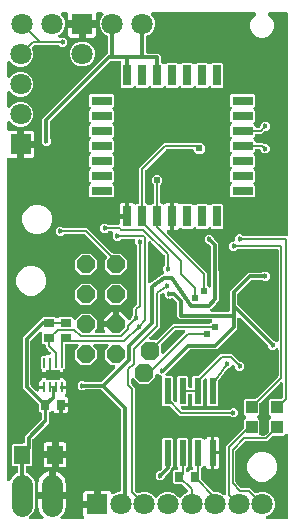
<source format=gbr>
G04 EAGLE Gerber RS-274X export*
G75*
%MOMM*%
%FSLAX34Y34*%
%LPD*%
%INBottom Copper*%
%IPPOS*%
%AMOC8*
5,1,8,0,0,1.08239X$1,22.5*%
G01*
%ADD10R,1.400000X1.600000*%
%ADD11C,1.800000*%
%ADD12R,0.700000X0.900000*%
%ADD13R,1.000000X1.100000*%
%ADD14R,1.778000X0.762000*%
%ADD15R,0.762000X1.778000*%
%ADD16R,1.800000X1.800000*%
%ADD17C,1.800000*%
%ADD18R,0.609600X2.209800*%
%ADD19P,1.732040X8X22.500000*%
%ADD20R,0.900000X0.700000*%
%ADD21P,1.649562X8X292.500000*%
%ADD22R,0.203200X0.812800*%
%ADD23R,1.295400X0.889000*%
%ADD24C,0.454000*%
%ADD25C,0.604000*%
%ADD26C,0.203200*%
%ADD27C,0.304800*%
%ADD28C,0.254000*%
%ADD29C,0.152400*%

G36*
X4126Y34750D02*
X4126Y34750D01*
X4176Y34749D01*
X4298Y34776D01*
X4421Y34794D01*
X4468Y34813D01*
X4517Y34824D01*
X4629Y34877D01*
X4745Y34923D01*
X4786Y34952D01*
X4832Y34973D01*
X4929Y35051D01*
X5031Y35122D01*
X5065Y35159D01*
X5104Y35191D01*
X5181Y35288D01*
X5264Y35381D01*
X5289Y35425D01*
X5320Y35464D01*
X5431Y35682D01*
X6318Y37822D01*
X9278Y40782D01*
X11221Y41587D01*
X11288Y41624D01*
X11359Y41652D01*
X11440Y41709D01*
X11526Y41756D01*
X11582Y41808D01*
X11645Y41851D01*
X11711Y41924D01*
X11784Y41991D01*
X11827Y42053D01*
X11878Y42110D01*
X11926Y42196D01*
X11982Y42277D01*
X12010Y42348D01*
X12047Y42415D01*
X12074Y42510D01*
X12110Y42601D01*
X12121Y42677D01*
X12142Y42751D01*
X12154Y42899D01*
X12161Y42946D01*
X12159Y42965D01*
X12161Y42994D01*
X12161Y46102D01*
X12158Y46128D01*
X12160Y46154D01*
X12138Y46301D01*
X12121Y46448D01*
X12113Y46473D01*
X12109Y46499D01*
X12054Y46637D01*
X12004Y46776D01*
X11990Y46798D01*
X11980Y46823D01*
X11895Y46944D01*
X11815Y47069D01*
X11796Y47087D01*
X11781Y47109D01*
X11671Y47208D01*
X11564Y47311D01*
X11542Y47325D01*
X11522Y47342D01*
X11393Y47414D01*
X11265Y47490D01*
X11240Y47498D01*
X11217Y47511D01*
X11074Y47551D01*
X10933Y47596D01*
X10907Y47598D01*
X10882Y47606D01*
X10638Y47625D01*
X7578Y47625D01*
X6685Y48518D01*
X6685Y65782D01*
X7578Y66675D01*
X16226Y66675D01*
X16252Y66678D01*
X16278Y66676D01*
X16425Y66698D01*
X16572Y66715D01*
X16597Y66723D01*
X16623Y66727D01*
X16761Y66782D01*
X16900Y66832D01*
X16922Y66846D01*
X16947Y66856D01*
X17068Y66941D01*
X17193Y67021D01*
X17211Y67040D01*
X17233Y67055D01*
X17332Y67165D01*
X17435Y67272D01*
X17449Y67294D01*
X17466Y67314D01*
X17538Y67444D01*
X17614Y67571D01*
X17622Y67596D01*
X17635Y67619D01*
X17675Y67762D01*
X17720Y67903D01*
X17722Y67929D01*
X17730Y67954D01*
X17749Y68198D01*
X17749Y72711D01*
X31661Y86623D01*
X31740Y86722D01*
X31824Y86816D01*
X31848Y86858D01*
X31878Y86896D01*
X31932Y87010D01*
X31993Y87121D01*
X32006Y87167D01*
X32027Y87211D01*
X32053Y87334D01*
X32088Y87456D01*
X32093Y87517D01*
X32100Y87552D01*
X32099Y87600D01*
X32107Y87700D01*
X32107Y91766D01*
X32104Y91792D01*
X32106Y91818D01*
X32084Y91965D01*
X32067Y92112D01*
X32059Y92137D01*
X32055Y92163D01*
X32000Y92301D01*
X31950Y92440D01*
X31936Y92462D01*
X31926Y92487D01*
X31841Y92608D01*
X31761Y92733D01*
X31742Y92751D01*
X31727Y92773D01*
X31617Y92872D01*
X31510Y92975D01*
X31488Y92989D01*
X31468Y93006D01*
X31339Y93078D01*
X31211Y93154D01*
X31186Y93162D01*
X31163Y93175D01*
X31020Y93215D01*
X30879Y93260D01*
X30853Y93262D01*
X30828Y93270D01*
X30787Y93273D01*
X29877Y94182D01*
X29877Y99296D01*
X29863Y99421D01*
X29856Y99548D01*
X29843Y99594D01*
X29837Y99642D01*
X29795Y99761D01*
X29760Y99882D01*
X29736Y99925D01*
X29720Y99970D01*
X29651Y100076D01*
X29590Y100187D01*
X29550Y100233D01*
X29531Y100263D01*
X29496Y100296D01*
X29431Y100373D01*
X16255Y113549D01*
X16255Y156457D01*
X31629Y171831D01*
X31708Y171930D01*
X31792Y172024D01*
X31816Y172066D01*
X31846Y172104D01*
X31900Y172218D01*
X31961Y172329D01*
X31974Y172375D01*
X31995Y172419D01*
X32021Y172542D01*
X32056Y172664D01*
X32061Y172725D01*
X32068Y172760D01*
X32067Y172808D01*
X32075Y172908D01*
X32075Y172938D01*
X32968Y173831D01*
X43232Y173831D01*
X43881Y173181D01*
X43901Y173165D01*
X43918Y173145D01*
X44037Y173057D01*
X44154Y172965D01*
X44178Y172954D01*
X44199Y172938D01*
X44335Y172879D01*
X44469Y172816D01*
X44495Y172810D01*
X44519Y172800D01*
X44665Y172774D01*
X44810Y172742D01*
X44836Y172743D01*
X44862Y172738D01*
X45010Y172746D01*
X45158Y172748D01*
X45184Y172755D01*
X45210Y172756D01*
X45352Y172797D01*
X45496Y172833D01*
X45519Y172845D01*
X45545Y172853D01*
X45674Y172925D01*
X45806Y172993D01*
X45826Y173010D01*
X45849Y173023D01*
X46035Y173181D01*
X46938Y174085D01*
X57202Y174085D01*
X58095Y173192D01*
X58095Y172961D01*
X58106Y172861D01*
X58108Y172760D01*
X58126Y172688D01*
X58135Y172614D01*
X58168Y172520D01*
X58193Y172422D01*
X58227Y172356D01*
X58252Y172286D01*
X58307Y172202D01*
X58353Y172113D01*
X58401Y172056D01*
X58441Y171993D01*
X58513Y171924D01*
X58578Y171847D01*
X58638Y171803D01*
X58692Y171751D01*
X58778Y171700D01*
X58859Y171640D01*
X58927Y171611D01*
X58991Y171572D01*
X59087Y171542D01*
X59179Y171502D01*
X59252Y171489D01*
X59323Y171466D01*
X59423Y171458D01*
X59522Y171440D01*
X59596Y171444D01*
X59670Y171438D01*
X59770Y171453D01*
X59870Y171458D01*
X59941Y171479D01*
X60015Y171490D01*
X60108Y171527D01*
X60205Y171555D01*
X60270Y171591D01*
X60339Y171619D01*
X60421Y171676D01*
X60509Y171725D01*
X60585Y171790D01*
X60625Y171818D01*
X60649Y171844D01*
X60695Y171883D01*
X65466Y176654D01*
X73041Y176654D01*
X78398Y171297D01*
X78398Y163721D01*
X77157Y162481D01*
X77095Y162403D01*
X77026Y162331D01*
X76987Y162266D01*
X76941Y162208D01*
X76898Y162117D01*
X76847Y162032D01*
X76824Y161960D01*
X76792Y161892D01*
X76771Y161795D01*
X76740Y161700D01*
X76734Y161625D01*
X76719Y161552D01*
X76720Y161452D01*
X76712Y161352D01*
X76723Y161278D01*
X76725Y161203D01*
X76749Y161107D01*
X76764Y161008D01*
X76791Y160938D01*
X76810Y160865D01*
X76855Y160776D01*
X76892Y160684D01*
X76935Y160622D01*
X76969Y160556D01*
X77034Y160479D01*
X77091Y160397D01*
X77146Y160347D01*
X77195Y160290D01*
X77275Y160231D01*
X77349Y160164D01*
X77415Y160127D01*
X77475Y160083D01*
X77567Y160043D01*
X77654Y159995D01*
X77726Y159975D01*
X77795Y159945D01*
X77894Y159927D01*
X77990Y159900D01*
X78091Y159892D01*
X78138Y159883D01*
X78174Y159885D01*
X78233Y159880D01*
X84239Y159876D01*
X84339Y159887D01*
X84440Y159889D01*
X84512Y159907D01*
X84585Y159915D01*
X84680Y159949D01*
X84778Y159974D01*
X84844Y160008D01*
X84914Y160033D01*
X84998Y160087D01*
X85088Y160134D01*
X85144Y160182D01*
X85206Y160222D01*
X85277Y160294D01*
X85354Y160360D01*
X85397Y160419D01*
X85449Y160472D01*
X85501Y160559D01*
X85561Y160640D01*
X85590Y160708D01*
X85628Y160771D01*
X85659Y160867D01*
X85699Y160960D01*
X85712Y161032D01*
X85734Y161103D01*
X85743Y161203D01*
X85760Y161303D01*
X85757Y161377D01*
X85763Y161450D01*
X85748Y161550D01*
X85743Y161651D01*
X85722Y161722D01*
X85711Y161795D01*
X85674Y161889D01*
X85646Y161986D01*
X85610Y162050D01*
X85583Y162119D01*
X85525Y162202D01*
X85476Y162290D01*
X85411Y162366D01*
X85384Y162405D01*
X85357Y162429D01*
X85317Y162476D01*
X84493Y163301D01*
X84493Y164970D01*
X93637Y164970D01*
X93664Y164973D01*
X93690Y164971D01*
X93836Y164993D01*
X93984Y165010D01*
X94008Y165019D01*
X94034Y165023D01*
X94172Y165077D01*
X94312Y165127D01*
X94334Y165142D01*
X94358Y165151D01*
X94480Y165236D01*
X94605Y165316D01*
X94623Y165335D01*
X94644Y165350D01*
X94743Y165460D01*
X94847Y165567D01*
X94860Y165590D01*
X94878Y165609D01*
X94949Y165739D01*
X95026Y165866D01*
X95034Y165891D01*
X95046Y165914D01*
X95087Y166057D01*
X95132Y166198D01*
X95134Y166224D01*
X95141Y166250D01*
X95161Y166493D01*
X95161Y167002D01*
X95670Y167002D01*
X95696Y167005D01*
X95722Y167003D01*
X95869Y167025D01*
X96016Y167042D01*
X96040Y167051D01*
X96066Y167055D01*
X96204Y167110D01*
X96344Y167160D01*
X96366Y167174D01*
X96390Y167184D01*
X96512Y167268D01*
X96637Y167349D01*
X96655Y167368D01*
X96676Y167383D01*
X96776Y167492D01*
X96879Y167599D01*
X96892Y167622D01*
X96910Y167641D01*
X96982Y167771D01*
X97058Y167898D01*
X97066Y167923D01*
X97078Y167946D01*
X97119Y168089D01*
X97164Y168230D01*
X97166Y168256D01*
X97173Y168282D01*
X97193Y168526D01*
X97193Y177670D01*
X98862Y177670D01*
X104913Y171620D01*
X104933Y171604D01*
X104950Y171584D01*
X105070Y171495D01*
X105186Y171403D01*
X105209Y171392D01*
X105230Y171376D01*
X105367Y171318D01*
X105501Y171254D01*
X105526Y171249D01*
X105550Y171238D01*
X105696Y171212D01*
X105841Y171181D01*
X105867Y171181D01*
X105893Y171177D01*
X106042Y171184D01*
X106190Y171187D01*
X106215Y171193D01*
X106241Y171195D01*
X106384Y171236D01*
X106528Y171272D01*
X106551Y171284D01*
X106576Y171291D01*
X106706Y171364D01*
X106838Y171432D01*
X106858Y171449D01*
X106880Y171461D01*
X107067Y171620D01*
X107519Y172072D01*
X107588Y172160D01*
X107607Y172179D01*
X107612Y172187D01*
X107682Y172265D01*
X107706Y172307D01*
X107736Y172345D01*
X107790Y172459D01*
X107851Y172570D01*
X107864Y172617D01*
X107885Y172660D01*
X107911Y172784D01*
X107946Y172906D01*
X107951Y172966D01*
X107958Y173001D01*
X107957Y173049D01*
X107965Y173149D01*
X107965Y174292D01*
X108773Y175100D01*
X108839Y175183D01*
X108880Y175225D01*
X108888Y175239D01*
X108936Y175293D01*
X108960Y175335D01*
X108990Y175373D01*
X109044Y175487D01*
X109105Y175598D01*
X109118Y175644D01*
X109139Y175688D01*
X109165Y175811D01*
X109200Y175933D01*
X109205Y175994D01*
X109212Y176029D01*
X109211Y176077D01*
X109219Y176177D01*
X109219Y181229D01*
X111764Y183774D01*
X111843Y183873D01*
X111928Y183968D01*
X111951Y184009D01*
X111980Y184047D01*
X112035Y184161D01*
X112096Y184273D01*
X112109Y184319D01*
X112129Y184362D01*
X112156Y184486D01*
X112191Y184608D01*
X112195Y184668D01*
X112203Y184702D01*
X112202Y184751D01*
X112210Y184852D01*
X112163Y234124D01*
X112149Y234249D01*
X112142Y234375D01*
X112129Y234422D01*
X112123Y234470D01*
X112080Y234589D01*
X112046Y234710D01*
X112022Y234752D01*
X112005Y234798D01*
X111937Y234904D01*
X111875Y235014D01*
X111835Y235061D01*
X111816Y235091D01*
X111781Y235124D01*
X111717Y235200D01*
X110906Y236011D01*
X110906Y238578D01*
X110903Y238603D01*
X110905Y238627D01*
X110883Y238775D01*
X110866Y238925D01*
X110858Y238948D01*
X110854Y238972D01*
X110799Y239111D01*
X110748Y239253D01*
X110735Y239273D01*
X110726Y239296D01*
X110641Y239420D01*
X110559Y239545D01*
X110542Y239562D01*
X110528Y239582D01*
X110417Y239683D01*
X110309Y239788D01*
X110288Y239800D01*
X110270Y239817D01*
X110139Y239889D01*
X110010Y239967D01*
X109986Y239974D01*
X109965Y239986D01*
X109821Y240027D01*
X109678Y240073D01*
X109653Y240075D01*
X109630Y240081D01*
X109433Y240098D01*
X109428Y240099D01*
X109424Y240099D01*
X109386Y240102D01*
X109335Y240102D01*
X109208Y240087D01*
X109079Y240081D01*
X109035Y240068D01*
X108989Y240063D01*
X108868Y240020D01*
X108745Y239984D01*
X108704Y239962D01*
X108660Y239946D01*
X108552Y239877D01*
X108440Y239814D01*
X108396Y239776D01*
X108367Y239758D01*
X108333Y239723D01*
X108254Y239656D01*
X108163Y239564D01*
X107958Y239564D01*
X107942Y239562D01*
X107926Y239564D01*
X107769Y239542D01*
X107612Y239524D01*
X107597Y239519D01*
X107580Y239516D01*
X107349Y239437D01*
X107162Y239355D01*
X106898Y239459D01*
X106742Y239500D01*
X106585Y239544D01*
X106571Y239546D01*
X106561Y239548D01*
X106526Y239549D01*
X106341Y239564D01*
X103737Y239564D01*
X103724Y239563D01*
X102050Y239564D01*
X102049Y239564D01*
X102048Y239564D01*
X100391Y239564D01*
X100372Y239566D01*
X99287Y239567D01*
X99161Y239552D01*
X99034Y239546D01*
X98988Y239532D01*
X98941Y239527D01*
X98822Y239484D01*
X98699Y239449D01*
X98657Y239426D01*
X98613Y239410D01*
X98506Y239341D01*
X98395Y239279D01*
X98349Y239240D01*
X98320Y239221D01*
X98286Y239186D01*
X98209Y239120D01*
X97401Y238313D01*
X94257Y238313D01*
X92034Y240536D01*
X92034Y243679D01*
X92090Y243735D01*
X92152Y243813D01*
X92222Y243885D01*
X92260Y243949D01*
X92306Y244008D01*
X92349Y244098D01*
X92401Y244185D01*
X92423Y244255D01*
X92455Y244323D01*
X92476Y244421D01*
X92507Y244516D01*
X92513Y244591D01*
X92529Y244663D01*
X92527Y244764D01*
X92535Y244864D01*
X92524Y244937D01*
X92523Y245012D01*
X92498Y245109D01*
X92483Y245208D01*
X92456Y245278D01*
X92438Y245350D01*
X92392Y245439D01*
X92355Y245532D01*
X92312Y245593D01*
X92278Y245660D01*
X92213Y245736D01*
X92156Y245819D01*
X92100Y245868D01*
X92052Y245925D01*
X91971Y245985D01*
X91897Y246052D01*
X91832Y246088D01*
X91772Y246132D01*
X91680Y246172D01*
X91592Y246220D01*
X91520Y246241D01*
X91452Y246270D01*
X91353Y246288D01*
X91256Y246315D01*
X91156Y246323D01*
X91109Y246332D01*
X91073Y246330D01*
X91013Y246335D01*
X88763Y246335D01*
X88638Y246320D01*
X88512Y246314D01*
X88465Y246301D01*
X88417Y246295D01*
X88298Y246252D01*
X88177Y246217D01*
X88135Y246194D01*
X88089Y246178D01*
X87983Y246109D01*
X87873Y246047D01*
X87826Y246008D01*
X87796Y245988D01*
X87763Y245954D01*
X87686Y245889D01*
X86968Y245171D01*
X83824Y245171D01*
X81602Y247393D01*
X81602Y250537D01*
X83824Y252760D01*
X86968Y252760D01*
X87866Y251863D01*
X87965Y251784D01*
X88059Y251699D01*
X88101Y251676D01*
X88139Y251646D01*
X88253Y251592D01*
X88364Y251531D01*
X88410Y251518D01*
X88454Y251497D01*
X88577Y251470D01*
X88699Y251436D01*
X88760Y251431D01*
X88794Y251424D01*
X88843Y251424D01*
X88943Y251416D01*
X96266Y251416D01*
X96292Y251419D01*
X96318Y251417D01*
X96465Y251439D01*
X96612Y251456D01*
X96637Y251465D01*
X96663Y251469D01*
X96801Y251524D01*
X96940Y251574D01*
X96962Y251588D01*
X96987Y251598D01*
X97108Y251682D01*
X97233Y251763D01*
X97251Y251782D01*
X97273Y251797D01*
X97372Y251906D01*
X97475Y252013D01*
X97489Y252036D01*
X97506Y252055D01*
X97578Y252185D01*
X97654Y252312D01*
X97662Y252337D01*
X97675Y252360D01*
X97715Y252503D01*
X97760Y252644D01*
X97762Y252671D01*
X97770Y252696D01*
X97789Y252940D01*
X97789Y257176D01*
X103759Y257176D01*
X103785Y257179D01*
X103811Y257177D01*
X103958Y257199D01*
X104105Y257216D01*
X104130Y257224D01*
X104156Y257228D01*
X104293Y257283D01*
X104433Y257333D01*
X104455Y257347D01*
X104480Y257357D01*
X104601Y257442D01*
X104726Y257522D01*
X104744Y257541D01*
X104766Y257556D01*
X104865Y257666D01*
X104968Y257773D01*
X104982Y257795D01*
X104999Y257815D01*
X105071Y257945D01*
X105147Y258072D01*
X105149Y258079D01*
X105195Y258095D01*
X105217Y258110D01*
X105242Y258119D01*
X105363Y258204D01*
X105488Y258284D01*
X105506Y258303D01*
X105528Y258318D01*
X105627Y258428D01*
X105730Y258535D01*
X105744Y258558D01*
X105761Y258577D01*
X105833Y258707D01*
X105909Y258834D01*
X105917Y258859D01*
X105930Y258882D01*
X105970Y259025D01*
X106015Y259166D01*
X106017Y259192D01*
X106025Y259217D01*
X106044Y259461D01*
X106044Y270511D01*
X108285Y270511D01*
X108931Y270338D01*
X109510Y270003D01*
X110088Y269425D01*
X110094Y269416D01*
X110110Y269404D01*
X110125Y269388D01*
X110138Y269377D01*
X110167Y269344D01*
X110266Y269271D01*
X110360Y269191D01*
X110406Y269167D01*
X110447Y269137D01*
X110560Y269088D01*
X110670Y269032D01*
X110720Y269019D01*
X110767Y268999D01*
X110889Y268977D01*
X111008Y268947D01*
X111060Y268946D01*
X111110Y268937D01*
X111233Y268943D01*
X111357Y268941D01*
X111407Y268952D01*
X111459Y268955D01*
X111577Y268989D01*
X111697Y269015D01*
X111744Y269037D01*
X111793Y269051D01*
X111901Y269112D01*
X112012Y269164D01*
X112052Y269196D01*
X112098Y269222D01*
X112284Y269380D01*
X112398Y269495D01*
X112776Y269495D01*
X112802Y269498D01*
X112828Y269496D01*
X112975Y269518D01*
X113122Y269535D01*
X113147Y269543D01*
X113173Y269547D01*
X113311Y269602D01*
X113450Y269652D01*
X113472Y269666D01*
X113497Y269676D01*
X113618Y269761D01*
X113743Y269841D01*
X113761Y269860D01*
X113783Y269875D01*
X113882Y269985D01*
X113985Y270092D01*
X113999Y270114D01*
X114016Y270134D01*
X114088Y270264D01*
X114164Y270391D01*
X114172Y270416D01*
X114185Y270439D01*
X114225Y270582D01*
X114270Y270723D01*
X114272Y270749D01*
X114280Y270774D01*
X114299Y271018D01*
X114299Y300010D01*
X135346Y321057D01*
X165776Y321057D01*
X165806Y321048D01*
X165866Y321043D01*
X165901Y321036D01*
X165949Y321037D01*
X166049Y321029D01*
X167237Y321029D01*
X169899Y318367D01*
X169899Y314601D01*
X167237Y311939D01*
X163471Y311939D01*
X160791Y314620D01*
X160786Y314651D01*
X160769Y314798D01*
X160761Y314823D01*
X160757Y314849D01*
X160702Y314987D01*
X160652Y315126D01*
X160638Y315148D01*
X160628Y315173D01*
X160543Y315294D01*
X160463Y315419D01*
X160444Y315437D01*
X160429Y315459D01*
X160319Y315558D01*
X160212Y315661D01*
X160190Y315675D01*
X160170Y315692D01*
X160040Y315764D01*
X159913Y315840D01*
X159888Y315848D01*
X159865Y315861D01*
X159722Y315901D01*
X159581Y315946D01*
X159555Y315948D01*
X159530Y315956D01*
X159286Y315975D01*
X138081Y315975D01*
X137956Y315961D01*
X137830Y315954D01*
X137783Y315941D01*
X137735Y315935D01*
X137616Y315893D01*
X137495Y315858D01*
X137453Y315834D01*
X137407Y315818D01*
X137301Y315749D01*
X137191Y315688D01*
X137144Y315648D01*
X137114Y315629D01*
X137081Y315594D01*
X137004Y315529D01*
X119827Y298352D01*
X119748Y298253D01*
X119664Y298159D01*
X119640Y298117D01*
X119610Y298079D01*
X119556Y297965D01*
X119495Y297854D01*
X119482Y297807D01*
X119461Y297764D01*
X119435Y297640D01*
X119400Y297518D01*
X119395Y297458D01*
X119388Y297423D01*
X119389Y297375D01*
X119381Y297275D01*
X119381Y271018D01*
X119384Y270992D01*
X119382Y270966D01*
X119404Y270819D01*
X119421Y270672D01*
X119429Y270647D01*
X119433Y270621D01*
X119488Y270483D01*
X119538Y270344D01*
X119552Y270322D01*
X119562Y270297D01*
X119647Y270176D01*
X119727Y270051D01*
X119746Y270033D01*
X119761Y270011D01*
X119871Y269912D01*
X119978Y269809D01*
X120000Y269795D01*
X120020Y269778D01*
X120150Y269706D01*
X120277Y269630D01*
X120302Y269622D01*
X120325Y269609D01*
X120468Y269569D01*
X120609Y269524D01*
X120635Y269522D01*
X120660Y269514D01*
X120904Y269495D01*
X121282Y269495D01*
X122113Y268663D01*
X122133Y268647D01*
X122150Y268627D01*
X122270Y268539D01*
X122386Y268447D01*
X122410Y268436D01*
X122431Y268420D01*
X122567Y268361D01*
X122701Y268298D01*
X122727Y268292D01*
X122751Y268282D01*
X122897Y268256D01*
X123042Y268224D01*
X123068Y268225D01*
X123094Y268220D01*
X123242Y268228D01*
X123390Y268230D01*
X123416Y268237D01*
X123442Y268238D01*
X123584Y268279D01*
X123728Y268315D01*
X123751Y268327D01*
X123777Y268335D01*
X123906Y268407D01*
X124038Y268475D01*
X124058Y268492D01*
X124081Y268505D01*
X124267Y268663D01*
X125098Y269495D01*
X125476Y269495D01*
X125502Y269498D01*
X125528Y269496D01*
X125675Y269518D01*
X125822Y269535D01*
X125847Y269543D01*
X125873Y269547D01*
X126011Y269602D01*
X126150Y269652D01*
X126172Y269666D01*
X126197Y269676D01*
X126318Y269761D01*
X126443Y269841D01*
X126461Y269860D01*
X126483Y269875D01*
X126582Y269985D01*
X126685Y270092D01*
X126699Y270114D01*
X126716Y270134D01*
X126788Y270264D01*
X126864Y270391D01*
X126872Y270416D01*
X126885Y270439D01*
X126925Y270582D01*
X126970Y270723D01*
X126972Y270749D01*
X126980Y270774D01*
X126999Y271018D01*
X126999Y285043D01*
X126985Y285168D01*
X126978Y285294D01*
X126965Y285341D01*
X126959Y285389D01*
X126917Y285508D01*
X126882Y285629D01*
X126858Y285671D01*
X126842Y285717D01*
X126773Y285823D01*
X126712Y285933D01*
X126672Y285980D01*
X126653Y286010D01*
X126618Y286043D01*
X126553Y286120D01*
X124995Y287677D01*
X124995Y291443D01*
X127657Y294105D01*
X131423Y294105D01*
X134085Y291443D01*
X134085Y287677D01*
X132527Y286120D01*
X132448Y286021D01*
X132364Y285927D01*
X132340Y285884D01*
X132310Y285847D01*
X132256Y285732D01*
X132195Y285622D01*
X132182Y285575D01*
X132161Y285532D01*
X132135Y285408D01*
X132100Y285286D01*
X132095Y285226D01*
X132088Y285191D01*
X132089Y285143D01*
X132081Y285043D01*
X132081Y271018D01*
X132084Y270992D01*
X132082Y270966D01*
X132104Y270819D01*
X132121Y270672D01*
X132129Y270647D01*
X132133Y270621D01*
X132188Y270483D01*
X132238Y270344D01*
X132252Y270322D01*
X132262Y270297D01*
X132347Y270176D01*
X132427Y270051D01*
X132446Y270033D01*
X132461Y270011D01*
X132571Y269912D01*
X132678Y269809D01*
X132700Y269795D01*
X132720Y269778D01*
X132850Y269706D01*
X132977Y269630D01*
X133002Y269622D01*
X133025Y269609D01*
X133168Y269569D01*
X133309Y269524D01*
X133335Y269522D01*
X133360Y269514D01*
X133604Y269495D01*
X133982Y269495D01*
X134096Y269380D01*
X134137Y269348D01*
X134171Y269310D01*
X134273Y269240D01*
X134369Y269163D01*
X134416Y269141D01*
X134458Y269112D01*
X134573Y269067D01*
X134684Y269015D01*
X134735Y269004D01*
X134783Y268985D01*
X134905Y268967D01*
X135025Y268941D01*
X135077Y268942D01*
X135128Y268935D01*
X135251Y268945D01*
X135373Y268947D01*
X135423Y268960D01*
X135475Y268964D01*
X135592Y269002D01*
X135711Y269032D01*
X135757Y269056D01*
X135806Y269072D01*
X135912Y269135D01*
X136021Y269192D01*
X136060Y269225D01*
X136069Y269230D01*
X136071Y269231D01*
X136105Y269252D01*
X136173Y269318D01*
X136255Y269388D01*
X136272Y269405D01*
X136287Y269418D01*
X136293Y269426D01*
X136870Y270003D01*
X137449Y270338D01*
X138095Y270511D01*
X140336Y270511D01*
X140336Y259461D01*
X140339Y259435D01*
X140337Y259409D01*
X140359Y259262D01*
X140376Y259115D01*
X140384Y259090D01*
X140388Y259067D01*
X140365Y258994D01*
X140362Y258968D01*
X140355Y258943D01*
X140336Y258699D01*
X140336Y247649D01*
X139351Y247649D01*
X139251Y247638D01*
X139151Y247636D01*
X139079Y247618D01*
X139005Y247609D01*
X138911Y247576D01*
X138813Y247551D01*
X138747Y247517D01*
X138677Y247492D01*
X138593Y247437D01*
X138503Y247391D01*
X138447Y247343D01*
X138384Y247303D01*
X138314Y247231D01*
X138238Y247166D01*
X138194Y247106D01*
X138142Y247052D01*
X138090Y246966D01*
X138031Y246885D01*
X138001Y246817D01*
X137963Y246753D01*
X137933Y246657D01*
X137893Y246565D01*
X137880Y246492D01*
X137857Y246421D01*
X137849Y246321D01*
X137831Y246222D01*
X137835Y246148D01*
X137829Y246074D01*
X137844Y245974D01*
X137849Y245874D01*
X137870Y245803D01*
X137881Y245729D01*
X137918Y245636D01*
X137946Y245539D01*
X137982Y245474D01*
X138009Y245405D01*
X138067Y245323D01*
X138116Y245235D01*
X138181Y245159D01*
X138208Y245119D01*
X138235Y245095D01*
X138274Y245049D01*
X172213Y211110D01*
X172213Y200351D01*
X172227Y200226D01*
X172234Y200100D01*
X172247Y200053D01*
X172253Y200005D01*
X172295Y199886D01*
X172330Y199765D01*
X172354Y199723D01*
X172370Y199677D01*
X172439Y199571D01*
X172500Y199461D01*
X172540Y199414D01*
X172559Y199384D01*
X172594Y199351D01*
X172659Y199274D01*
X172828Y199105D01*
X172910Y199040D01*
X172984Y198969D01*
X173046Y198932D01*
X173101Y198888D01*
X173195Y198844D01*
X173284Y198791D01*
X173352Y198770D01*
X173416Y198739D01*
X173518Y198717D01*
X173617Y198686D01*
X173688Y198681D01*
X173757Y198666D01*
X173861Y198668D01*
X173964Y198660D01*
X174035Y198671D01*
X174106Y198672D01*
X174206Y198697D01*
X174309Y198713D01*
X174375Y198739D01*
X174444Y198757D01*
X174536Y198804D01*
X174632Y198843D01*
X174690Y198884D01*
X174753Y198916D01*
X174833Y198984D01*
X174917Y199043D01*
X174965Y199096D01*
X175019Y199142D01*
X175081Y199226D01*
X175150Y199303D01*
X175184Y199365D01*
X175226Y199422D01*
X175267Y199518D01*
X175317Y199609D01*
X175336Y199677D01*
X175364Y199742D01*
X175382Y199844D01*
X175410Y199944D01*
X175417Y200039D01*
X175426Y200085D01*
X175424Y200123D01*
X175429Y200188D01*
X175291Y232913D01*
X175276Y233035D01*
X175270Y233158D01*
X175256Y233208D01*
X175250Y233259D01*
X175208Y233375D01*
X175173Y233493D01*
X175148Y233538D01*
X175131Y233587D01*
X175064Y233690D01*
X175003Y233797D01*
X174961Y233847D01*
X174940Y233879D01*
X174906Y233911D01*
X174845Y233984D01*
X173556Y235272D01*
X173457Y235351D01*
X173364Y235435D01*
X173321Y235459D01*
X173283Y235489D01*
X173169Y235543D01*
X173059Y235604D01*
X173012Y235617D01*
X172968Y235637D01*
X172845Y235664D01*
X172723Y235698D01*
X172662Y235703D01*
X172628Y235711D01*
X172580Y235710D01*
X172479Y235718D01*
X172055Y235718D01*
X169832Y237941D01*
X169832Y241085D01*
X172055Y243308D01*
X175199Y243308D01*
X177422Y241085D01*
X177422Y240661D01*
X177436Y240535D01*
X177443Y240409D01*
X177456Y240362D01*
X177462Y240314D01*
X177504Y240195D01*
X177539Y240074D01*
X177563Y240032D01*
X177579Y239986D01*
X177648Y239880D01*
X177710Y239770D01*
X177749Y239724D01*
X177768Y239694D01*
X177803Y239660D01*
X177868Y239584D01*
X180483Y236968D01*
X180485Y236967D01*
X180488Y236964D01*
X181380Y236079D01*
X181380Y234814D01*
X181381Y234812D01*
X181380Y234808D01*
X181567Y190536D01*
X181575Y190469D01*
X181575Y188650D01*
X181575Y188648D01*
X181575Y188644D01*
X181580Y187383D01*
X180686Y186489D01*
X180684Y186487D01*
X180681Y186484D01*
X179460Y185252D01*
X179458Y185251D01*
X179434Y185227D01*
X179423Y185215D01*
X179351Y185154D01*
X174852Y180655D01*
X174790Y180577D01*
X174720Y180504D01*
X174682Y180440D01*
X174635Y180382D01*
X174593Y180291D01*
X174541Y180205D01*
X174518Y180134D01*
X174487Y180067D01*
X174465Y179969D01*
X174435Y179873D01*
X174429Y179799D01*
X174413Y179726D01*
X174415Y179626D01*
X174407Y179526D01*
X174418Y179452D01*
X174419Y179378D01*
X174444Y179281D01*
X174459Y179181D01*
X174486Y179112D01*
X174504Y179040D01*
X174550Y178950D01*
X174587Y178857D01*
X174630Y178796D01*
X174664Y178730D01*
X174729Y178653D01*
X174786Y178571D01*
X174841Y178521D01*
X174890Y178465D01*
X174970Y178405D01*
X175045Y178338D01*
X175110Y178302D01*
X175170Y178257D01*
X175262Y178218D01*
X175350Y178169D01*
X175422Y178149D01*
X175490Y178119D01*
X175589Y178102D01*
X175685Y178074D01*
X175785Y178066D01*
X175833Y178058D01*
X175869Y178060D01*
X175929Y178055D01*
X189738Y178055D01*
X189764Y178058D01*
X189790Y178056D01*
X189937Y178078D01*
X190084Y178095D01*
X190109Y178103D01*
X190135Y178107D01*
X190273Y178162D01*
X190412Y178212D01*
X190434Y178226D01*
X190459Y178236D01*
X190580Y178321D01*
X190705Y178401D01*
X190723Y178420D01*
X190745Y178435D01*
X190844Y178545D01*
X190947Y178652D01*
X190961Y178674D01*
X190978Y178694D01*
X191050Y178824D01*
X191126Y178951D01*
X191134Y178976D01*
X191147Y178999D01*
X191187Y179142D01*
X191232Y179283D01*
X191234Y179309D01*
X191242Y179334D01*
X191261Y179578D01*
X191261Y195827D01*
X204531Y209097D01*
X206763Y211329D01*
X218031Y211329D01*
X218157Y211343D01*
X218283Y211350D01*
X218329Y211363D01*
X218377Y211369D01*
X218496Y211411D01*
X218618Y211446D01*
X218660Y211470D01*
X218706Y211486D01*
X218812Y211555D01*
X218922Y211616D01*
X218968Y211656D01*
X218998Y211675D01*
X219032Y211710D01*
X219108Y211775D01*
X219408Y212075D01*
X222552Y212075D01*
X224775Y209852D01*
X224775Y206708D01*
X222552Y204485D01*
X219408Y204485D01*
X219108Y204785D01*
X219009Y204864D01*
X218915Y204948D01*
X218873Y204972D01*
X218835Y205002D01*
X218721Y205056D01*
X218610Y205117D01*
X218564Y205130D01*
X218520Y205151D01*
X218397Y205177D01*
X218275Y205212D01*
X218214Y205217D01*
X218179Y205224D01*
X218131Y205223D01*
X218031Y205231D01*
X209920Y205231D01*
X209794Y205217D01*
X209668Y205210D01*
X209622Y205197D01*
X209574Y205191D01*
X209455Y205149D01*
X209333Y205114D01*
X209291Y205090D01*
X209245Y205074D01*
X209139Y205005D01*
X209029Y204944D01*
X208983Y204904D01*
X208953Y204885D01*
X208919Y204850D01*
X208843Y204785D01*
X197805Y193747D01*
X197726Y193648D01*
X197642Y193554D01*
X197618Y193512D01*
X197588Y193474D01*
X197534Y193360D01*
X197473Y193249D01*
X197460Y193203D01*
X197439Y193159D01*
X197413Y193036D01*
X197378Y192914D01*
X197373Y192853D01*
X197366Y192818D01*
X197367Y192770D01*
X197359Y192670D01*
X197359Y184774D01*
X197373Y184648D01*
X197380Y184522D01*
X197393Y184476D01*
X197399Y184428D01*
X197441Y184309D01*
X197476Y184187D01*
X197500Y184145D01*
X197516Y184099D01*
X197585Y183993D01*
X197646Y183883D01*
X197686Y183837D01*
X197705Y183807D01*
X197740Y183773D01*
X197805Y183697D01*
X227401Y154101D01*
X227500Y154022D01*
X227594Y153938D01*
X227636Y153914D01*
X227674Y153884D01*
X227788Y153830D01*
X227899Y153769D01*
X227945Y153756D01*
X227989Y153735D01*
X228112Y153709D01*
X228234Y153674D01*
X228295Y153669D01*
X228330Y153662D01*
X228378Y153663D01*
X228478Y153655D01*
X228902Y153655D01*
X229811Y152746D01*
X229890Y152683D01*
X229962Y152613D01*
X230026Y152575D01*
X230084Y152529D01*
X230175Y152486D01*
X230261Y152435D01*
X230332Y152412D01*
X230399Y152380D01*
X230497Y152359D01*
X230593Y152328D01*
X230667Y152322D01*
X230740Y152307D01*
X230840Y152308D01*
X230940Y152300D01*
X231014Y152311D01*
X231088Y152313D01*
X231185Y152337D01*
X231285Y152352D01*
X231354Y152380D01*
X231426Y152398D01*
X231515Y152444D01*
X231609Y152481D01*
X231670Y152523D01*
X231736Y152557D01*
X231812Y152622D01*
X231895Y152680D01*
X231945Y152735D01*
X232001Y152783D01*
X232061Y152864D01*
X232128Y152939D01*
X232164Y153004D01*
X232209Y153063D01*
X232248Y153155D01*
X232297Y153244D01*
X232317Y153315D01*
X232347Y153383D01*
X232364Y153482D01*
X232392Y153579D01*
X232400Y153679D01*
X232408Y153726D01*
X232406Y153762D01*
X232411Y153823D01*
X232411Y229870D01*
X232408Y229896D01*
X232410Y229922D01*
X232388Y230069D01*
X232371Y230216D01*
X232363Y230241D01*
X232359Y230267D01*
X232304Y230405D01*
X232254Y230544D01*
X232240Y230566D01*
X232230Y230591D01*
X232145Y230712D01*
X232065Y230837D01*
X232046Y230855D01*
X232031Y230877D01*
X231921Y230976D01*
X231814Y231079D01*
X231792Y231093D01*
X231772Y231110D01*
X231642Y231182D01*
X231515Y231258D01*
X231490Y231266D01*
X231467Y231279D01*
X231324Y231319D01*
X231183Y231364D01*
X231157Y231366D01*
X231132Y231374D01*
X230888Y231393D01*
X198021Y231393D01*
X197895Y231379D01*
X197769Y231372D01*
X197723Y231359D01*
X197675Y231353D01*
X197556Y231311D01*
X197434Y231276D01*
X197392Y231252D01*
X197346Y231236D01*
X197240Y231167D01*
X197130Y231106D01*
X197084Y231066D01*
X197054Y231047D01*
X197020Y231012D01*
X196944Y230947D01*
X195882Y229885D01*
X192738Y229885D01*
X190515Y232108D01*
X190515Y235252D01*
X192738Y237475D01*
X194072Y237475D01*
X194098Y237478D01*
X194124Y237476D01*
X194271Y237498D01*
X194418Y237515D01*
X194443Y237523D01*
X194469Y237527D01*
X194607Y237582D01*
X194746Y237632D01*
X194768Y237646D01*
X194793Y237656D01*
X194914Y237741D01*
X195039Y237821D01*
X195057Y237840D01*
X195079Y237855D01*
X195178Y237965D01*
X195281Y238072D01*
X195295Y238094D01*
X195312Y238114D01*
X195384Y238244D01*
X195460Y238371D01*
X195468Y238396D01*
X195481Y238419D01*
X195521Y238562D01*
X195566Y238703D01*
X195568Y238729D01*
X195576Y238754D01*
X195595Y238998D01*
X195595Y241602D01*
X197818Y243825D01*
X200962Y243825D01*
X202024Y242763D01*
X202123Y242684D01*
X202217Y242600D01*
X202259Y242576D01*
X202297Y242546D01*
X202411Y242492D01*
X202522Y242431D01*
X202568Y242418D01*
X202612Y242397D01*
X202735Y242371D01*
X202857Y242336D01*
X202918Y242331D01*
X202953Y242324D01*
X203001Y242325D01*
X203101Y242317D01*
X239056Y242317D01*
X239082Y242320D01*
X239108Y242318D01*
X239255Y242340D01*
X239402Y242357D01*
X239427Y242365D01*
X239453Y242369D01*
X239591Y242424D01*
X239730Y242474D01*
X239752Y242488D01*
X239777Y242498D01*
X239898Y242583D01*
X240023Y242663D01*
X240041Y242682D01*
X240063Y242697D01*
X240162Y242807D01*
X240265Y242914D01*
X240279Y242936D01*
X240296Y242956D01*
X240368Y243086D01*
X240444Y243213D01*
X240452Y243238D01*
X240465Y243261D01*
X240505Y243404D01*
X240550Y243545D01*
X240552Y243571D01*
X240560Y243596D01*
X240579Y243840D01*
X240579Y430216D01*
X240576Y430242D01*
X240578Y430268D01*
X240556Y430415D01*
X240539Y430562D01*
X240531Y430587D01*
X240527Y430613D01*
X240472Y430751D01*
X240422Y430890D01*
X240408Y430912D01*
X240398Y430937D01*
X240313Y431058D01*
X240233Y431183D01*
X240214Y431201D01*
X240199Y431223D01*
X240089Y431322D01*
X239982Y431425D01*
X239960Y431439D01*
X239940Y431456D01*
X239810Y431528D01*
X239683Y431604D01*
X239658Y431612D01*
X239635Y431625D01*
X239492Y431665D01*
X239351Y431710D01*
X239325Y431712D01*
X239300Y431720D01*
X239056Y431739D01*
X224783Y431739D01*
X224733Y431733D01*
X224683Y431736D01*
X224560Y431714D01*
X224437Y431699D01*
X224389Y431682D01*
X224340Y431673D01*
X224226Y431624D01*
X224109Y431582D01*
X224066Y431555D01*
X224020Y431534D01*
X223920Y431460D01*
X223816Y431393D01*
X223781Y431357D01*
X223740Y431326D01*
X223660Y431232D01*
X223574Y431142D01*
X223548Y431099D01*
X223515Y431060D01*
X223459Y430950D01*
X223395Y430843D01*
X223380Y430795D01*
X223357Y430750D01*
X223327Y430630D01*
X223289Y430511D01*
X223285Y430461D01*
X223273Y430412D01*
X223271Y430288D01*
X223261Y430164D01*
X223268Y430114D01*
X223268Y430063D01*
X223294Y429942D01*
X223313Y429819D01*
X223331Y429772D01*
X223342Y429723D01*
X223395Y429611D01*
X223441Y429495D01*
X223470Y429454D01*
X223492Y429408D01*
X223569Y429311D01*
X223640Y429209D01*
X223678Y429175D01*
X223709Y429136D01*
X223807Y429059D01*
X223899Y428976D01*
X223943Y428951D01*
X223983Y428920D01*
X224086Y428867D01*
X226918Y426035D01*
X228441Y422359D01*
X228441Y418381D01*
X226918Y414705D01*
X224105Y411892D01*
X220429Y410369D01*
X216451Y410369D01*
X212775Y411892D01*
X209962Y414705D01*
X208439Y418381D01*
X208439Y422359D01*
X209962Y426035D01*
X212788Y428861D01*
X212876Y428918D01*
X212984Y428978D01*
X213021Y429012D01*
X213064Y429039D01*
X213150Y429129D01*
X213242Y429212D01*
X213271Y429253D01*
X213306Y429290D01*
X213370Y429397D01*
X213441Y429499D01*
X213459Y429546D01*
X213485Y429589D01*
X213523Y429707D01*
X213568Y429823D01*
X213576Y429873D01*
X213591Y429921D01*
X213601Y430045D01*
X213619Y430168D01*
X213615Y430218D01*
X213619Y430268D01*
X213601Y430391D01*
X213590Y430515D01*
X213575Y430563D01*
X213567Y430613D01*
X213521Y430729D01*
X213483Y430847D01*
X213457Y430890D01*
X213439Y430937D01*
X213368Y431039D01*
X213304Y431145D01*
X213269Y431182D01*
X213240Y431223D01*
X213148Y431306D01*
X213061Y431395D01*
X213019Y431423D01*
X212981Y431456D01*
X212872Y431517D01*
X212768Y431584D01*
X212720Y431600D01*
X212676Y431625D01*
X212556Y431659D01*
X212439Y431700D01*
X212389Y431706D01*
X212341Y431720D01*
X212097Y431739D01*
X125562Y431739D01*
X125463Y431728D01*
X125362Y431726D01*
X125290Y431708D01*
X125216Y431699D01*
X125122Y431666D01*
X125024Y431641D01*
X124958Y431607D01*
X124888Y431582D01*
X124804Y431527D01*
X124714Y431481D01*
X124658Y431433D01*
X124595Y431393D01*
X124525Y431321D01*
X124449Y431256D01*
X124405Y431196D01*
X124353Y431142D01*
X124302Y431056D01*
X124242Y430975D01*
X124212Y430907D01*
X124174Y430843D01*
X124144Y430747D01*
X124104Y430655D01*
X124091Y430582D01*
X124068Y430511D01*
X124060Y430411D01*
X124042Y430312D01*
X124046Y430238D01*
X124040Y430164D01*
X124055Y430064D01*
X124060Y429964D01*
X124081Y429893D01*
X124092Y429819D01*
X124129Y429726D01*
X124157Y429629D01*
X124193Y429564D01*
X124220Y429495D01*
X124278Y429413D01*
X124327Y429325D01*
X124392Y429249D01*
X124419Y429209D01*
X124446Y429185D01*
X124485Y429139D01*
X125762Y427862D01*
X127365Y423993D01*
X127365Y419807D01*
X125762Y415938D01*
X122802Y412978D01*
X120829Y412160D01*
X120762Y412123D01*
X120691Y412095D01*
X120610Y412039D01*
X120524Y411991D01*
X120468Y411940D01*
X120405Y411896D01*
X120339Y411823D01*
X120266Y411757D01*
X120223Y411694D01*
X120172Y411637D01*
X120124Y411551D01*
X120068Y411470D01*
X120040Y411399D01*
X120003Y411332D01*
X119976Y411238D01*
X119940Y411146D01*
X119929Y411071D01*
X119908Y410997D01*
X119896Y410848D01*
X119889Y410801D01*
X119891Y410782D01*
X119889Y410753D01*
X119889Y398272D01*
X119892Y398246D01*
X119890Y398220D01*
X119912Y398073D01*
X119929Y397926D01*
X119937Y397901D01*
X119941Y397875D01*
X119996Y397737D01*
X120046Y397598D01*
X120060Y397576D01*
X120070Y397551D01*
X120155Y397430D01*
X120235Y397305D01*
X120254Y397287D01*
X120269Y397265D01*
X120379Y397166D01*
X120486Y397063D01*
X120508Y397049D01*
X120528Y397032D01*
X120658Y396960D01*
X120785Y396884D01*
X120810Y396876D01*
X120833Y396863D01*
X120976Y396823D01*
X121117Y396778D01*
X121143Y396776D01*
X121168Y396768D01*
X121412Y396749D01*
X130803Y396749D01*
X132589Y394963D01*
X132589Y390398D01*
X132592Y390372D01*
X132590Y390346D01*
X132612Y390199D01*
X132629Y390052D01*
X132637Y390027D01*
X132641Y390001D01*
X132696Y389863D01*
X132746Y389724D01*
X132760Y389702D01*
X132770Y389677D01*
X132855Y389556D01*
X132935Y389431D01*
X132954Y389413D01*
X132969Y389391D01*
X133079Y389292D01*
X133186Y389189D01*
X133208Y389175D01*
X133228Y389158D01*
X133358Y389086D01*
X133485Y389010D01*
X133510Y389002D01*
X133533Y388989D01*
X133676Y388949D01*
X133817Y388904D01*
X133843Y388902D01*
X133868Y388894D01*
X133970Y388886D01*
X134813Y388043D01*
X134833Y388027D01*
X134850Y388007D01*
X134970Y387919D01*
X135086Y387827D01*
X135110Y387816D01*
X135131Y387800D01*
X135267Y387741D01*
X135401Y387678D01*
X135427Y387672D01*
X135451Y387662D01*
X135597Y387636D01*
X135742Y387604D01*
X135768Y387605D01*
X135794Y387600D01*
X135942Y387608D01*
X136090Y387610D01*
X136116Y387617D01*
X136142Y387618D01*
X136284Y387659D01*
X136428Y387695D01*
X136451Y387707D01*
X136477Y387715D01*
X136606Y387787D01*
X136738Y387855D01*
X136758Y387872D01*
X136781Y387885D01*
X136967Y388043D01*
X137798Y388875D01*
X146682Y388875D01*
X147513Y388043D01*
X147533Y388027D01*
X147550Y388007D01*
X147670Y387919D01*
X147786Y387827D01*
X147810Y387816D01*
X147831Y387800D01*
X147967Y387741D01*
X148101Y387678D01*
X148127Y387672D01*
X148151Y387662D01*
X148297Y387636D01*
X148442Y387604D01*
X148468Y387605D01*
X148494Y387600D01*
X148642Y387608D01*
X148790Y387610D01*
X148816Y387617D01*
X148842Y387618D01*
X148984Y387659D01*
X149128Y387695D01*
X149151Y387707D01*
X149177Y387715D01*
X149306Y387787D01*
X149438Y387855D01*
X149458Y387872D01*
X149481Y387885D01*
X149667Y388043D01*
X150498Y388875D01*
X159382Y388875D01*
X160213Y388043D01*
X160233Y388027D01*
X160250Y388007D01*
X160370Y387919D01*
X160486Y387827D01*
X160510Y387816D01*
X160531Y387800D01*
X160667Y387741D01*
X160801Y387678D01*
X160827Y387672D01*
X160851Y387662D01*
X160997Y387636D01*
X161142Y387604D01*
X161168Y387605D01*
X161194Y387600D01*
X161342Y387608D01*
X161490Y387610D01*
X161516Y387617D01*
X161542Y387618D01*
X161684Y387659D01*
X161828Y387695D01*
X161851Y387707D01*
X161877Y387715D01*
X162006Y387787D01*
X162138Y387855D01*
X162158Y387872D01*
X162181Y387885D01*
X162367Y388043D01*
X163198Y388875D01*
X172082Y388875D01*
X172913Y388043D01*
X172933Y388027D01*
X172950Y388007D01*
X173070Y387919D01*
X173186Y387827D01*
X173210Y387816D01*
X173231Y387800D01*
X173367Y387741D01*
X173501Y387678D01*
X173527Y387672D01*
X173551Y387662D01*
X173697Y387636D01*
X173842Y387604D01*
X173868Y387605D01*
X173894Y387600D01*
X174042Y387608D01*
X174190Y387610D01*
X174216Y387617D01*
X174242Y387618D01*
X174384Y387659D01*
X174528Y387695D01*
X174551Y387707D01*
X174577Y387715D01*
X174706Y387787D01*
X174838Y387855D01*
X174858Y387872D01*
X174881Y387885D01*
X175067Y388043D01*
X175898Y388875D01*
X184782Y388875D01*
X185675Y387982D01*
X185675Y368938D01*
X184782Y368045D01*
X175898Y368045D01*
X175067Y368877D01*
X175047Y368893D01*
X175030Y368913D01*
X174910Y369001D01*
X174794Y369093D01*
X174770Y369104D01*
X174749Y369120D01*
X174613Y369179D01*
X174479Y369242D01*
X174453Y369248D01*
X174429Y369258D01*
X174283Y369284D01*
X174138Y369316D01*
X174112Y369315D01*
X174086Y369320D01*
X173938Y369312D01*
X173790Y369310D01*
X173764Y369303D01*
X173738Y369302D01*
X173596Y369261D01*
X173452Y369225D01*
X173429Y369213D01*
X173403Y369205D01*
X173274Y369133D01*
X173142Y369065D01*
X173122Y369048D01*
X173099Y369035D01*
X172913Y368877D01*
X172082Y368045D01*
X163198Y368045D01*
X162367Y368877D01*
X162347Y368893D01*
X162330Y368913D01*
X162210Y369001D01*
X162094Y369093D01*
X162070Y369104D01*
X162049Y369120D01*
X161913Y369179D01*
X161779Y369242D01*
X161753Y369248D01*
X161729Y369258D01*
X161583Y369284D01*
X161438Y369316D01*
X161412Y369315D01*
X161386Y369320D01*
X161238Y369312D01*
X161090Y369310D01*
X161064Y369303D01*
X161038Y369302D01*
X160896Y369261D01*
X160752Y369225D01*
X160729Y369213D01*
X160703Y369205D01*
X160574Y369133D01*
X160442Y369065D01*
X160422Y369048D01*
X160399Y369035D01*
X160213Y368877D01*
X159382Y368045D01*
X150498Y368045D01*
X149667Y368877D01*
X149647Y368893D01*
X149630Y368913D01*
X149510Y369001D01*
X149394Y369093D01*
X149370Y369104D01*
X149349Y369120D01*
X149213Y369179D01*
X149079Y369242D01*
X149053Y369248D01*
X149029Y369258D01*
X148883Y369284D01*
X148738Y369316D01*
X148712Y369315D01*
X148686Y369320D01*
X148538Y369312D01*
X148390Y369310D01*
X148364Y369303D01*
X148338Y369302D01*
X148196Y369261D01*
X148052Y369225D01*
X148029Y369213D01*
X148003Y369205D01*
X147874Y369133D01*
X147742Y369065D01*
X147722Y369048D01*
X147699Y369035D01*
X147513Y368877D01*
X146682Y368045D01*
X137798Y368045D01*
X136967Y368877D01*
X136947Y368893D01*
X136930Y368913D01*
X136810Y369001D01*
X136694Y369093D01*
X136670Y369104D01*
X136649Y369120D01*
X136513Y369179D01*
X136379Y369242D01*
X136353Y369248D01*
X136329Y369258D01*
X136183Y369284D01*
X136038Y369316D01*
X136012Y369315D01*
X135986Y369320D01*
X135838Y369312D01*
X135690Y369310D01*
X135664Y369303D01*
X135638Y369302D01*
X135496Y369261D01*
X135352Y369225D01*
X135329Y369213D01*
X135303Y369205D01*
X135174Y369133D01*
X135042Y369065D01*
X135022Y369048D01*
X134999Y369035D01*
X134813Y368877D01*
X133982Y368045D01*
X125098Y368045D01*
X124267Y368877D01*
X124247Y368893D01*
X124230Y368913D01*
X124110Y369001D01*
X123994Y369093D01*
X123970Y369104D01*
X123949Y369120D01*
X123813Y369179D01*
X123679Y369242D01*
X123653Y369248D01*
X123629Y369258D01*
X123483Y369284D01*
X123338Y369316D01*
X123312Y369315D01*
X123286Y369320D01*
X123138Y369312D01*
X122990Y369310D01*
X122964Y369303D01*
X122938Y369302D01*
X122796Y369261D01*
X122652Y369225D01*
X122629Y369213D01*
X122603Y369205D01*
X122474Y369133D01*
X122342Y369065D01*
X122322Y369048D01*
X122299Y369035D01*
X122113Y368877D01*
X121282Y368045D01*
X112398Y368045D01*
X111567Y368877D01*
X111547Y368893D01*
X111530Y368913D01*
X111410Y369001D01*
X111294Y369093D01*
X111270Y369104D01*
X111249Y369120D01*
X111113Y369179D01*
X110979Y369242D01*
X110953Y369248D01*
X110929Y369258D01*
X110783Y369284D01*
X110638Y369316D01*
X110612Y369315D01*
X110586Y369320D01*
X110438Y369312D01*
X110290Y369310D01*
X110264Y369303D01*
X110238Y369302D01*
X110096Y369261D01*
X109952Y369225D01*
X109929Y369213D01*
X109903Y369205D01*
X109774Y369133D01*
X109642Y369065D01*
X109622Y369048D01*
X109599Y369035D01*
X109413Y368877D01*
X108582Y368045D01*
X99698Y368045D01*
X98805Y368938D01*
X98805Y387982D01*
X98875Y388051D01*
X98937Y388129D01*
X99007Y388202D01*
X99045Y388266D01*
X99091Y388324D01*
X99134Y388415D01*
X99186Y388501D01*
X99208Y388572D01*
X99240Y388639D01*
X99261Y388737D01*
X99292Y388833D01*
X99298Y388907D01*
X99314Y388980D01*
X99312Y389080D01*
X99320Y389180D01*
X99309Y389254D01*
X99308Y389328D01*
X99283Y389426D01*
X99268Y389525D01*
X99241Y389594D01*
X99223Y389666D01*
X99177Y389755D01*
X99139Y389849D01*
X99097Y389910D01*
X99063Y389976D01*
X98998Y390052D01*
X98941Y390135D01*
X98885Y390185D01*
X98837Y390241D01*
X98756Y390301D01*
X98682Y390368D01*
X98617Y390404D01*
X98557Y390449D01*
X98465Y390488D01*
X98377Y390537D01*
X98305Y390557D01*
X98237Y390587D01*
X98138Y390604D01*
X98041Y390632D01*
X97941Y390640D01*
X97894Y390648D01*
X97858Y390646D01*
X97798Y390651D01*
X90794Y390651D01*
X90668Y390637D01*
X90542Y390630D01*
X90496Y390617D01*
X90448Y390611D01*
X90329Y390569D01*
X90207Y390534D01*
X90165Y390510D01*
X90119Y390494D01*
X90013Y390425D01*
X89903Y390364D01*
X89857Y390324D01*
X89827Y390305D01*
X89793Y390270D01*
X89717Y390205D01*
X39055Y339543D01*
X38976Y339444D01*
X38892Y339350D01*
X38868Y339308D01*
X38838Y339270D01*
X38784Y339156D01*
X38723Y339045D01*
X38710Y338999D01*
X38689Y338955D01*
X38663Y338832D01*
X38628Y338710D01*
X38623Y338649D01*
X38616Y338614D01*
X38617Y338566D01*
X38609Y338466D01*
X38609Y325529D01*
X38623Y325403D01*
X38630Y325277D01*
X38643Y325231D01*
X38649Y325183D01*
X38691Y325063D01*
X38726Y324942D01*
X38750Y324900D01*
X38766Y324854D01*
X38835Y324748D01*
X38896Y324638D01*
X38936Y324592D01*
X38955Y324562D01*
X38990Y324528D01*
X39055Y324452D01*
X39355Y324152D01*
X39355Y321008D01*
X37132Y318785D01*
X33988Y318785D01*
X31765Y321008D01*
X31765Y324152D01*
X32065Y324452D01*
X32144Y324551D01*
X32228Y324645D01*
X32252Y324687D01*
X32282Y324725D01*
X32336Y324839D01*
X32397Y324950D01*
X32410Y324996D01*
X32431Y325040D01*
X32457Y325163D01*
X32492Y325285D01*
X32497Y325346D01*
X32504Y325380D01*
X32503Y325428D01*
X32511Y325529D01*
X32511Y341623D01*
X87945Y397057D01*
X88024Y397156D01*
X88108Y397250D01*
X88132Y397292D01*
X88162Y397330D01*
X88216Y397444D01*
X88277Y397555D01*
X88290Y397601D01*
X88311Y397645D01*
X88337Y397768D01*
X88372Y397890D01*
X88377Y397951D01*
X88384Y397986D01*
X88383Y398034D01*
X88391Y398134D01*
X88391Y410753D01*
X88389Y410770D01*
X88390Y410784D01*
X88383Y410836D01*
X88384Y410905D01*
X88363Y411002D01*
X88351Y411099D01*
X88326Y411171D01*
X88309Y411246D01*
X88267Y411335D01*
X88234Y411427D01*
X88192Y411492D01*
X88160Y411561D01*
X88098Y411637D01*
X88045Y411720D01*
X87990Y411773D01*
X87942Y411833D01*
X87865Y411894D01*
X87794Y411962D01*
X87729Y412002D01*
X87669Y412049D01*
X87536Y412117D01*
X87495Y412141D01*
X87477Y412147D01*
X87451Y412160D01*
X85478Y412978D01*
X82518Y415938D01*
X80915Y419807D01*
X80915Y423993D01*
X82518Y427862D01*
X83795Y429139D01*
X83857Y429218D01*
X83927Y429290D01*
X83965Y429354D01*
X84011Y429412D01*
X84054Y429503D01*
X84106Y429589D01*
X84128Y429660D01*
X84160Y429727D01*
X84181Y429825D01*
X84212Y429921D01*
X84218Y429995D01*
X84234Y430068D01*
X84232Y430168D01*
X84240Y430268D01*
X84229Y430342D01*
X84228Y430416D01*
X84203Y430513D01*
X84188Y430613D01*
X84161Y430682D01*
X84143Y430754D01*
X84097Y430843D01*
X84060Y430937D01*
X84017Y430998D01*
X83983Y431064D01*
X83918Y431140D01*
X83861Y431223D01*
X83805Y431273D01*
X83757Y431329D01*
X83676Y431389D01*
X83602Y431456D01*
X83537Y431492D01*
X83477Y431537D01*
X83385Y431576D01*
X83297Y431625D01*
X83225Y431645D01*
X83157Y431675D01*
X83058Y431692D01*
X82961Y431720D01*
X82861Y431728D01*
X82814Y431736D01*
X82778Y431734D01*
X82718Y431739D01*
X79104Y431739D01*
X79078Y431736D01*
X79052Y431738D01*
X78905Y431716D01*
X78758Y431699D01*
X78733Y431691D01*
X78707Y431687D01*
X78569Y431632D01*
X78430Y431582D01*
X78408Y431568D01*
X78383Y431558D01*
X78262Y431473D01*
X78137Y431393D01*
X78119Y431374D01*
X78097Y431359D01*
X77998Y431249D01*
X77895Y431142D01*
X77881Y431120D01*
X77864Y431100D01*
X77792Y430970D01*
X77716Y430843D01*
X77708Y430818D01*
X77695Y430795D01*
X77655Y430652D01*
X77610Y430511D01*
X77608Y430485D01*
X77600Y430460D01*
X77581Y430216D01*
X77581Y424899D01*
X67516Y424899D01*
X67490Y424896D01*
X67464Y424898D01*
X67317Y424876D01*
X67170Y424859D01*
X67145Y424851D01*
X67119Y424847D01*
X66982Y424792D01*
X66842Y424742D01*
X66820Y424728D01*
X66795Y424718D01*
X66674Y424633D01*
X66549Y424553D01*
X66531Y424534D01*
X66509Y424519D01*
X66410Y424409D01*
X66307Y424302D01*
X66293Y424280D01*
X66276Y424260D01*
X66204Y424130D01*
X66128Y424003D01*
X66120Y423978D01*
X66107Y423955D01*
X66067Y423812D01*
X66042Y423736D01*
X66038Y423747D01*
X66034Y423773D01*
X65980Y423911D01*
X65930Y424050D01*
X65915Y424072D01*
X65906Y424097D01*
X65821Y424218D01*
X65741Y424343D01*
X65722Y424361D01*
X65707Y424383D01*
X65597Y424482D01*
X65490Y424585D01*
X65467Y424599D01*
X65448Y424616D01*
X65318Y424688D01*
X65191Y424764D01*
X65166Y424772D01*
X65143Y424785D01*
X65000Y424825D01*
X64859Y424870D01*
X64833Y424872D01*
X64808Y424880D01*
X64564Y424899D01*
X54499Y424899D01*
X54499Y430216D01*
X54496Y430242D01*
X54498Y430268D01*
X54476Y430415D01*
X54459Y430562D01*
X54451Y430587D01*
X54447Y430613D01*
X54392Y430751D01*
X54342Y430890D01*
X54328Y430912D01*
X54318Y430937D01*
X54233Y431058D01*
X54153Y431183D01*
X54134Y431201D01*
X54119Y431223D01*
X54009Y431322D01*
X53902Y431425D01*
X53880Y431439D01*
X53860Y431456D01*
X53730Y431528D01*
X53603Y431604D01*
X53578Y431612D01*
X53555Y431625D01*
X53412Y431665D01*
X53271Y431710D01*
X53245Y431712D01*
X53220Y431720D01*
X52976Y431739D01*
X49362Y431739D01*
X49263Y431728D01*
X49162Y431726D01*
X49090Y431708D01*
X49016Y431699D01*
X48922Y431666D01*
X48824Y431641D01*
X48758Y431607D01*
X48688Y431582D01*
X48604Y431527D01*
X48514Y431481D01*
X48458Y431433D01*
X48395Y431393D01*
X48325Y431321D01*
X48249Y431256D01*
X48205Y431196D01*
X48153Y431142D01*
X48102Y431056D01*
X48042Y430975D01*
X48012Y430907D01*
X47974Y430843D01*
X47944Y430747D01*
X47904Y430655D01*
X47891Y430582D01*
X47868Y430511D01*
X47860Y430411D01*
X47842Y430312D01*
X47846Y430238D01*
X47840Y430164D01*
X47855Y430064D01*
X47860Y429964D01*
X47881Y429893D01*
X47892Y429819D01*
X47929Y429726D01*
X47957Y429629D01*
X47993Y429564D01*
X48020Y429495D01*
X48078Y429413D01*
X48127Y429325D01*
X48192Y429249D01*
X48219Y429209D01*
X48246Y429185D01*
X48285Y429139D01*
X49562Y427862D01*
X51165Y423993D01*
X51165Y419807D01*
X49562Y415938D01*
X46419Y412795D01*
X46357Y412717D01*
X46287Y412644D01*
X46249Y412580D01*
X46203Y412522D01*
X46160Y412431D01*
X46108Y412345D01*
X46086Y412274D01*
X46054Y412207D01*
X46033Y412109D01*
X46002Y412013D01*
X45996Y411939D01*
X45980Y411866D01*
X45982Y411766D01*
X45974Y411666D01*
X45985Y411592D01*
X45986Y411518D01*
X46011Y411421D01*
X46026Y411321D01*
X46053Y411252D01*
X46071Y411180D01*
X46117Y411091D01*
X46154Y410997D01*
X46197Y410936D01*
X46231Y410870D01*
X46296Y410794D01*
X46353Y410711D01*
X46409Y410661D01*
X46457Y410605D01*
X46538Y410545D01*
X46612Y410478D01*
X46677Y410442D01*
X46737Y410397D01*
X46829Y410358D01*
X46917Y410309D01*
X46989Y410289D01*
X47057Y410259D01*
X47156Y410242D01*
X47253Y410214D01*
X47353Y410206D01*
X47400Y410198D01*
X47436Y410200D01*
X47496Y410195D01*
X51102Y410195D01*
X53325Y407972D01*
X53325Y404828D01*
X51102Y402605D01*
X47958Y402605D01*
X47150Y403413D01*
X47051Y403492D01*
X46957Y403576D01*
X46915Y403600D01*
X46877Y403630D01*
X46763Y403684D01*
X46652Y403745D01*
X46606Y403758D01*
X46562Y403779D01*
X46439Y403805D01*
X46317Y403840D01*
X46256Y403845D01*
X46221Y403852D01*
X46173Y403851D01*
X46073Y403859D01*
X25813Y403859D01*
X25688Y403845D01*
X25562Y403838D01*
X25515Y403825D01*
X25467Y403819D01*
X25348Y403777D01*
X25227Y403742D01*
X25185Y403718D01*
X25139Y403702D01*
X25033Y403633D01*
X24923Y403572D01*
X24876Y403532D01*
X24846Y403513D01*
X24813Y403478D01*
X24736Y403413D01*
X23797Y402474D01*
X23750Y402414D01*
X23695Y402361D01*
X23642Y402278D01*
X23581Y402201D01*
X23548Y402132D01*
X23507Y402068D01*
X23474Y401975D01*
X23432Y401886D01*
X23416Y401812D01*
X23390Y401739D01*
X23379Y401641D01*
X23358Y401545D01*
X23360Y401469D01*
X23351Y401393D01*
X23363Y401295D01*
X23364Y401197D01*
X23383Y401123D01*
X23392Y401047D01*
X23438Y400905D01*
X23449Y400859D01*
X23458Y400842D01*
X23467Y400814D01*
X24495Y398333D01*
X24495Y394147D01*
X22892Y390278D01*
X19932Y387318D01*
X16063Y385715D01*
X11877Y385715D01*
X8008Y387318D01*
X5101Y390225D01*
X5023Y390287D01*
X4950Y390357D01*
X4886Y390395D01*
X4828Y390441D01*
X4737Y390484D01*
X4651Y390536D01*
X4580Y390558D01*
X4513Y390590D01*
X4415Y390611D01*
X4319Y390642D01*
X4245Y390648D01*
X4172Y390664D01*
X4072Y390662D01*
X3972Y390670D01*
X3898Y390659D01*
X3824Y390658D01*
X3727Y390633D01*
X3627Y390618D01*
X3558Y390591D01*
X3486Y390573D01*
X3397Y390527D01*
X3303Y390490D01*
X3242Y390447D01*
X3176Y390413D01*
X3100Y390348D01*
X3017Y390291D01*
X2967Y390235D01*
X2911Y390187D01*
X2851Y390106D01*
X2784Y390032D01*
X2748Y389967D01*
X2703Y389907D01*
X2664Y389815D01*
X2615Y389727D01*
X2595Y389655D01*
X2565Y389587D01*
X2548Y389488D01*
X2520Y389391D01*
X2512Y389291D01*
X2504Y389244D01*
X2506Y389208D01*
X2501Y389148D01*
X2501Y377932D01*
X2512Y377833D01*
X2514Y377732D01*
X2532Y377660D01*
X2541Y377586D01*
X2574Y377492D01*
X2599Y377394D01*
X2633Y377328D01*
X2658Y377258D01*
X2713Y377174D01*
X2759Y377084D01*
X2807Y377028D01*
X2847Y376965D01*
X2919Y376895D01*
X2984Y376819D01*
X3044Y376775D01*
X3098Y376723D01*
X3184Y376672D01*
X3265Y376612D01*
X3333Y376582D01*
X3397Y376544D01*
X3493Y376514D01*
X3585Y376474D01*
X3658Y376461D01*
X3729Y376438D01*
X3829Y376430D01*
X3928Y376412D01*
X4002Y376416D01*
X4076Y376410D01*
X4176Y376425D01*
X4276Y376430D01*
X4347Y376451D01*
X4421Y376462D01*
X4514Y376499D01*
X4611Y376527D01*
X4676Y376563D01*
X4745Y376590D01*
X4827Y376648D01*
X4915Y376697D01*
X4991Y376762D01*
X5031Y376789D01*
X5055Y376816D01*
X5101Y376855D01*
X8008Y379762D01*
X11877Y381365D01*
X16063Y381365D01*
X19932Y379762D01*
X22892Y376802D01*
X24495Y372933D01*
X24495Y368747D01*
X22892Y364878D01*
X19932Y361918D01*
X16063Y360315D01*
X11877Y360315D01*
X8008Y361918D01*
X5101Y364825D01*
X5023Y364887D01*
X4950Y364957D01*
X4886Y364995D01*
X4828Y365041D01*
X4737Y365084D01*
X4651Y365136D01*
X4580Y365158D01*
X4513Y365190D01*
X4415Y365211D01*
X4319Y365242D01*
X4245Y365248D01*
X4172Y365264D01*
X4072Y365262D01*
X3972Y365270D01*
X3898Y365259D01*
X3824Y365258D01*
X3727Y365233D01*
X3627Y365218D01*
X3558Y365191D01*
X3486Y365173D01*
X3397Y365127D01*
X3303Y365090D01*
X3242Y365047D01*
X3176Y365013D01*
X3100Y364948D01*
X3017Y364891D01*
X2967Y364835D01*
X2911Y364787D01*
X2851Y364706D01*
X2784Y364632D01*
X2748Y364567D01*
X2703Y364507D01*
X2664Y364415D01*
X2615Y364327D01*
X2595Y364255D01*
X2565Y364187D01*
X2548Y364088D01*
X2520Y363991D01*
X2512Y363891D01*
X2504Y363844D01*
X2506Y363808D01*
X2501Y363748D01*
X2501Y352532D01*
X2512Y352433D01*
X2514Y352332D01*
X2532Y352260D01*
X2541Y352186D01*
X2574Y352092D01*
X2599Y351994D01*
X2633Y351928D01*
X2658Y351858D01*
X2713Y351774D01*
X2759Y351684D01*
X2807Y351628D01*
X2847Y351565D01*
X2919Y351495D01*
X2984Y351419D01*
X3044Y351375D01*
X3098Y351323D01*
X3184Y351272D01*
X3265Y351212D01*
X3333Y351182D01*
X3397Y351144D01*
X3493Y351114D01*
X3585Y351074D01*
X3658Y351061D01*
X3729Y351038D01*
X3829Y351030D01*
X3928Y351012D01*
X4002Y351016D01*
X4076Y351010D01*
X4176Y351025D01*
X4276Y351030D01*
X4347Y351051D01*
X4421Y351062D01*
X4514Y351099D01*
X4611Y351127D01*
X4676Y351163D01*
X4745Y351190D01*
X4827Y351248D01*
X4915Y351297D01*
X4991Y351362D01*
X5031Y351389D01*
X5055Y351416D01*
X5101Y351455D01*
X8008Y354362D01*
X11877Y355965D01*
X16063Y355965D01*
X19932Y354362D01*
X22892Y351402D01*
X24495Y347533D01*
X24495Y343347D01*
X22892Y339478D01*
X19932Y336518D01*
X16063Y334915D01*
X11877Y334915D01*
X8008Y336518D01*
X5101Y339425D01*
X5023Y339487D01*
X4950Y339557D01*
X4886Y339595D01*
X4828Y339641D01*
X4737Y339684D01*
X4651Y339736D01*
X4580Y339758D01*
X4513Y339790D01*
X4415Y339811D01*
X4319Y339842D01*
X4245Y339848D01*
X4172Y339864D01*
X4072Y339862D01*
X3972Y339870D01*
X3898Y339859D01*
X3824Y339858D01*
X3727Y339833D01*
X3627Y339818D01*
X3558Y339791D01*
X3486Y339773D01*
X3397Y339727D01*
X3303Y339690D01*
X3242Y339647D01*
X3176Y339613D01*
X3100Y339548D01*
X3017Y339491D01*
X2967Y339435D01*
X2911Y339387D01*
X2851Y339306D01*
X2784Y339232D01*
X2748Y339167D01*
X2703Y339107D01*
X2664Y339015D01*
X2615Y338927D01*
X2595Y338855D01*
X2565Y338787D01*
X2548Y338688D01*
X2520Y338591D01*
X2512Y338491D01*
X2504Y338444D01*
X2506Y338408D01*
X2501Y338348D01*
X2501Y332994D01*
X2507Y332943D01*
X2504Y332892D01*
X2526Y332771D01*
X2541Y332648D01*
X2558Y332600D01*
X2567Y332549D01*
X2616Y332436D01*
X2658Y332320D01*
X2686Y332277D01*
X2706Y332230D01*
X2780Y332131D01*
X2847Y332027D01*
X2884Y331991D01*
X2914Y331950D01*
X3009Y331871D01*
X3098Y331785D01*
X3142Y331758D01*
X3181Y331725D01*
X3291Y331669D01*
X3397Y331606D01*
X3445Y331590D01*
X3491Y331567D01*
X3611Y331537D01*
X3729Y331499D01*
X3780Y331495D01*
X3829Y331483D01*
X3953Y331481D01*
X4076Y331472D01*
X4127Y331479D01*
X4178Y331478D01*
X4418Y331523D01*
X4636Y331581D01*
X10971Y331581D01*
X10971Y321516D01*
X10974Y321490D01*
X10972Y321464D01*
X10994Y321317D01*
X11011Y321170D01*
X11019Y321145D01*
X11023Y321119D01*
X11078Y320982D01*
X11128Y320842D01*
X11142Y320820D01*
X11152Y320795D01*
X11237Y320674D01*
X11317Y320549D01*
X11336Y320531D01*
X11351Y320509D01*
X11461Y320410D01*
X11568Y320307D01*
X11590Y320293D01*
X11610Y320276D01*
X11740Y320204D01*
X11867Y320128D01*
X11892Y320120D01*
X11915Y320107D01*
X12058Y320067D01*
X12134Y320042D01*
X12123Y320038D01*
X12097Y320034D01*
X11959Y319980D01*
X11820Y319930D01*
X11798Y319915D01*
X11773Y319906D01*
X11652Y319821D01*
X11527Y319741D01*
X11509Y319722D01*
X11487Y319707D01*
X11388Y319597D01*
X11285Y319490D01*
X11271Y319467D01*
X11254Y319448D01*
X11182Y319318D01*
X11106Y319191D01*
X11098Y319166D01*
X11085Y319143D01*
X11045Y319000D01*
X11000Y318859D01*
X10997Y318833D01*
X10990Y318808D01*
X10971Y318564D01*
X10971Y308499D01*
X4636Y308499D01*
X4418Y308557D01*
X4368Y308565D01*
X4319Y308581D01*
X4196Y308590D01*
X4074Y308609D01*
X4023Y308604D01*
X3972Y308608D01*
X3849Y308590D01*
X3726Y308580D01*
X3678Y308564D01*
X3627Y308557D01*
X3512Y308511D01*
X3394Y308473D01*
X3351Y308447D01*
X3303Y308428D01*
X3202Y308357D01*
X3096Y308294D01*
X3059Y308258D01*
X3017Y308229D01*
X2934Y308137D01*
X2845Y308051D01*
X2818Y308008D01*
X2784Y307970D01*
X2724Y307862D01*
X2657Y307758D01*
X2640Y307710D01*
X2615Y307665D01*
X2582Y307546D01*
X2540Y307430D01*
X2534Y307379D01*
X2520Y307330D01*
X2501Y307086D01*
X2501Y36265D01*
X2506Y36215D01*
X2504Y36165D01*
X2526Y36042D01*
X2541Y35919D01*
X2558Y35871D01*
X2567Y35822D01*
X2616Y35708D01*
X2658Y35591D01*
X2685Y35548D01*
X2705Y35502D01*
X2780Y35402D01*
X2847Y35298D01*
X2883Y35263D01*
X2913Y35222D01*
X3008Y35142D01*
X3098Y35056D01*
X3141Y35030D01*
X3179Y34997D01*
X3290Y34941D01*
X3397Y34877D01*
X3445Y34861D01*
X3490Y34838D01*
X3610Y34808D01*
X3729Y34771D01*
X3779Y34766D01*
X3828Y34754D01*
X3952Y34753D01*
X4076Y34743D01*
X4126Y34750D01*
G37*
G36*
X148792Y20766D02*
X148792Y20766D01*
X148940Y20768D01*
X148966Y20775D01*
X148992Y20776D01*
X149134Y20817D01*
X149278Y20853D01*
X149301Y20865D01*
X149327Y20873D01*
X149456Y20945D01*
X149588Y21013D01*
X149608Y21030D01*
X149631Y21043D01*
X149719Y21118D01*
X149732Y21126D01*
X149745Y21140D01*
X149817Y21201D01*
X152778Y24162D01*
X154919Y25049D01*
X155051Y25122D01*
X155184Y25191D01*
X155203Y25207D01*
X155224Y25219D01*
X155335Y25319D01*
X155450Y25417D01*
X155464Y25436D01*
X155482Y25453D01*
X155567Y25576D01*
X155657Y25697D01*
X155666Y25719D01*
X155680Y25739D01*
X155735Y25879D01*
X155795Y26017D01*
X155799Y26041D01*
X155808Y26064D01*
X155830Y26212D01*
X155856Y26360D01*
X155855Y26384D01*
X155859Y26408D01*
X155846Y26559D01*
X155838Y26708D01*
X155832Y26731D01*
X155830Y26756D01*
X155783Y26899D01*
X155742Y27043D01*
X155730Y27064D01*
X155723Y27087D01*
X155645Y27216D01*
X155572Y27347D01*
X155553Y27370D01*
X155543Y27386D01*
X155510Y27420D01*
X155413Y27534D01*
X151318Y31629D01*
X151219Y31708D01*
X151125Y31792D01*
X151083Y31816D01*
X151045Y31846D01*
X150931Y31900D01*
X150820Y31961D01*
X150773Y31974D01*
X150730Y31995D01*
X150606Y32021D01*
X150484Y32056D01*
X150424Y32061D01*
X150389Y32068D01*
X150341Y32067D01*
X150241Y32075D01*
X144308Y32075D01*
X143415Y32968D01*
X143415Y42716D01*
X143404Y42816D01*
X143402Y42916D01*
X143384Y42989D01*
X143375Y43062D01*
X143342Y43157D01*
X143317Y43254D01*
X143283Y43321D01*
X143258Y43391D01*
X143208Y43468D01*
X143254Y43470D01*
X143325Y43491D01*
X143399Y43502D01*
X143492Y43539D01*
X143589Y43567D01*
X143654Y43603D01*
X143723Y43630D01*
X143805Y43688D01*
X143893Y43737D01*
X143969Y43802D01*
X144009Y43829D01*
X144033Y43856D01*
X144079Y43895D01*
X144308Y44125D01*
X146002Y44125D01*
X146102Y44136D01*
X146203Y44138D01*
X146275Y44156D01*
X146349Y44165D01*
X146443Y44199D01*
X146541Y44223D01*
X146607Y44257D01*
X146677Y44282D01*
X146761Y44337D01*
X146850Y44383D01*
X146907Y44431D01*
X146970Y44471D01*
X147039Y44543D01*
X147116Y44608D01*
X147160Y44668D01*
X147212Y44722D01*
X147263Y44808D01*
X147323Y44889D01*
X147352Y44957D01*
X147391Y45021D01*
X147421Y45116D01*
X147461Y45209D01*
X147474Y45282D01*
X147497Y45353D01*
X147505Y45453D01*
X147523Y45552D01*
X147519Y45626D01*
X147525Y45700D01*
X147510Y45800D01*
X147505Y45900D01*
X147484Y45971D01*
X147473Y46045D01*
X147436Y46138D01*
X147408Y46235D01*
X147372Y46300D01*
X147344Y46369D01*
X147287Y46451D01*
X147238Y46539D01*
X147173Y46615D01*
X147145Y46655D01*
X147119Y46679D01*
X147080Y46725D01*
X146557Y47247D01*
X146557Y70609D01*
X147450Y71502D01*
X154810Y71502D01*
X155703Y70609D01*
X155703Y47247D01*
X154730Y46275D01*
X154659Y46247D01*
X154520Y46197D01*
X154498Y46183D01*
X154473Y46173D01*
X154352Y46088D01*
X154227Y46008D01*
X154209Y45989D01*
X154187Y45974D01*
X154088Y45864D01*
X153985Y45757D01*
X153971Y45735D01*
X153954Y45715D01*
X153882Y45585D01*
X153806Y45458D01*
X153798Y45433D01*
X153785Y45410D01*
X153745Y45267D01*
X153700Y45126D01*
X153697Y45100D01*
X153690Y45075D01*
X153671Y44831D01*
X153671Y44164D01*
X153682Y44065D01*
X153684Y43964D01*
X153702Y43892D01*
X153711Y43818D01*
X153744Y43724D01*
X153769Y43626D01*
X153803Y43560D01*
X153828Y43490D01*
X153883Y43406D01*
X153929Y43316D01*
X153977Y43260D01*
X154017Y43197D01*
X154089Y43128D01*
X154154Y43051D01*
X154214Y43007D01*
X154268Y42955D01*
X154354Y42904D01*
X154435Y42844D01*
X154503Y42814D01*
X154567Y42776D01*
X154662Y42746D01*
X154755Y42706D01*
X154828Y42693D01*
X154899Y42670D01*
X154999Y42662D01*
X155098Y42644D01*
X155172Y42648D01*
X155246Y42642D01*
X155345Y42657D01*
X155446Y42662D01*
X155517Y42683D01*
X155591Y42694D01*
X155684Y42731D01*
X155781Y42759D01*
X155846Y42795D01*
X155915Y42822D01*
X155997Y42880D01*
X156085Y42929D01*
X156161Y42994D01*
X156201Y43021D01*
X156225Y43048D01*
X156271Y43087D01*
X157308Y44125D01*
X158702Y44125D01*
X158802Y44136D01*
X158903Y44138D01*
X158975Y44156D01*
X159049Y44165D01*
X159143Y44199D01*
X159241Y44223D01*
X159307Y44257D01*
X159377Y44282D01*
X159461Y44337D01*
X159550Y44383D01*
X159607Y44431D01*
X159670Y44471D01*
X159739Y44543D01*
X159816Y44608D01*
X159860Y44668D01*
X159912Y44722D01*
X159963Y44808D01*
X160023Y44889D01*
X160052Y44957D01*
X160091Y45021D01*
X160121Y45116D01*
X160161Y45209D01*
X160174Y45282D01*
X160197Y45353D01*
X160205Y45453D01*
X160223Y45552D01*
X160219Y45626D01*
X160225Y45700D01*
X160210Y45800D01*
X160205Y45900D01*
X160184Y45971D01*
X160173Y46045D01*
X160136Y46138D01*
X160108Y46235D01*
X160072Y46300D01*
X160044Y46369D01*
X159987Y46451D01*
X159938Y46539D01*
X159873Y46615D01*
X159845Y46655D01*
X159819Y46679D01*
X159780Y46725D01*
X159257Y47247D01*
X159257Y70609D01*
X160150Y71502D01*
X167510Y71502D01*
X168602Y70409D01*
X168661Y70362D01*
X168714Y70308D01*
X168797Y70254D01*
X168875Y70193D01*
X168943Y70160D01*
X169007Y70119D01*
X169100Y70086D01*
X169190Y70044D01*
X169264Y70028D01*
X169335Y70002D01*
X169434Y69991D01*
X169531Y69970D01*
X169606Y69972D01*
X169682Y69963D01*
X169780Y69975D01*
X169879Y69976D01*
X169953Y69995D01*
X170028Y70004D01*
X170121Y70037D01*
X170217Y70061D01*
X170284Y70096D01*
X170356Y70122D01*
X170439Y70176D01*
X170527Y70221D01*
X170585Y70270D01*
X170648Y70311D01*
X170717Y70383D01*
X170792Y70447D01*
X170837Y70508D01*
X170890Y70562D01*
X170941Y70647D01*
X171000Y70727D01*
X171030Y70797D01*
X171068Y70862D01*
X171083Y70904D01*
X171449Y71537D01*
X171922Y72010D01*
X172501Y72345D01*
X173147Y72518D01*
X175007Y72518D01*
X175007Y58928D01*
X175007Y45338D01*
X173147Y45338D01*
X172501Y45511D01*
X171922Y45846D01*
X171449Y46319D01*
X171064Y46986D01*
X171059Y46996D01*
X171022Y47088D01*
X170979Y47150D01*
X170944Y47218D01*
X170880Y47293D01*
X170824Y47374D01*
X170768Y47425D01*
X170719Y47483D01*
X170639Y47542D01*
X170566Y47608D01*
X170499Y47645D01*
X170438Y47690D01*
X170347Y47729D01*
X170261Y47777D01*
X170188Y47798D01*
X170118Y47828D01*
X170021Y47846D01*
X169926Y47873D01*
X169850Y47876D01*
X169775Y47890D01*
X169676Y47885D01*
X169577Y47889D01*
X169503Y47876D01*
X169427Y47872D01*
X169332Y47844D01*
X169235Y47827D01*
X169165Y47796D01*
X169092Y47775D01*
X169006Y47727D01*
X168915Y47687D01*
X168854Y47642D01*
X168788Y47605D01*
X168673Y47507D01*
X168636Y47479D01*
X168624Y47465D01*
X168602Y47447D01*
X167430Y46275D01*
X167359Y46247D01*
X167220Y46197D01*
X167198Y46183D01*
X167173Y46173D01*
X167052Y46088D01*
X166927Y46008D01*
X166909Y45989D01*
X166887Y45974D01*
X166788Y45864D01*
X166685Y45757D01*
X166671Y45735D01*
X166654Y45715D01*
X166582Y45585D01*
X166506Y45458D01*
X166498Y45433D01*
X166485Y45410D01*
X166445Y45267D01*
X166400Y45126D01*
X166397Y45100D01*
X166390Y45075D01*
X166371Y44831D01*
X166371Y43957D01*
X166385Y43831D01*
X166392Y43705D01*
X166405Y43658D01*
X166411Y43610D01*
X166453Y43491D01*
X166465Y43451D01*
X166465Y37299D01*
X166479Y37174D01*
X166486Y37048D01*
X166499Y37001D01*
X166505Y36953D01*
X166547Y36834D01*
X166582Y36713D01*
X166606Y36671D01*
X166622Y36625D01*
X166691Y36519D01*
X166752Y36409D01*
X166792Y36362D01*
X166811Y36332D01*
X166846Y36299D01*
X166911Y36222D01*
X176922Y26211D01*
X177021Y26132D01*
X177115Y26048D01*
X177157Y26024D01*
X177195Y25994D01*
X177309Y25940D01*
X177420Y25879D01*
X177467Y25866D01*
X177510Y25845D01*
X177634Y25819D01*
X177756Y25784D01*
X177816Y25779D01*
X177851Y25772D01*
X177899Y25773D01*
X177999Y25765D01*
X180833Y25765D01*
X184702Y24162D01*
X185613Y23251D01*
X185692Y23189D01*
X185764Y23119D01*
X185828Y23081D01*
X185886Y23035D01*
X185977Y22992D01*
X186063Y22940D01*
X186134Y22918D01*
X186201Y22886D01*
X186299Y22865D01*
X186395Y22834D01*
X186469Y22828D01*
X186542Y22812D01*
X186642Y22814D01*
X186742Y22806D01*
X186816Y22817D01*
X186890Y22818D01*
X186987Y22843D01*
X187087Y22858D01*
X187156Y22885D01*
X187228Y22903D01*
X187317Y22949D01*
X187411Y22986D01*
X187472Y23029D01*
X187538Y23063D01*
X187614Y23128D01*
X187697Y23185D01*
X187747Y23241D01*
X187803Y23289D01*
X187863Y23370D01*
X187930Y23444D01*
X187966Y23509D01*
X188011Y23569D01*
X188050Y23661D01*
X188099Y23749D01*
X188119Y23821D01*
X188149Y23889D01*
X188166Y23988D01*
X188194Y24085D01*
X188202Y24185D01*
X188210Y24232D01*
X188208Y24268D01*
X188213Y24328D01*
X188213Y64447D01*
X202579Y78813D01*
X202658Y78912D01*
X202742Y79006D01*
X202766Y79048D01*
X202796Y79086D01*
X202850Y79200D01*
X202911Y79311D01*
X202924Y79358D01*
X202945Y79401D01*
X202971Y79525D01*
X203006Y79646D01*
X203011Y79707D01*
X203018Y79742D01*
X203017Y79790D01*
X203025Y79890D01*
X203025Y86532D01*
X204317Y87823D01*
X204333Y87843D01*
X204353Y87860D01*
X204441Y87980D01*
X204533Y88096D01*
X204544Y88120D01*
X204560Y88141D01*
X204619Y88277D01*
X204682Y88411D01*
X204688Y88437D01*
X204698Y88461D01*
X204724Y88607D01*
X204756Y88752D01*
X204755Y88778D01*
X204760Y88804D01*
X204752Y88952D01*
X204750Y89100D01*
X204743Y89126D01*
X204742Y89152D01*
X204701Y89294D01*
X204665Y89438D01*
X204653Y89461D01*
X204645Y89487D01*
X204573Y89616D01*
X204505Y89748D01*
X204488Y89768D01*
X204475Y89791D01*
X204317Y89977D01*
X203025Y91268D01*
X203025Y103532D01*
X203918Y104425D01*
X212710Y104425D01*
X212835Y104439D01*
X212962Y104446D01*
X213008Y104459D01*
X213056Y104465D01*
X213175Y104507D01*
X213297Y104542D01*
X213339Y104566D01*
X213384Y104582D01*
X213490Y104651D01*
X213601Y104712D01*
X213647Y104752D01*
X213677Y104771D01*
X213711Y104806D01*
X213787Y104871D01*
X231965Y123049D01*
X232044Y123148D01*
X232128Y123242D01*
X232152Y123284D01*
X232182Y123322D01*
X232236Y123436D01*
X232297Y123547D01*
X232310Y123594D01*
X232331Y123637D01*
X232357Y123761D01*
X232392Y123882D01*
X232397Y123943D01*
X232404Y123978D01*
X232403Y124026D01*
X232411Y124126D01*
X232411Y145897D01*
X232400Y145997D01*
X232398Y146097D01*
X232380Y146170D01*
X232371Y146243D01*
X232338Y146338D01*
X232313Y146435D01*
X232279Y146502D01*
X232254Y146572D01*
X232199Y146656D01*
X232153Y146745D01*
X232105Y146802D01*
X232065Y146864D01*
X231993Y146934D01*
X231928Y147011D01*
X231868Y147055D01*
X231814Y147107D01*
X231728Y147158D01*
X231647Y147218D01*
X231579Y147247D01*
X231515Y147285D01*
X231419Y147316D01*
X231327Y147356D01*
X231254Y147369D01*
X231183Y147392D01*
X231083Y147400D01*
X230984Y147417D01*
X230910Y147414D01*
X230836Y147420D01*
X230736Y147405D01*
X230636Y147400D01*
X230565Y147379D01*
X230491Y147368D01*
X230398Y147331D01*
X230301Y147303D01*
X230236Y147267D01*
X230167Y147239D01*
X230085Y147182D01*
X229997Y147133D01*
X229921Y147068D01*
X229881Y147040D01*
X229857Y147014D01*
X229811Y146974D01*
X228902Y146065D01*
X225758Y146065D01*
X223535Y148288D01*
X223535Y148712D01*
X223521Y148838D01*
X223514Y148964D01*
X223501Y149010D01*
X223495Y149058D01*
X223453Y149177D01*
X223418Y149299D01*
X223394Y149341D01*
X223378Y149387D01*
X223309Y149493D01*
X223248Y149603D01*
X223208Y149649D01*
X223189Y149679D01*
X223154Y149713D01*
X223148Y149720D01*
X223134Y149740D01*
X223121Y149752D01*
X223089Y149789D01*
X199959Y172919D01*
X199881Y172982D01*
X199808Y173052D01*
X199744Y173090D01*
X199686Y173136D01*
X199595Y173179D01*
X199509Y173230D01*
X199438Y173253D01*
X199371Y173285D01*
X199273Y173306D01*
X199177Y173337D01*
X199103Y173343D01*
X199030Y173358D01*
X198930Y173357D01*
X198830Y173365D01*
X198756Y173354D01*
X198682Y173352D01*
X198585Y173328D01*
X198485Y173313D01*
X198416Y173285D01*
X198344Y173267D01*
X198254Y173221D01*
X198161Y173184D01*
X198100Y173142D01*
X198034Y173108D01*
X197957Y173042D01*
X197875Y172985D01*
X197825Y172930D01*
X197769Y172882D01*
X197709Y172801D01*
X197642Y172726D01*
X197606Y172661D01*
X197561Y172602D01*
X197522Y172509D01*
X197473Y172421D01*
X197453Y172350D01*
X197423Y172282D01*
X197406Y172183D01*
X197378Y172086D01*
X197370Y171986D01*
X197362Y171939D01*
X197364Y171903D01*
X197359Y171842D01*
X197359Y163837D01*
X180079Y146557D01*
X157850Y146557D01*
X157724Y146543D01*
X157598Y146536D01*
X157552Y146523D01*
X157504Y146517D01*
X157385Y146475D01*
X157263Y146440D01*
X157221Y146416D01*
X157175Y146400D01*
X157069Y146331D01*
X156959Y146270D01*
X156913Y146230D01*
X156883Y146211D01*
X156849Y146176D01*
X156773Y146111D01*
X138115Y127453D01*
X137088Y126426D01*
X137025Y126347D01*
X136955Y126275D01*
X136917Y126211D01*
X136871Y126153D01*
X136828Y126062D01*
X136777Y125976D01*
X136754Y125905D01*
X136722Y125838D01*
X136701Y125740D01*
X136670Y125644D01*
X136664Y125570D01*
X136649Y125497D01*
X136650Y125397D01*
X136642Y125297D01*
X136653Y125223D01*
X136655Y125149D01*
X136679Y125052D01*
X136694Y124952D01*
X136722Y124883D01*
X136740Y124811D01*
X136786Y124722D01*
X136823Y124628D01*
X136865Y124567D01*
X136899Y124501D01*
X136964Y124425D01*
X137022Y124342D01*
X137077Y124292D01*
X137125Y124236D01*
X137206Y124176D01*
X137280Y124109D01*
X137346Y124073D01*
X137405Y124028D01*
X137498Y123989D01*
X137586Y123940D01*
X137657Y123920D01*
X137725Y123890D01*
X137824Y123873D01*
X137921Y123845D01*
X138021Y123837D01*
X138068Y123829D01*
X138104Y123831D01*
X138165Y123826D01*
X142110Y123826D01*
X143003Y122933D01*
X143003Y103791D01*
X143017Y103666D01*
X143024Y103540D01*
X143037Y103493D01*
X143043Y103445D01*
X143085Y103326D01*
X143120Y103205D01*
X143144Y103163D01*
X143160Y103117D01*
X143229Y103011D01*
X143290Y102901D01*
X143330Y102854D01*
X143349Y102824D01*
X143384Y102791D01*
X143449Y102714D01*
X143957Y102206D01*
X144035Y102144D01*
X144108Y102074D01*
X144172Y102036D01*
X144230Y101990D01*
X144321Y101947D01*
X144407Y101895D01*
X144478Y101873D01*
X144545Y101841D01*
X144643Y101820D01*
X144739Y101789D01*
X144813Y101783D01*
X144886Y101767D01*
X144986Y101769D01*
X145086Y101761D01*
X145160Y101772D01*
X145234Y101773D01*
X145332Y101798D01*
X145431Y101813D01*
X145500Y101840D01*
X145572Y101858D01*
X145661Y101904D01*
X145755Y101941D01*
X145816Y101984D01*
X145882Y102018D01*
X145958Y102083D01*
X146041Y102140D01*
X146091Y102195D01*
X146147Y102244D01*
X146207Y102325D01*
X146274Y102399D01*
X146310Y102464D01*
X146354Y102524D01*
X146394Y102616D01*
X146443Y102704D01*
X146463Y102776D01*
X146493Y102844D01*
X146510Y102943D01*
X146538Y103040D01*
X146546Y103140D01*
X146554Y103187D01*
X146552Y103223D01*
X146557Y103283D01*
X146557Y122933D01*
X147450Y123826D01*
X154810Y123826D01*
X155703Y122933D01*
X155703Y115316D01*
X155706Y115290D01*
X155704Y115264D01*
X155726Y115117D01*
X155743Y114970D01*
X155751Y114945D01*
X155755Y114919D01*
X155810Y114781D01*
X155860Y114642D01*
X155874Y114620D01*
X155884Y114595D01*
X155969Y114474D01*
X156049Y114349D01*
X156068Y114331D01*
X156083Y114309D01*
X156193Y114210D01*
X156300Y114107D01*
X156322Y114093D01*
X156342Y114076D01*
X156472Y114004D01*
X156599Y113928D01*
X156624Y113920D01*
X156647Y113907D01*
X156790Y113867D01*
X156931Y113822D01*
X156957Y113819D01*
X156982Y113812D01*
X157226Y113793D01*
X157734Y113793D01*
X157760Y113796D01*
X157786Y113794D01*
X157933Y113816D01*
X158080Y113833D01*
X158105Y113841D01*
X158131Y113845D01*
X158269Y113900D01*
X158408Y113950D01*
X158430Y113964D01*
X158455Y113974D01*
X158576Y114059D01*
X158701Y114139D01*
X158719Y114158D01*
X158741Y114173D01*
X158840Y114283D01*
X158943Y114390D01*
X158957Y114412D01*
X158974Y114432D01*
X159046Y114562D01*
X159122Y114689D01*
X159130Y114714D01*
X159143Y114737D01*
X159183Y114880D01*
X159228Y115021D01*
X159230Y115047D01*
X159238Y115072D01*
X159257Y115316D01*
X159257Y122933D01*
X160150Y123826D01*
X164052Y123826D01*
X164177Y123840D01*
X164303Y123847D01*
X164350Y123860D01*
X164398Y123866D01*
X164517Y123908D01*
X164638Y123943D01*
X164680Y123967D01*
X164726Y123983D01*
X164832Y124052D01*
X164942Y124113D01*
X164989Y124153D01*
X165019Y124172D01*
X165052Y124207D01*
X165129Y124272D01*
X183098Y142241D01*
X192822Y142241D01*
X198742Y136321D01*
X198841Y136242D01*
X198935Y136158D01*
X198977Y136134D01*
X199015Y136104D01*
X199129Y136050D01*
X199240Y135989D01*
X199287Y135976D01*
X199330Y135955D01*
X199454Y135929D01*
X199576Y135894D01*
X199636Y135889D01*
X199671Y135882D01*
X199719Y135883D01*
X199819Y135875D01*
X200962Y135875D01*
X203185Y133652D01*
X203185Y130508D01*
X200962Y128285D01*
X197818Y128285D01*
X195595Y130508D01*
X195595Y131651D01*
X195581Y131776D01*
X195574Y131902D01*
X195561Y131949D01*
X195555Y131997D01*
X195513Y132116D01*
X195478Y132237D01*
X195454Y132279D01*
X195438Y132325D01*
X195369Y132431D01*
X195308Y132541D01*
X195268Y132588D01*
X195249Y132618D01*
X195214Y132651D01*
X195149Y132728D01*
X195041Y132836D01*
X195020Y132853D01*
X195003Y132873D01*
X194884Y132961D01*
X194768Y133053D01*
X194744Y133064D01*
X194723Y133080D01*
X194587Y133138D01*
X194453Y133202D01*
X194427Y133207D01*
X194403Y133218D01*
X194257Y133244D01*
X194112Y133275D01*
X194086Y133275D01*
X194060Y133279D01*
X193912Y133272D01*
X193763Y133269D01*
X193738Y133263D01*
X193712Y133262D01*
X193569Y133220D01*
X193425Y133184D01*
X193402Y133172D01*
X193377Y133165D01*
X193247Y133093D01*
X193116Y133025D01*
X193096Y133008D01*
X193073Y132995D01*
X192886Y132836D01*
X190652Y130602D01*
X190275Y130602D01*
X190198Y130594D01*
X190120Y130595D01*
X190025Y130574D01*
X189928Y130562D01*
X189855Y130536D01*
X189780Y130520D01*
X189692Y130478D01*
X189600Y130445D01*
X189535Y130403D01*
X189465Y130370D01*
X189389Y130309D01*
X189307Y130256D01*
X189254Y130200D01*
X189193Y130152D01*
X189099Y130040D01*
X189065Y130005D01*
X189055Y129988D01*
X189035Y129965D01*
X181387Y119265D01*
X181386Y119264D01*
X181295Y119100D01*
X181218Y118960D01*
X181218Y118959D01*
X181217Y118959D01*
X181168Y118784D01*
X181123Y118625D01*
X181123Y118624D01*
X181122Y118623D01*
X181103Y118379D01*
X181103Y99571D01*
X180210Y98678D01*
X172850Y98678D01*
X171957Y99571D01*
X171957Y120237D01*
X171946Y120336D01*
X171944Y120437D01*
X171926Y120509D01*
X171917Y120583D01*
X171883Y120677D01*
X171859Y120775D01*
X171825Y120841D01*
X171800Y120911D01*
X171745Y120995D01*
X171699Y121085D01*
X171651Y121141D01*
X171611Y121204D01*
X171539Y121274D01*
X171474Y121350D01*
X171414Y121394D01*
X171360Y121446D01*
X171274Y121498D01*
X171193Y121557D01*
X171125Y121587D01*
X171061Y121625D01*
X170966Y121655D01*
X170873Y121695D01*
X170800Y121708D01*
X170729Y121731D01*
X170629Y121739D01*
X170530Y121757D01*
X170456Y121753D01*
X170382Y121759D01*
X170282Y121744D01*
X170182Y121739D01*
X170111Y121718D01*
X170037Y121707D01*
X169944Y121670D01*
X169847Y121642D01*
X169782Y121606D01*
X169713Y121579D01*
X169631Y121521D01*
X169543Y121472D01*
X169467Y121407D01*
X169427Y121380D01*
X169403Y121353D01*
X169357Y121314D01*
X168849Y120806D01*
X168770Y120707D01*
X168686Y120613D01*
X168662Y120571D01*
X168632Y120533D01*
X168578Y120418D01*
X168517Y120308D01*
X168504Y120261D01*
X168483Y120218D01*
X168457Y120094D01*
X168422Y119972D01*
X168417Y119912D01*
X168410Y119877D01*
X168411Y119829D01*
X168403Y119729D01*
X168403Y99571D01*
X167510Y98678D01*
X160150Y98678D01*
X159257Y99571D01*
X159257Y107188D01*
X159254Y107214D01*
X159256Y107240D01*
X159234Y107386D01*
X159217Y107534D01*
X159209Y107559D01*
X159205Y107585D01*
X159150Y107723D01*
X159100Y107862D01*
X159086Y107884D01*
X159076Y107909D01*
X158991Y108030D01*
X158911Y108155D01*
X158892Y108173D01*
X158877Y108195D01*
X158767Y108294D01*
X158660Y108397D01*
X158638Y108411D01*
X158618Y108428D01*
X158488Y108500D01*
X158361Y108576D01*
X158336Y108584D01*
X158313Y108597D01*
X158170Y108637D01*
X158029Y108682D01*
X158003Y108684D01*
X157978Y108692D01*
X157734Y108711D01*
X157226Y108711D01*
X157200Y108708D01*
X157174Y108710D01*
X157027Y108688D01*
X156880Y108671D01*
X156855Y108663D01*
X156829Y108659D01*
X156691Y108604D01*
X156552Y108554D01*
X156530Y108540D01*
X156505Y108530D01*
X156384Y108445D01*
X156259Y108365D01*
X156241Y108346D01*
X156219Y108331D01*
X156120Y108221D01*
X156017Y108114D01*
X156003Y108092D01*
X155986Y108072D01*
X155914Y107942D01*
X155838Y107815D01*
X155830Y107790D01*
X155817Y107767D01*
X155777Y107624D01*
X155732Y107483D01*
X155729Y107457D01*
X155722Y107432D01*
X155703Y107188D01*
X155703Y99571D01*
X154810Y98678D01*
X151162Y98678D01*
X151063Y98667D01*
X150962Y98665D01*
X150890Y98647D01*
X150816Y98638D01*
X150722Y98605D01*
X150624Y98580D01*
X150558Y98546D01*
X150488Y98521D01*
X150404Y98466D01*
X150314Y98420D01*
X150258Y98372D01*
X150195Y98332D01*
X150125Y98260D01*
X150049Y98194D01*
X150005Y98135D01*
X149953Y98081D01*
X149901Y97995D01*
X149842Y97914D01*
X149812Y97846D01*
X149774Y97782D01*
X149744Y97687D01*
X149704Y97594D01*
X149691Y97521D01*
X149668Y97450D01*
X149660Y97350D01*
X149642Y97251D01*
X149646Y97177D01*
X149640Y97103D01*
X149655Y97003D01*
X149660Y96903D01*
X149681Y96832D01*
X149692Y96758D01*
X149729Y96665D01*
X149757Y96568D01*
X149793Y96503D01*
X149820Y96434D01*
X149878Y96352D01*
X149927Y96264D01*
X149992Y96188D01*
X150019Y96148D01*
X150046Y96124D01*
X150085Y96078D01*
X150466Y95697D01*
X150565Y95618D01*
X150659Y95534D01*
X150702Y95510D01*
X150739Y95480D01*
X150853Y95426D01*
X150964Y95365D01*
X151011Y95352D01*
X151054Y95331D01*
X151178Y95305D01*
X151300Y95270D01*
X151360Y95265D01*
X151395Y95258D01*
X151443Y95259D01*
X151543Y95251D01*
X190819Y95251D01*
X190945Y95265D01*
X191071Y95272D01*
X191117Y95285D01*
X191165Y95291D01*
X191284Y95333D01*
X191406Y95368D01*
X191448Y95392D01*
X191493Y95408D01*
X191600Y95477D01*
X191710Y95538D01*
X191756Y95578D01*
X191786Y95597D01*
X191820Y95632D01*
X191896Y95697D01*
X192618Y96419D01*
X195762Y96419D01*
X197985Y94196D01*
X197985Y91052D01*
X195762Y88829D01*
X192618Y88829D01*
X191725Y89723D01*
X191626Y89802D01*
X191532Y89886D01*
X191489Y89910D01*
X191452Y89940D01*
X191337Y89994D01*
X191227Y90055D01*
X191180Y90068D01*
X191137Y90089D01*
X191013Y90115D01*
X190891Y90150D01*
X190831Y90155D01*
X190796Y90162D01*
X190748Y90161D01*
X190648Y90169D01*
X148808Y90169D01*
X140745Y98232D01*
X140646Y98311D01*
X140552Y98395D01*
X140510Y98419D01*
X140472Y98449D01*
X140358Y98503D01*
X140247Y98564D01*
X140200Y98577D01*
X140157Y98598D01*
X140033Y98624D01*
X139911Y98659D01*
X139851Y98663D01*
X139816Y98671D01*
X139768Y98670D01*
X139668Y98678D01*
X134750Y98678D01*
X133857Y99571D01*
X133857Y122952D01*
X133854Y122978D01*
X133856Y123004D01*
X133834Y123151D01*
X133817Y123298D01*
X133809Y123323D01*
X133805Y123349D01*
X133750Y123487D01*
X133700Y123626D01*
X133686Y123648D01*
X133676Y123673D01*
X133591Y123794D01*
X133511Y123919D01*
X133492Y123937D01*
X133477Y123959D01*
X133367Y124058D01*
X133260Y124161D01*
X133238Y124175D01*
X133218Y124192D01*
X133088Y124264D01*
X132961Y124340D01*
X132936Y124348D01*
X132913Y124361D01*
X132770Y124401D01*
X132629Y124446D01*
X132603Y124448D01*
X132578Y124456D01*
X132334Y124475D01*
X131778Y124475D01*
X130744Y125509D01*
X130665Y125572D01*
X130593Y125642D01*
X130529Y125680D01*
X130471Y125726D01*
X130380Y125769D01*
X130294Y125820D01*
X130223Y125843D01*
X130156Y125875D01*
X130058Y125896D01*
X129962Y125927D01*
X129888Y125933D01*
X129815Y125948D01*
X129715Y125947D01*
X129615Y125955D01*
X129541Y125944D01*
X129467Y125942D01*
X129370Y125918D01*
X129270Y125903D01*
X129201Y125875D01*
X129129Y125857D01*
X129040Y125811D01*
X128946Y125774D01*
X128885Y125732D01*
X128819Y125698D01*
X128743Y125633D01*
X128660Y125575D01*
X128610Y125520D01*
X128554Y125472D01*
X128494Y125391D01*
X128427Y125316D01*
X128391Y125251D01*
X128346Y125192D01*
X128307Y125100D01*
X128258Y125011D01*
X128238Y124940D01*
X128208Y124872D01*
X128191Y124773D01*
X128163Y124676D01*
X128155Y124576D01*
X128147Y124529D01*
X128149Y124493D01*
X128144Y124432D01*
X128144Y122800D01*
X122564Y117220D01*
X114672Y117220D01*
X110297Y121596D01*
X110219Y121658D01*
X110146Y121728D01*
X110082Y121766D01*
X110024Y121812D01*
X109933Y121855D01*
X109847Y121907D01*
X109776Y121929D01*
X109709Y121961D01*
X109611Y121982D01*
X109515Y122013D01*
X109441Y122019D01*
X109368Y122034D01*
X109268Y122033D01*
X109168Y122041D01*
X109094Y122030D01*
X109020Y122028D01*
X108923Y122004D01*
X108823Y121989D01*
X108754Y121962D01*
X108682Y121943D01*
X108592Y121897D01*
X108499Y121860D01*
X108438Y121818D01*
X108372Y121784D01*
X108295Y121719D01*
X108213Y121661D01*
X108163Y121606D01*
X108107Y121558D01*
X108047Y121477D01*
X107980Y121403D01*
X107944Y121338D01*
X107899Y121278D01*
X107860Y121185D01*
X107811Y121098D01*
X107791Y121026D01*
X107761Y120958D01*
X107744Y120859D01*
X107716Y120762D01*
X107708Y120662D01*
X107700Y120615D01*
X107702Y120579D01*
X107697Y120518D01*
X107697Y117497D01*
X107711Y117372D01*
X107718Y117245D01*
X107731Y117199D01*
X107737Y117151D01*
X107779Y117032D01*
X107814Y116911D01*
X107838Y116868D01*
X107854Y116823D01*
X107923Y116717D01*
X107984Y116606D01*
X108024Y116560D01*
X108043Y116530D01*
X108078Y116497D01*
X108143Y116420D01*
X110613Y113950D01*
X110613Y27591D01*
X110627Y27466D01*
X110634Y27340D01*
X110647Y27293D01*
X110653Y27245D01*
X110695Y27126D01*
X110730Y27005D01*
X110754Y26963D01*
X110770Y26917D01*
X110839Y26811D01*
X110900Y26701D01*
X110940Y26654D01*
X110959Y26624D01*
X110994Y26591D01*
X111059Y26514D01*
X112506Y25067D01*
X112566Y25020D01*
X112619Y24965D01*
X112702Y24912D01*
X112779Y24851D01*
X112848Y24818D01*
X112912Y24777D01*
X113005Y24744D01*
X113094Y24702D01*
X113168Y24686D01*
X113241Y24660D01*
X113339Y24649D01*
X113434Y24628D01*
X113511Y24630D01*
X113587Y24621D01*
X113685Y24633D01*
X113783Y24634D01*
X113857Y24653D01*
X113933Y24662D01*
X114075Y24708D01*
X114121Y24719D01*
X114138Y24728D01*
X114166Y24737D01*
X116646Y25765D01*
X120833Y25765D01*
X124702Y24162D01*
X127663Y21201D01*
X127683Y21185D01*
X127700Y21165D01*
X127796Y21094D01*
X127831Y21063D01*
X127852Y21051D01*
X127936Y20985D01*
X127960Y20973D01*
X127981Y20958D01*
X128117Y20899D01*
X128251Y20836D01*
X128277Y20830D01*
X128301Y20820D01*
X128447Y20794D01*
X128592Y20762D01*
X128618Y20763D01*
X128644Y20758D01*
X128792Y20766D01*
X128940Y20768D01*
X128966Y20775D01*
X128992Y20776D01*
X129134Y20817D01*
X129278Y20853D01*
X129301Y20865D01*
X129327Y20873D01*
X129456Y20945D01*
X129588Y21013D01*
X129608Y21030D01*
X129631Y21043D01*
X129719Y21118D01*
X129732Y21126D01*
X129745Y21140D01*
X129817Y21201D01*
X132778Y24162D01*
X136646Y25765D01*
X140833Y25765D01*
X144702Y24162D01*
X147663Y21201D01*
X147683Y21185D01*
X147700Y21165D01*
X147796Y21094D01*
X147831Y21063D01*
X147852Y21051D01*
X147936Y20985D01*
X147960Y20973D01*
X147981Y20958D01*
X148117Y20899D01*
X148251Y20836D01*
X148277Y20830D01*
X148301Y20820D01*
X148447Y20794D01*
X148592Y20762D01*
X148618Y20763D01*
X148644Y20758D01*
X148792Y20766D01*
G37*
G36*
X32101Y2512D02*
X32101Y2512D01*
X32201Y2514D01*
X32273Y2532D01*
X32347Y2541D01*
X32441Y2574D01*
X32539Y2599D01*
X32605Y2633D01*
X32675Y2658D01*
X32759Y2713D01*
X32849Y2759D01*
X32905Y2807D01*
X32968Y2847D01*
X33038Y2919D01*
X33114Y2984D01*
X33158Y3044D01*
X33210Y3098D01*
X33262Y3184D01*
X33321Y3265D01*
X33351Y3333D01*
X33389Y3397D01*
X33420Y3493D01*
X33459Y3585D01*
X33472Y3658D01*
X33495Y3729D01*
X33503Y3829D01*
X33521Y3928D01*
X33517Y4002D01*
X33523Y4076D01*
X33508Y4176D01*
X33503Y4276D01*
X33482Y4347D01*
X33471Y4421D01*
X33434Y4514D01*
X33407Y4611D01*
X33370Y4676D01*
X33343Y4745D01*
X33285Y4827D01*
X33236Y4915D01*
X33171Y4991D01*
X33144Y5031D01*
X33117Y5055D01*
X33078Y5101D01*
X31837Y6342D01*
X30769Y7811D01*
X29945Y9430D01*
X29383Y11157D01*
X29099Y12952D01*
X29099Y19861D01*
X39164Y19861D01*
X39190Y19864D01*
X39216Y19862D01*
X39363Y19884D01*
X39510Y19901D01*
X39535Y19909D01*
X39561Y19913D01*
X39698Y19968D01*
X39838Y20018D01*
X39860Y20032D01*
X39885Y20042D01*
X40006Y20126D01*
X40131Y20207D01*
X40149Y20226D01*
X40171Y20241D01*
X40270Y20351D01*
X40373Y20458D01*
X40387Y20480D01*
X40404Y20500D01*
X40476Y20630D01*
X40552Y20757D01*
X40560Y20782D01*
X40573Y20805D01*
X40613Y20948D01*
X40638Y21024D01*
X40642Y21013D01*
X40646Y20987D01*
X40700Y20849D01*
X40750Y20710D01*
X40765Y20688D01*
X40774Y20663D01*
X40859Y20542D01*
X40939Y20417D01*
X40958Y20399D01*
X40973Y20377D01*
X41083Y20278D01*
X41190Y20175D01*
X41213Y20161D01*
X41232Y20144D01*
X41362Y20072D01*
X41489Y19996D01*
X41514Y19988D01*
X41537Y19975D01*
X41680Y19935D01*
X41821Y19890D01*
X41847Y19887D01*
X41872Y19880D01*
X42116Y19861D01*
X52181Y19861D01*
X52181Y12952D01*
X51897Y11157D01*
X51335Y9430D01*
X50511Y7811D01*
X49443Y6342D01*
X48202Y5101D01*
X48140Y5022D01*
X48070Y4950D01*
X48032Y4886D01*
X47986Y4828D01*
X47943Y4737D01*
X47891Y4651D01*
X47868Y4580D01*
X47837Y4513D01*
X47816Y4415D01*
X47785Y4319D01*
X47779Y4245D01*
X47763Y4172D01*
X47765Y4072D01*
X47757Y3972D01*
X47768Y3898D01*
X47769Y3824D01*
X47794Y3727D01*
X47809Y3627D01*
X47836Y3558D01*
X47854Y3486D01*
X47900Y3397D01*
X47937Y3303D01*
X47980Y3242D01*
X48014Y3176D01*
X48079Y3100D01*
X48136Y3017D01*
X48191Y2967D01*
X48240Y2911D01*
X48321Y2851D01*
X48395Y2784D01*
X48460Y2748D01*
X48520Y2703D01*
X48612Y2664D01*
X48700Y2615D01*
X48772Y2595D01*
X48840Y2565D01*
X48939Y2548D01*
X49035Y2520D01*
X49135Y2512D01*
X49183Y2504D01*
X49219Y2506D01*
X49279Y2501D01*
X66327Y2501D01*
X66402Y2509D01*
X66478Y2508D01*
X66575Y2529D01*
X66673Y2541D01*
X66744Y2566D01*
X66818Y2582D01*
X66908Y2625D01*
X67001Y2658D01*
X67065Y2699D01*
X67133Y2732D01*
X67211Y2793D01*
X67294Y2847D01*
X67347Y2902D01*
X67406Y2949D01*
X67467Y3026D01*
X67536Y3098D01*
X67575Y3163D01*
X67622Y3222D01*
X67664Y3312D01*
X67715Y3397D01*
X67738Y3469D01*
X67770Y3538D01*
X67791Y3634D01*
X67821Y3729D01*
X67827Y3804D01*
X67843Y3878D01*
X67841Y3978D01*
X67849Y4076D01*
X67838Y4151D01*
X67836Y4227D01*
X67812Y4323D01*
X67797Y4421D01*
X67769Y4491D01*
X67751Y4565D01*
X67686Y4701D01*
X67669Y4745D01*
X67658Y4760D01*
X67646Y4786D01*
X67372Y5259D01*
X67199Y5905D01*
X67199Y12241D01*
X77264Y12241D01*
X77290Y12244D01*
X77316Y12242D01*
X77463Y12264D01*
X77610Y12281D01*
X77635Y12289D01*
X77661Y12293D01*
X77798Y12348D01*
X77938Y12398D01*
X77960Y12412D01*
X77985Y12422D01*
X78106Y12506D01*
X78231Y12587D01*
X78249Y12606D01*
X78271Y12621D01*
X78370Y12731D01*
X78473Y12838D01*
X78487Y12860D01*
X78504Y12880D01*
X78576Y13010D01*
X78652Y13137D01*
X78660Y13162D01*
X78673Y13185D01*
X78713Y13328D01*
X78758Y13469D01*
X78760Y13495D01*
X78767Y13520D01*
X78787Y13764D01*
X78787Y15193D01*
X80216Y15193D01*
X80242Y15196D01*
X80268Y15194D01*
X80415Y15216D01*
X80562Y15233D01*
X80587Y15242D01*
X80613Y15246D01*
X80751Y15300D01*
X80890Y15350D01*
X80912Y15365D01*
X80937Y15374D01*
X81058Y15459D01*
X81183Y15539D01*
X81201Y15558D01*
X81223Y15573D01*
X81322Y15683D01*
X81425Y15790D01*
X81439Y15813D01*
X81456Y15832D01*
X81528Y15962D01*
X81604Y16089D01*
X81612Y16114D01*
X81625Y16137D01*
X81665Y16280D01*
X81710Y16421D01*
X81712Y16447D01*
X81720Y16472D01*
X81739Y16716D01*
X81739Y26781D01*
X88075Y26781D01*
X88721Y26608D01*
X89300Y26273D01*
X89773Y25800D01*
X90108Y25221D01*
X90213Y24828D01*
X90240Y24758D01*
X90259Y24684D01*
X90304Y24596D01*
X90341Y24504D01*
X90384Y24442D01*
X90419Y24375D01*
X90483Y24299D01*
X90539Y24218D01*
X90595Y24167D01*
X90644Y24109D01*
X90724Y24050D01*
X90798Y23984D01*
X90864Y23947D01*
X90925Y23902D01*
X91016Y23863D01*
X91102Y23815D01*
X91175Y23794D01*
X91245Y23764D01*
X91342Y23746D01*
X91438Y23719D01*
X91513Y23716D01*
X91588Y23702D01*
X91687Y23707D01*
X91786Y23703D01*
X91860Y23716D01*
X91936Y23720D01*
X92031Y23748D01*
X92128Y23765D01*
X92198Y23796D01*
X92271Y23817D01*
X92357Y23865D01*
X92448Y23905D01*
X92509Y23950D01*
X92575Y23987D01*
X92690Y24085D01*
X92728Y24113D01*
X92740Y24127D01*
X92761Y24145D01*
X92778Y24162D01*
X96646Y25765D01*
X97404Y25765D01*
X97430Y25768D01*
X97456Y25766D01*
X97603Y25788D01*
X97750Y25805D01*
X97775Y25813D01*
X97801Y25817D01*
X97939Y25872D01*
X98078Y25922D01*
X98100Y25936D01*
X98125Y25946D01*
X98246Y26031D01*
X98371Y26111D01*
X98389Y26130D01*
X98411Y26145D01*
X98510Y26255D01*
X98613Y26362D01*
X98627Y26384D01*
X98644Y26404D01*
X98716Y26534D01*
X98792Y26661D01*
X98800Y26686D01*
X98813Y26709D01*
X98853Y26852D01*
X98898Y26993D01*
X98900Y27019D01*
X98908Y27044D01*
X98927Y27288D01*
X98927Y95266D01*
X98913Y95392D01*
X98906Y95518D01*
X98893Y95564D01*
X98887Y95612D01*
X98845Y95731D01*
X98810Y95853D01*
X98786Y95895D01*
X98770Y95941D01*
X98701Y96047D01*
X98640Y96157D01*
X98600Y96203D01*
X98581Y96233D01*
X98546Y96267D01*
X98481Y96343D01*
X82749Y112075D01*
X82650Y112154D01*
X82556Y112238D01*
X82514Y112262D01*
X82476Y112292D01*
X82362Y112346D01*
X82251Y112407D01*
X82205Y112420D01*
X82161Y112441D01*
X82038Y112467D01*
X81916Y112502D01*
X81855Y112507D01*
X81820Y112514D01*
X81772Y112513D01*
X81672Y112521D01*
X68989Y112521D01*
X68863Y112507D01*
X68737Y112500D01*
X68691Y112487D01*
X68643Y112481D01*
X68524Y112439D01*
X68402Y112404D01*
X68360Y112380D01*
X68314Y112364D01*
X68208Y112295D01*
X68098Y112234D01*
X68052Y112194D01*
X68022Y112175D01*
X67988Y112140D01*
X67912Y112075D01*
X67612Y111775D01*
X64468Y111775D01*
X62245Y113998D01*
X62245Y117142D01*
X64468Y119365D01*
X67612Y119365D01*
X67912Y119065D01*
X68011Y118986D01*
X68105Y118902D01*
X68147Y118878D01*
X68185Y118848D01*
X68299Y118794D01*
X68410Y118733D01*
X68456Y118720D01*
X68500Y118699D01*
X68623Y118673D01*
X68745Y118638D01*
X68806Y118633D01*
X68841Y118626D01*
X68889Y118627D01*
X68989Y118619D01*
X81540Y118619D01*
X81666Y118633D01*
X81792Y118640D01*
X81838Y118653D01*
X81886Y118659D01*
X82005Y118701D01*
X82127Y118736D01*
X82169Y118760D01*
X82214Y118776D01*
X82321Y118845D01*
X82431Y118906D01*
X82477Y118946D01*
X82507Y118965D01*
X82541Y119000D01*
X82617Y119065D01*
X93917Y130364D01*
X93979Y130443D01*
X94049Y130515D01*
X94087Y130579D01*
X94133Y130637D01*
X94176Y130728D01*
X94228Y130814D01*
X94250Y130885D01*
X94282Y130952D01*
X94303Y131051D01*
X94334Y131146D01*
X94340Y131220D01*
X94356Y131293D01*
X94354Y131393D01*
X94362Y131494D01*
X94351Y131567D01*
X94350Y131642D01*
X94325Y131739D01*
X94310Y131838D01*
X94283Y131907D01*
X94265Y131980D01*
X94219Y132069D01*
X94181Y132162D01*
X94139Y132223D01*
X94105Y132289D01*
X94040Y132366D01*
X93983Y132448D01*
X93927Y132498D01*
X93879Y132555D01*
X93798Y132614D01*
X93724Y132682D01*
X93659Y132718D01*
X93599Y132762D01*
X93507Y132802D01*
X93419Y132850D01*
X93347Y132870D01*
X93279Y132900D01*
X93180Y132918D01*
X93083Y132945D01*
X92983Y132953D01*
X92936Y132962D01*
X92900Y132960D01*
X92840Y132965D01*
X90866Y132965D01*
X85509Y138321D01*
X85509Y145897D01*
X88064Y148452D01*
X88127Y148532D01*
X88198Y148605D01*
X88235Y148668D01*
X88280Y148725D01*
X88324Y148817D01*
X88376Y148905D01*
X88398Y148974D01*
X88429Y149040D01*
X88451Y149140D01*
X88482Y149237D01*
X88487Y149310D01*
X88503Y149381D01*
X88501Y149483D01*
X88509Y149584D01*
X88498Y149656D01*
X88497Y149729D01*
X88472Y149828D01*
X88457Y149929D01*
X88430Y149997D01*
X88412Y150067D01*
X88365Y150158D01*
X88327Y150252D01*
X88286Y150312D01*
X88252Y150377D01*
X88186Y150455D01*
X88128Y150538D01*
X88074Y150587D01*
X88026Y150643D01*
X87945Y150703D01*
X87869Y150771D01*
X87805Y150806D01*
X87746Y150850D01*
X87653Y150890D01*
X87563Y150939D01*
X87493Y150959D01*
X87426Y150988D01*
X87326Y151006D01*
X87228Y151033D01*
X87130Y151041D01*
X87083Y151050D01*
X87046Y151048D01*
X86984Y151053D01*
X76935Y151035D01*
X76837Y151024D01*
X76738Y151022D01*
X76664Y151003D01*
X76589Y150995D01*
X76496Y150961D01*
X76400Y150937D01*
X76332Y150902D01*
X76261Y150877D01*
X76178Y150823D01*
X76090Y150777D01*
X76032Y150728D01*
X75969Y150687D01*
X75900Y150616D01*
X75824Y150551D01*
X75779Y150491D01*
X75727Y150436D01*
X75676Y150351D01*
X75617Y150271D01*
X75587Y150202D01*
X75549Y150137D01*
X75519Y150042D01*
X75479Y149951D01*
X75466Y149877D01*
X75443Y149804D01*
X75435Y149706D01*
X75418Y149608D01*
X75422Y149532D01*
X75416Y149457D01*
X75430Y149359D01*
X75436Y149260D01*
X75456Y149187D01*
X75468Y149112D01*
X75505Y149020D01*
X75532Y148925D01*
X75569Y148859D01*
X75597Y148789D01*
X75654Y148708D01*
X75702Y148621D01*
X75769Y148543D01*
X75797Y148503D01*
X75823Y148480D01*
X75861Y148435D01*
X78398Y145897D01*
X78398Y138321D01*
X73041Y132965D01*
X65466Y132965D01*
X60109Y138321D01*
X60109Y145897D01*
X62620Y148408D01*
X62683Y148488D01*
X62754Y148561D01*
X62791Y148624D01*
X62836Y148681D01*
X62880Y148773D01*
X62932Y148860D01*
X62954Y148930D01*
X62985Y148996D01*
X63007Y149096D01*
X63038Y149193D01*
X63043Y149265D01*
X63059Y149337D01*
X63057Y149439D01*
X63065Y149540D01*
X63054Y149612D01*
X63053Y149685D01*
X63028Y149784D01*
X63013Y149885D01*
X62986Y149953D01*
X62968Y150023D01*
X62921Y150114D01*
X62883Y150208D01*
X62842Y150268D01*
X62808Y150333D01*
X62742Y150411D01*
X62684Y150494D01*
X62630Y150543D01*
X62582Y150599D01*
X62500Y150659D01*
X62425Y150727D01*
X62361Y150762D01*
X62302Y150806D01*
X62208Y150846D01*
X62119Y150895D01*
X62049Y150915D01*
X61982Y150944D01*
X61882Y150962D01*
X61784Y150989D01*
X61686Y150997D01*
X61639Y151005D01*
X61602Y151004D01*
X61540Y151008D01*
X56152Y150999D01*
X56131Y150997D01*
X56110Y150998D01*
X55958Y150976D01*
X55806Y150959D01*
X55786Y150951D01*
X55765Y150948D01*
X55622Y150892D01*
X55553Y150867D01*
X54718Y150982D01*
X54676Y150983D01*
X54508Y150996D01*
X53386Y150994D01*
X53311Y151016D01*
X53249Y151021D01*
X53213Y151028D01*
X53165Y151027D01*
X53067Y151035D01*
X52832Y151035D01*
X52806Y151032D01*
X52780Y151034D01*
X52633Y151012D01*
X52486Y150995D01*
X52461Y150987D01*
X52435Y150983D01*
X52297Y150928D01*
X52158Y150878D01*
X52136Y150864D01*
X52111Y150854D01*
X51990Y150769D01*
X51865Y150689D01*
X51847Y150670D01*
X51825Y150655D01*
X51726Y150545D01*
X51623Y150438D01*
X51609Y150416D01*
X51592Y150396D01*
X51520Y150266D01*
X51444Y150139D01*
X51436Y150114D01*
X51423Y150091D01*
X51383Y149948D01*
X51338Y149807D01*
X51336Y149781D01*
X51328Y149756D01*
X51309Y149512D01*
X51309Y130559D01*
X50612Y129863D01*
X50533Y129763D01*
X50449Y129670D01*
X50425Y129628D01*
X50395Y129590D01*
X50341Y129475D01*
X50280Y129365D01*
X50267Y129318D01*
X50246Y129275D01*
X50220Y129151D01*
X50185Y129029D01*
X50180Y128969D01*
X50173Y128934D01*
X50174Y128886D01*
X50166Y128786D01*
X50166Y126936D01*
X41847Y126936D01*
X41821Y126933D01*
X41794Y126935D01*
X41648Y126913D01*
X41500Y126896D01*
X41476Y126887D01*
X41450Y126883D01*
X41312Y126828D01*
X41172Y126778D01*
X41150Y126764D01*
X41143Y126761D01*
X41076Y126801D01*
X41051Y126809D01*
X41028Y126821D01*
X40886Y126862D01*
X40744Y126907D01*
X40718Y126909D01*
X40693Y126916D01*
X40449Y126936D01*
X32130Y126936D01*
X32130Y128785D01*
X32116Y128911D01*
X32109Y129037D01*
X32096Y129084D01*
X32090Y129132D01*
X32048Y129251D01*
X32013Y129372D01*
X31989Y129414D01*
X31973Y129460D01*
X31904Y129566D01*
X31843Y129676D01*
X31803Y129723D01*
X31784Y129753D01*
X31749Y129786D01*
X31684Y129863D01*
X30987Y130559D01*
X30987Y139951D01*
X31880Y140844D01*
X34893Y140844D01*
X35018Y140858D01*
X35144Y140865D01*
X35191Y140878D01*
X35239Y140884D01*
X35358Y140926D01*
X35479Y140961D01*
X35521Y140985D01*
X35567Y141001D01*
X35673Y141070D01*
X35783Y141131D01*
X35830Y141171D01*
X35860Y141190D01*
X35893Y141225D01*
X35970Y141290D01*
X36032Y141352D01*
X36611Y141687D01*
X37257Y141860D01*
X38068Y141860D01*
X38168Y141871D01*
X38268Y141873D01*
X38340Y141891D01*
X38414Y141900D01*
X38508Y141933D01*
X38606Y141958D01*
X38672Y141992D01*
X38742Y142017D01*
X38826Y142072D01*
X38916Y142118D01*
X38972Y142166D01*
X39035Y142206D01*
X39105Y142278D01*
X39181Y142343D01*
X39225Y142403D01*
X39277Y142457D01*
X39329Y142543D01*
X39388Y142624D01*
X39418Y142692D01*
X39456Y142756D01*
X39486Y142852D01*
X39526Y142944D01*
X39539Y143017D01*
X39562Y143088D01*
X39570Y143188D01*
X39588Y143287D01*
X39584Y143361D01*
X39590Y143435D01*
X39575Y143535D01*
X39570Y143635D01*
X39549Y143706D01*
X39538Y143780D01*
X39501Y143873D01*
X39473Y143970D01*
X39437Y144035D01*
X39410Y144104D01*
X39352Y144186D01*
X39303Y144274D01*
X39238Y144350D01*
X39211Y144390D01*
X39184Y144414D01*
X39145Y144460D01*
X37494Y146111D01*
X35559Y148046D01*
X35559Y149258D01*
X35556Y149284D01*
X35558Y149310D01*
X35536Y149457D01*
X35519Y149604D01*
X35511Y149629D01*
X35507Y149655D01*
X35452Y149793D01*
X35402Y149932D01*
X35388Y149954D01*
X35378Y149979D01*
X35293Y150100D01*
X35213Y150225D01*
X35194Y150243D01*
X35179Y150265D01*
X35069Y150364D01*
X34962Y150467D01*
X34940Y150481D01*
X34920Y150498D01*
X34790Y150570D01*
X34663Y150646D01*
X34638Y150654D01*
X34615Y150667D01*
X34472Y150707D01*
X34331Y150752D01*
X34305Y150754D01*
X34280Y150762D01*
X34036Y150781D01*
X32968Y150781D01*
X32075Y151674D01*
X32075Y159976D01*
X32064Y160076D01*
X32062Y160176D01*
X32044Y160249D01*
X32035Y160322D01*
X32002Y160417D01*
X31977Y160514D01*
X31943Y160581D01*
X31918Y160651D01*
X31863Y160735D01*
X31817Y160824D01*
X31769Y160881D01*
X31729Y160943D01*
X31657Y161013D01*
X31592Y161090D01*
X31532Y161134D01*
X31478Y161186D01*
X31392Y161237D01*
X31311Y161297D01*
X31243Y161326D01*
X31179Y161364D01*
X31083Y161395D01*
X30991Y161435D01*
X30918Y161448D01*
X30847Y161471D01*
X30747Y161479D01*
X30648Y161496D01*
X30574Y161493D01*
X30500Y161499D01*
X30400Y161484D01*
X30300Y161479D01*
X30229Y161458D01*
X30155Y161447D01*
X30062Y161410D01*
X29965Y161382D01*
X29900Y161346D01*
X29831Y161318D01*
X29749Y161261D01*
X29661Y161212D01*
X29585Y161147D01*
X29545Y161119D01*
X29521Y161093D01*
X29475Y161053D01*
X22799Y154377D01*
X22736Y154298D01*
X22669Y154229D01*
X22656Y154207D01*
X22636Y154184D01*
X22612Y154142D01*
X22582Y154104D01*
X22536Y154006D01*
X22490Y153930D01*
X22483Y153909D01*
X22467Y153879D01*
X22454Y153833D01*
X22433Y153789D01*
X22409Y153677D01*
X22384Y153598D01*
X22382Y153580D01*
X22372Y153544D01*
X22367Y153483D01*
X22360Y153448D01*
X22361Y153400D01*
X22353Y153300D01*
X22353Y116705D01*
X22354Y116695D01*
X22354Y116692D01*
X22356Y116675D01*
X22367Y116580D01*
X22374Y116454D01*
X22387Y116407D01*
X22393Y116359D01*
X22435Y116240D01*
X22470Y116119D01*
X22494Y116077D01*
X22510Y116031D01*
X22579Y115925D01*
X22640Y115815D01*
X22680Y115768D01*
X22699Y115738D01*
X22734Y115705D01*
X22799Y115628D01*
X27371Y111056D01*
X27449Y110994D01*
X27522Y110924D01*
X27586Y110886D01*
X27644Y110840D01*
X27735Y110797D01*
X27821Y110745D01*
X27892Y110723D01*
X27959Y110691D01*
X28057Y110670D01*
X28153Y110639D01*
X28227Y110633D01*
X28300Y110617D01*
X28400Y110619D01*
X28500Y110611D01*
X28574Y110622D01*
X28648Y110623D01*
X28745Y110648D01*
X28845Y110663D01*
X28914Y110690D01*
X28986Y110708D01*
X29076Y110754D01*
X29169Y110791D01*
X29230Y110834D01*
X29296Y110868D01*
X29373Y110933D01*
X29455Y110990D01*
X29505Y111046D01*
X29561Y111094D01*
X29621Y111175D01*
X29688Y111249D01*
X29724Y111314D01*
X29769Y111374D01*
X29808Y111466D01*
X29857Y111554D01*
X29877Y111626D01*
X29907Y111694D01*
X29924Y111793D01*
X29952Y111890D01*
X29960Y111990D01*
X29968Y112037D01*
X29966Y112073D01*
X29971Y112133D01*
X29971Y112650D01*
X33528Y112650D01*
X33554Y112653D01*
X33580Y112650D01*
X33727Y112672D01*
X33874Y112689D01*
X33899Y112698D01*
X33925Y112702D01*
X34062Y112757D01*
X34202Y112807D01*
X34224Y112821D01*
X34248Y112831D01*
X34370Y112915D01*
X34495Y112996D01*
X34513Y113015D01*
X34535Y113030D01*
X34634Y113140D01*
X34737Y113247D01*
X34750Y113269D01*
X34768Y113289D01*
X34840Y113419D01*
X34916Y113546D01*
X34924Y113571D01*
X34937Y113594D01*
X34977Y113737D01*
X35022Y113878D01*
X35024Y113904D01*
X35031Y113929D01*
X35051Y114173D01*
X35048Y114199D01*
X35050Y114225D01*
X35028Y114372D01*
X35011Y114519D01*
X35002Y114544D01*
X34998Y114570D01*
X34944Y114708D01*
X34894Y114847D01*
X34879Y114870D01*
X34870Y114894D01*
X34785Y115015D01*
X34705Y115140D01*
X34686Y115159D01*
X34671Y115180D01*
X34561Y115279D01*
X34454Y115382D01*
X34431Y115396D01*
X34412Y115413D01*
X34282Y115485D01*
X34155Y115561D01*
X34130Y115569D01*
X34107Y115582D01*
X33964Y115622D01*
X33823Y115668D01*
X33797Y115670D01*
X33771Y115677D01*
X33528Y115696D01*
X29971Y115696D01*
X29971Y118572D01*
X30144Y119218D01*
X30479Y119797D01*
X30952Y120270D01*
X31369Y120511D01*
X31490Y120601D01*
X31614Y120687D01*
X31630Y120704D01*
X31649Y120718D01*
X31746Y120834D01*
X31847Y120946D01*
X31859Y120966D01*
X31874Y120984D01*
X31943Y121119D01*
X32016Y121251D01*
X32022Y121273D01*
X32033Y121294D01*
X32070Y121441D01*
X32111Y121586D01*
X32113Y121614D01*
X32117Y121632D01*
X32118Y121679D01*
X32130Y121830D01*
X32130Y122492D01*
X40449Y122492D01*
X40475Y122495D01*
X40502Y122493D01*
X40648Y122515D01*
X40796Y122532D01*
X40820Y122541D01*
X40846Y122545D01*
X40984Y122600D01*
X41124Y122650D01*
X41146Y122664D01*
X41153Y122667D01*
X41220Y122627D01*
X41245Y122619D01*
X41268Y122607D01*
X41410Y122566D01*
X41552Y122521D01*
X41578Y122519D01*
X41603Y122512D01*
X41847Y122492D01*
X50166Y122492D01*
X50166Y121830D01*
X50183Y121680D01*
X50196Y121529D01*
X50203Y121507D01*
X50206Y121484D01*
X50256Y121342D01*
X50303Y121198D01*
X50315Y121178D01*
X50323Y121156D01*
X50405Y121029D01*
X50483Y120899D01*
X50499Y120882D01*
X50512Y120863D01*
X50621Y120758D01*
X50726Y120650D01*
X50749Y120633D01*
X50763Y120621D01*
X50803Y120596D01*
X50927Y120511D01*
X51344Y120270D01*
X51817Y119797D01*
X52152Y119218D01*
X52325Y118572D01*
X52325Y115696D01*
X48768Y115696D01*
X48742Y115693D01*
X48716Y115695D01*
X48569Y115673D01*
X48422Y115657D01*
X48397Y115648D01*
X48371Y115644D01*
X48234Y115589D01*
X48094Y115539D01*
X48072Y115525D01*
X48048Y115515D01*
X47926Y115431D01*
X47801Y115350D01*
X47783Y115331D01*
X47761Y115316D01*
X47662Y115206D01*
X47559Y115099D01*
X47546Y115077D01*
X47528Y115057D01*
X47456Y114927D01*
X47380Y114800D01*
X47372Y114775D01*
X47359Y114752D01*
X47319Y114609D01*
X47274Y114468D01*
X47272Y114442D01*
X47265Y114417D01*
X47245Y114173D01*
X47248Y114147D01*
X47246Y114121D01*
X47268Y113974D01*
X47285Y113827D01*
X47294Y113802D01*
X47298Y113776D01*
X47352Y113638D01*
X47402Y113499D01*
X47417Y113476D01*
X47426Y113452D01*
X47511Y113331D01*
X47591Y113206D01*
X47610Y113187D01*
X47625Y113166D01*
X47735Y113067D01*
X47842Y112964D01*
X47865Y112950D01*
X47884Y112932D01*
X48014Y112861D01*
X48141Y112785D01*
X48166Y112777D01*
X48189Y112764D01*
X48332Y112724D01*
X48473Y112678D01*
X48499Y112676D01*
X48525Y112669D01*
X48768Y112650D01*
X52325Y112650D01*
X52325Y109774D01*
X52152Y109128D01*
X51757Y108444D01*
X51711Y108386D01*
X51689Y108340D01*
X51660Y108298D01*
X51614Y108183D01*
X51562Y108071D01*
X51551Y108021D01*
X51532Y107973D01*
X51514Y107851D01*
X51488Y107731D01*
X51489Y107679D01*
X51482Y107629D01*
X51492Y107505D01*
X51494Y107382D01*
X51506Y107333D01*
X51511Y107281D01*
X51549Y107164D01*
X51579Y107044D01*
X51602Y106999D01*
X51618Y106950D01*
X51682Y106844D01*
X51738Y106734D01*
X51772Y106695D01*
X51798Y106651D01*
X51884Y106563D01*
X51964Y106469D01*
X52005Y106438D01*
X52041Y106401D01*
X52242Y106263D01*
X52962Y105847D01*
X53435Y105374D01*
X53770Y104795D01*
X53943Y104149D01*
X53943Y101063D01*
X48128Y101063D01*
X48102Y101060D01*
X48076Y101062D01*
X47929Y101040D01*
X47782Y101023D01*
X47757Y101015D01*
X47731Y101011D01*
X47594Y100956D01*
X47454Y100906D01*
X47432Y100892D01*
X47407Y100882D01*
X47286Y100797D01*
X47161Y100717D01*
X47143Y100698D01*
X47121Y100683D01*
X47022Y100573D01*
X46919Y100466D01*
X46905Y100444D01*
X46888Y100424D01*
X46851Y100357D01*
X46834Y100345D01*
X46709Y100265D01*
X46691Y100246D01*
X46669Y100231D01*
X46570Y100121D01*
X46467Y100014D01*
X46453Y99991D01*
X46436Y99972D01*
X46364Y99842D01*
X46288Y99715D01*
X46280Y99690D01*
X46267Y99667D01*
X46227Y99524D01*
X46182Y99383D01*
X46179Y99357D01*
X46172Y99332D01*
X46153Y99088D01*
X46153Y92273D01*
X44067Y92273D01*
X43421Y92446D01*
X42842Y92781D01*
X42369Y93254D01*
X42128Y93672D01*
X42097Y93713D01*
X42074Y93758D01*
X41994Y93852D01*
X41920Y93952D01*
X41881Y93985D01*
X41848Y94023D01*
X41749Y94097D01*
X41654Y94177D01*
X41609Y94200D01*
X41568Y94231D01*
X41454Y94280D01*
X41344Y94336D01*
X41295Y94348D01*
X41248Y94369D01*
X41126Y94390D01*
X41006Y94420D01*
X40955Y94421D01*
X40905Y94430D01*
X40781Y94424D01*
X40658Y94426D01*
X40608Y94415D01*
X40557Y94412D01*
X40438Y94378D01*
X40317Y94352D01*
X40271Y94330D01*
X40222Y94316D01*
X40114Y94255D01*
X40002Y94202D01*
X39962Y94171D01*
X39918Y94146D01*
X39731Y93987D01*
X39009Y93265D01*
X38874Y93249D01*
X38849Y93241D01*
X38823Y93237D01*
X38685Y93182D01*
X38546Y93132D01*
X38524Y93118D01*
X38499Y93108D01*
X38378Y93023D01*
X38253Y92943D01*
X38235Y92924D01*
X38213Y92909D01*
X38114Y92799D01*
X38011Y92692D01*
X37997Y92670D01*
X37980Y92650D01*
X37908Y92520D01*
X37832Y92393D01*
X37824Y92368D01*
X37811Y92345D01*
X37771Y92202D01*
X37726Y92061D01*
X37724Y92035D01*
X37716Y92010D01*
X37697Y91766D01*
X37697Y87700D01*
X37711Y87574D01*
X37718Y87448D01*
X37731Y87402D01*
X37737Y87354D01*
X37779Y87235D01*
X37814Y87113D01*
X37838Y87071D01*
X37854Y87025D01*
X37923Y86919D01*
X37951Y86869D01*
X37951Y84289D01*
X24293Y70631D01*
X24214Y70532D01*
X24130Y70438D01*
X24106Y70396D01*
X24076Y70358D01*
X24022Y70244D01*
X23961Y70133D01*
X23948Y70087D01*
X23927Y70043D01*
X23901Y69920D01*
X23866Y69798D01*
X23861Y69737D01*
X23854Y69702D01*
X23855Y69654D01*
X23847Y69554D01*
X23847Y61303D01*
X23836Y61265D01*
X23815Y61221D01*
X23789Y61098D01*
X23754Y60976D01*
X23749Y60915D01*
X23742Y60880D01*
X23743Y60832D01*
X23735Y60732D01*
X23735Y48518D01*
X22842Y47625D01*
X19782Y47625D01*
X19756Y47622D01*
X19730Y47624D01*
X19583Y47602D01*
X19436Y47585D01*
X19411Y47577D01*
X19385Y47573D01*
X19247Y47518D01*
X19108Y47468D01*
X19086Y47454D01*
X19061Y47444D01*
X18940Y47359D01*
X18815Y47279D01*
X18797Y47260D01*
X18775Y47245D01*
X18676Y47135D01*
X18573Y47028D01*
X18559Y47006D01*
X18542Y46986D01*
X18470Y46856D01*
X18394Y46729D01*
X18386Y46704D01*
X18373Y46681D01*
X18333Y46538D01*
X18288Y46397D01*
X18286Y46371D01*
X18278Y46346D01*
X18259Y46102D01*
X18259Y43019D01*
X18267Y42943D01*
X18266Y42867D01*
X18287Y42771D01*
X18299Y42673D01*
X18324Y42601D01*
X18341Y42526D01*
X18383Y42437D01*
X18416Y42345D01*
X18458Y42281D01*
X18490Y42212D01*
X18552Y42135D01*
X18605Y42052D01*
X18660Y41999D01*
X18708Y41939D01*
X18785Y41878D01*
X18856Y41810D01*
X18921Y41771D01*
X18981Y41723D01*
X19114Y41655D01*
X19155Y41631D01*
X19173Y41625D01*
X19199Y41612D01*
X21202Y40782D01*
X24162Y37822D01*
X25765Y33953D01*
X25765Y11766D01*
X24162Y7898D01*
X21365Y5101D01*
X21303Y5023D01*
X21233Y4950D01*
X21195Y4886D01*
X21149Y4828D01*
X21106Y4737D01*
X21054Y4651D01*
X21032Y4580D01*
X21000Y4513D01*
X20979Y4415D01*
X20948Y4319D01*
X20942Y4245D01*
X20926Y4172D01*
X20928Y4072D01*
X20920Y3972D01*
X20931Y3898D01*
X20932Y3824D01*
X20957Y3727D01*
X20972Y3627D01*
X20999Y3558D01*
X21017Y3486D01*
X21063Y3397D01*
X21101Y3303D01*
X21143Y3242D01*
X21177Y3176D01*
X21242Y3100D01*
X21299Y3017D01*
X21355Y2967D01*
X21403Y2911D01*
X21484Y2851D01*
X21558Y2784D01*
X21623Y2748D01*
X21683Y2703D01*
X21775Y2664D01*
X21863Y2615D01*
X21935Y2595D01*
X22003Y2565D01*
X22102Y2548D01*
X22199Y2520D01*
X22299Y2512D01*
X22346Y2504D01*
X22382Y2506D01*
X22442Y2501D01*
X32001Y2501D01*
X32101Y2512D01*
G37*
G36*
X239082Y2504D02*
X239082Y2504D01*
X239108Y2502D01*
X239255Y2524D01*
X239402Y2541D01*
X239427Y2549D01*
X239453Y2553D01*
X239591Y2608D01*
X239730Y2658D01*
X239752Y2672D01*
X239777Y2682D01*
X239898Y2767D01*
X240023Y2847D01*
X240041Y2866D01*
X240063Y2881D01*
X240162Y2991D01*
X240265Y3098D01*
X240279Y3120D01*
X240296Y3140D01*
X240368Y3270D01*
X240444Y3397D01*
X240452Y3422D01*
X240465Y3445D01*
X240505Y3588D01*
X240550Y3729D01*
X240552Y3755D01*
X240560Y3780D01*
X240579Y4024D01*
X240579Y73506D01*
X240568Y73605D01*
X240566Y73706D01*
X240548Y73778D01*
X240539Y73852D01*
X240506Y73946D01*
X240481Y74044D01*
X240447Y74110D01*
X240422Y74180D01*
X240367Y74264D01*
X240321Y74354D01*
X240273Y74410D01*
X240233Y74473D01*
X240161Y74542D01*
X240096Y74619D01*
X240036Y74663D01*
X239982Y74715D01*
X239896Y74766D01*
X239815Y74826D01*
X239747Y74856D01*
X239683Y74894D01*
X239587Y74924D01*
X239495Y74964D01*
X239422Y74977D01*
X239351Y75000D01*
X239251Y75008D01*
X239152Y75026D01*
X239078Y75022D01*
X239004Y75028D01*
X238904Y75013D01*
X238804Y75008D01*
X238733Y74987D01*
X238659Y74976D01*
X238566Y74939D01*
X238469Y74911D01*
X238404Y74875D01*
X238335Y74847D01*
X238253Y74790D01*
X238165Y74741D01*
X238089Y74676D01*
X238049Y74649D01*
X238025Y74622D01*
X237979Y74583D01*
X236772Y73375D01*
X227980Y73375D01*
X227855Y73361D01*
X227728Y73354D01*
X227682Y73341D01*
X227634Y73335D01*
X227515Y73293D01*
X227394Y73258D01*
X227351Y73234D01*
X227306Y73218D01*
X227200Y73149D01*
X227089Y73088D01*
X227043Y73048D01*
X227013Y73029D01*
X226980Y72994D01*
X226903Y72929D01*
X222807Y68833D01*
X204778Y68833D01*
X204653Y68819D01*
X204526Y68812D01*
X204480Y68799D01*
X204432Y68793D01*
X204313Y68751D01*
X204192Y68716D01*
X204149Y68692D01*
X204104Y68676D01*
X203998Y68607D01*
X203887Y68546D01*
X203841Y68506D01*
X203811Y68487D01*
X203778Y68452D01*
X203701Y68387D01*
X196281Y60967D01*
X196202Y60868D01*
X196118Y60774D01*
X196094Y60732D01*
X196064Y60694D01*
X196010Y60580D01*
X195949Y60469D01*
X195936Y60422D01*
X195915Y60379D01*
X195889Y60255D01*
X195854Y60134D01*
X195849Y60073D01*
X195842Y60038D01*
X195843Y59990D01*
X195835Y59890D01*
X195835Y34598D01*
X195849Y34473D01*
X195856Y34346D01*
X195869Y34300D01*
X195875Y34252D01*
X195917Y34133D01*
X195952Y34012D01*
X195976Y33969D01*
X195992Y33924D01*
X196061Y33818D01*
X196122Y33707D01*
X196162Y33661D01*
X196181Y33631D01*
X196216Y33598D01*
X196281Y33521D01*
X200399Y29403D01*
X200498Y29324D01*
X200592Y29240D01*
X200634Y29216D01*
X200672Y29186D01*
X200786Y29132D01*
X200897Y29071D01*
X200944Y29058D01*
X200987Y29037D01*
X201111Y29011D01*
X201232Y28976D01*
X201293Y28971D01*
X201328Y28964D01*
X201376Y28965D01*
X201476Y28957D01*
X208257Y28957D01*
X210043Y27171D01*
X212252Y24962D01*
X212312Y24915D01*
X212365Y24860D01*
X212448Y24807D01*
X212525Y24746D01*
X212594Y24713D01*
X212658Y24672D01*
X212751Y24639D01*
X212840Y24597D01*
X212914Y24581D01*
X212987Y24555D01*
X213085Y24544D01*
X213181Y24523D01*
X213257Y24525D01*
X213333Y24516D01*
X213431Y24528D01*
X213529Y24529D01*
X213603Y24548D01*
X213679Y24557D01*
X213821Y24603D01*
X213867Y24614D01*
X213884Y24623D01*
X213912Y24632D01*
X216646Y25765D01*
X220833Y25765D01*
X224702Y24162D01*
X227662Y21202D01*
X229265Y17333D01*
X229265Y13146D01*
X227662Y9278D01*
X224702Y6318D01*
X222562Y5431D01*
X222518Y5407D01*
X222471Y5390D01*
X222366Y5322D01*
X222257Y5262D01*
X222220Y5228D01*
X222178Y5201D01*
X222091Y5111D01*
X221999Y5028D01*
X221971Y4987D01*
X221936Y4950D01*
X221872Y4843D01*
X221801Y4741D01*
X221783Y4694D01*
X221757Y4651D01*
X221719Y4533D01*
X221673Y4417D01*
X221666Y4367D01*
X221651Y4319D01*
X221641Y4195D01*
X221623Y4072D01*
X221627Y4022D01*
X221623Y3972D01*
X221641Y3849D01*
X221651Y3725D01*
X221667Y3677D01*
X221674Y3627D01*
X221720Y3511D01*
X221759Y3393D01*
X221784Y3350D01*
X221803Y3303D01*
X221874Y3201D01*
X221938Y3095D01*
X221973Y3058D01*
X222002Y3017D01*
X222094Y2934D01*
X222181Y2845D01*
X222223Y2817D01*
X222261Y2784D01*
X222370Y2724D01*
X222474Y2656D01*
X222522Y2639D01*
X222566Y2615D01*
X222686Y2581D01*
X222803Y2540D01*
X222853Y2534D01*
X222901Y2520D01*
X223145Y2501D01*
X239056Y2501D01*
X239082Y2504D01*
G37*
%LPC*%
G36*
X192408Y275335D02*
X192408Y275335D01*
X191515Y276228D01*
X191515Y285112D01*
X192347Y285943D01*
X192363Y285963D01*
X192383Y285980D01*
X192471Y286100D01*
X192563Y286216D01*
X192574Y286240D01*
X192590Y286261D01*
X192649Y286397D01*
X192712Y286531D01*
X192718Y286557D01*
X192728Y286581D01*
X192754Y286727D01*
X192786Y286872D01*
X192785Y286898D01*
X192790Y286924D01*
X192782Y287072D01*
X192780Y287220D01*
X192773Y287246D01*
X192772Y287272D01*
X192731Y287414D01*
X192695Y287558D01*
X192683Y287581D01*
X192675Y287607D01*
X192603Y287736D01*
X192535Y287868D01*
X192518Y287888D01*
X192505Y287911D01*
X192347Y288097D01*
X191515Y288928D01*
X191515Y297812D01*
X192347Y298643D01*
X192363Y298663D01*
X192383Y298680D01*
X192471Y298800D01*
X192563Y298916D01*
X192574Y298940D01*
X192590Y298961D01*
X192649Y299097D01*
X192712Y299231D01*
X192718Y299257D01*
X192728Y299281D01*
X192754Y299427D01*
X192786Y299572D01*
X192785Y299598D01*
X192790Y299624D01*
X192782Y299772D01*
X192780Y299920D01*
X192773Y299946D01*
X192772Y299972D01*
X192731Y300114D01*
X192695Y300258D01*
X192683Y300281D01*
X192675Y300307D01*
X192603Y300436D01*
X192535Y300568D01*
X192518Y300588D01*
X192505Y300611D01*
X192347Y300797D01*
X191515Y301628D01*
X191515Y310512D01*
X192347Y311343D01*
X192363Y311363D01*
X192383Y311380D01*
X192471Y311500D01*
X192563Y311616D01*
X192574Y311640D01*
X192590Y311661D01*
X192649Y311797D01*
X192712Y311931D01*
X192718Y311957D01*
X192728Y311981D01*
X192754Y312127D01*
X192786Y312272D01*
X192785Y312298D01*
X192790Y312324D01*
X192782Y312472D01*
X192780Y312620D01*
X192773Y312646D01*
X192772Y312672D01*
X192731Y312814D01*
X192695Y312958D01*
X192683Y312981D01*
X192675Y313007D01*
X192603Y313136D01*
X192535Y313268D01*
X192518Y313288D01*
X192505Y313311D01*
X192347Y313497D01*
X191515Y314328D01*
X191515Y323212D01*
X192347Y324043D01*
X192363Y324063D01*
X192383Y324080D01*
X192471Y324200D01*
X192563Y324316D01*
X192574Y324340D01*
X192590Y324361D01*
X192649Y324497D01*
X192712Y324631D01*
X192718Y324657D01*
X192728Y324681D01*
X192754Y324827D01*
X192786Y324972D01*
X192785Y324998D01*
X192790Y325024D01*
X192782Y325172D01*
X192780Y325320D01*
X192773Y325346D01*
X192772Y325372D01*
X192731Y325514D01*
X192695Y325658D01*
X192683Y325681D01*
X192675Y325707D01*
X192603Y325836D01*
X192535Y325968D01*
X192518Y325988D01*
X192505Y326011D01*
X192347Y326197D01*
X191515Y327028D01*
X191515Y335912D01*
X192347Y336743D01*
X192363Y336763D01*
X192383Y336780D01*
X192471Y336900D01*
X192563Y337016D01*
X192574Y337040D01*
X192590Y337061D01*
X192649Y337197D01*
X192712Y337331D01*
X192718Y337357D01*
X192728Y337381D01*
X192754Y337527D01*
X192786Y337672D01*
X192785Y337698D01*
X192790Y337724D01*
X192782Y337872D01*
X192780Y338020D01*
X192773Y338046D01*
X192772Y338072D01*
X192731Y338214D01*
X192695Y338358D01*
X192683Y338381D01*
X192675Y338407D01*
X192603Y338536D01*
X192535Y338668D01*
X192518Y338688D01*
X192505Y338711D01*
X192347Y338897D01*
X191515Y339728D01*
X191515Y348612D01*
X192347Y349443D01*
X192363Y349463D01*
X192383Y349480D01*
X192471Y349600D01*
X192563Y349716D01*
X192574Y349740D01*
X192590Y349761D01*
X192649Y349897D01*
X192712Y350031D01*
X192718Y350057D01*
X192728Y350081D01*
X192754Y350227D01*
X192786Y350372D01*
X192785Y350398D01*
X192790Y350424D01*
X192782Y350572D01*
X192780Y350720D01*
X192773Y350746D01*
X192772Y350772D01*
X192731Y350914D01*
X192695Y351058D01*
X192683Y351081D01*
X192675Y351107D01*
X192603Y351236D01*
X192535Y351368D01*
X192518Y351388D01*
X192505Y351411D01*
X192347Y351597D01*
X191515Y352428D01*
X191515Y361312D01*
X192408Y362205D01*
X211452Y362205D01*
X212345Y361312D01*
X212345Y352428D01*
X211513Y351597D01*
X211497Y351577D01*
X211477Y351560D01*
X211389Y351440D01*
X211297Y351324D01*
X211286Y351300D01*
X211270Y351279D01*
X211211Y351143D01*
X211148Y351009D01*
X211142Y350983D01*
X211132Y350959D01*
X211106Y350813D01*
X211074Y350668D01*
X211075Y350642D01*
X211070Y350616D01*
X211078Y350468D01*
X211080Y350320D01*
X211087Y350294D01*
X211088Y350268D01*
X211129Y350126D01*
X211165Y349982D01*
X211177Y349959D01*
X211185Y349933D01*
X211257Y349804D01*
X211325Y349672D01*
X211342Y349652D01*
X211355Y349629D01*
X211513Y349443D01*
X212345Y348612D01*
X212345Y339728D01*
X211513Y338897D01*
X211497Y338877D01*
X211477Y338860D01*
X211389Y338740D01*
X211297Y338624D01*
X211286Y338600D01*
X211270Y338579D01*
X211211Y338443D01*
X211148Y338309D01*
X211142Y338283D01*
X211132Y338259D01*
X211106Y338113D01*
X211074Y337968D01*
X211075Y337942D01*
X211070Y337916D01*
X211078Y337768D01*
X211080Y337620D01*
X211087Y337594D01*
X211088Y337568D01*
X211129Y337426D01*
X211165Y337282D01*
X211177Y337259D01*
X211185Y337233D01*
X211257Y337104D01*
X211325Y336972D01*
X211342Y336952D01*
X211355Y336929D01*
X211513Y336743D01*
X212345Y335912D01*
X212345Y335534D01*
X212348Y335508D01*
X212346Y335482D01*
X212368Y335335D01*
X212385Y335188D01*
X212393Y335163D01*
X212397Y335137D01*
X212452Y334999D01*
X212502Y334860D01*
X212516Y334838D01*
X212526Y334813D01*
X212611Y334692D01*
X212691Y334567D01*
X212710Y334549D01*
X212725Y334527D01*
X212835Y334428D01*
X212942Y334325D01*
X212964Y334311D01*
X212984Y334294D01*
X213114Y334222D01*
X213241Y334146D01*
X213266Y334138D01*
X213289Y334125D01*
X213432Y334085D01*
X213573Y334040D01*
X213599Y334038D01*
X213624Y334030D01*
X213868Y334011D01*
X215487Y334011D01*
X215612Y334025D01*
X215738Y334032D01*
X215785Y334045D01*
X215833Y334051D01*
X215952Y334093D01*
X216073Y334128D01*
X216115Y334152D01*
X216161Y334168D01*
X216267Y334237D01*
X216377Y334298D01*
X216424Y334338D01*
X216454Y334357D01*
X216487Y334392D01*
X216564Y334457D01*
X216739Y334632D01*
X216818Y334731D01*
X216902Y334825D01*
X216926Y334867D01*
X216956Y334905D01*
X217010Y335019D01*
X217071Y335130D01*
X217084Y335177D01*
X217105Y335220D01*
X217131Y335344D01*
X217166Y335466D01*
X217171Y335526D01*
X217178Y335561D01*
X217177Y335609D01*
X217185Y335709D01*
X217185Y336852D01*
X219408Y339075D01*
X222552Y339075D01*
X224775Y336852D01*
X224775Y333708D01*
X222552Y331485D01*
X221409Y331485D01*
X221284Y331471D01*
X221158Y331464D01*
X221111Y331451D01*
X221063Y331445D01*
X220944Y331403D01*
X220823Y331368D01*
X220781Y331344D01*
X220735Y331328D01*
X220629Y331259D01*
X220519Y331198D01*
X220472Y331158D01*
X220442Y331139D01*
X220409Y331104D01*
X220332Y331039D01*
X218222Y328929D01*
X213868Y328929D01*
X213842Y328926D01*
X213816Y328928D01*
X213669Y328906D01*
X213522Y328889D01*
X213497Y328881D01*
X213471Y328877D01*
X213333Y328822D01*
X213194Y328772D01*
X213172Y328758D01*
X213147Y328748D01*
X213026Y328663D01*
X212901Y328583D01*
X212883Y328564D01*
X212861Y328549D01*
X212762Y328439D01*
X212659Y328332D01*
X212645Y328310D01*
X212628Y328290D01*
X212556Y328160D01*
X212480Y328033D01*
X212472Y328008D01*
X212459Y327985D01*
X212419Y327842D01*
X212374Y327701D01*
X212372Y327675D01*
X212364Y327650D01*
X212345Y327406D01*
X212345Y327028D01*
X211513Y326197D01*
X211497Y326177D01*
X211477Y326160D01*
X211389Y326040D01*
X211297Y325924D01*
X211286Y325900D01*
X211270Y325879D01*
X211211Y325743D01*
X211148Y325609D01*
X211142Y325583D01*
X211132Y325559D01*
X211106Y325413D01*
X211074Y325268D01*
X211075Y325242D01*
X211070Y325216D01*
X211078Y325068D01*
X211080Y324920D01*
X211087Y324894D01*
X211088Y324868D01*
X211129Y324726D01*
X211165Y324582D01*
X211177Y324559D01*
X211185Y324533D01*
X211257Y324404D01*
X211325Y324272D01*
X211342Y324252D01*
X211355Y324229D01*
X211513Y324043D01*
X212345Y323212D01*
X212345Y322834D01*
X212348Y322808D01*
X212346Y322782D01*
X212368Y322635D01*
X212385Y322488D01*
X212393Y322463D01*
X212397Y322437D01*
X212452Y322299D01*
X212502Y322160D01*
X212516Y322138D01*
X212526Y322113D01*
X212611Y321992D01*
X212691Y321867D01*
X212710Y321849D01*
X212725Y321827D01*
X212835Y321728D01*
X212942Y321625D01*
X212964Y321611D01*
X212984Y321594D01*
X213114Y321522D01*
X213241Y321446D01*
X213266Y321438D01*
X213289Y321425D01*
X213432Y321385D01*
X213573Y321340D01*
X213599Y321338D01*
X213624Y321330D01*
X213868Y321311D01*
X219492Y321311D01*
X220332Y320471D01*
X220431Y320392D01*
X220525Y320308D01*
X220567Y320284D01*
X220605Y320254D01*
X220719Y320200D01*
X220830Y320139D01*
X220877Y320126D01*
X220920Y320105D01*
X221044Y320079D01*
X221166Y320044D01*
X221226Y320039D01*
X221261Y320032D01*
X221309Y320033D01*
X221409Y320025D01*
X222552Y320025D01*
X224775Y317802D01*
X224775Y314658D01*
X222552Y312435D01*
X219408Y312435D01*
X217185Y314658D01*
X217185Y314706D01*
X217182Y314732D01*
X217184Y314758D01*
X217162Y314905D01*
X217145Y315052D01*
X217137Y315077D01*
X217133Y315103D01*
X217078Y315241D01*
X217028Y315380D01*
X217014Y315402D01*
X217004Y315427D01*
X216919Y315548D01*
X216839Y315673D01*
X216820Y315691D01*
X216805Y315713D01*
X216695Y315812D01*
X216588Y315915D01*
X216566Y315929D01*
X216546Y315946D01*
X216416Y316018D01*
X216289Y316094D01*
X216264Y316102D01*
X216241Y316115D01*
X216098Y316155D01*
X215957Y316200D01*
X215931Y316202D01*
X215906Y316210D01*
X215662Y316229D01*
X213868Y316229D01*
X213842Y316226D01*
X213816Y316228D01*
X213669Y316206D01*
X213522Y316189D01*
X213497Y316181D01*
X213471Y316177D01*
X213333Y316122D01*
X213194Y316072D01*
X213172Y316058D01*
X213147Y316048D01*
X213026Y315963D01*
X212901Y315883D01*
X212883Y315864D01*
X212861Y315849D01*
X212762Y315739D01*
X212659Y315632D01*
X212645Y315610D01*
X212628Y315590D01*
X212556Y315460D01*
X212480Y315333D01*
X212472Y315308D01*
X212459Y315285D01*
X212419Y315142D01*
X212374Y315001D01*
X212372Y314975D01*
X212364Y314950D01*
X212345Y314706D01*
X212345Y314328D01*
X211513Y313497D01*
X211497Y313477D01*
X211477Y313460D01*
X211389Y313340D01*
X211297Y313224D01*
X211286Y313200D01*
X211270Y313179D01*
X211211Y313043D01*
X211148Y312909D01*
X211142Y312883D01*
X211132Y312859D01*
X211106Y312713D01*
X211074Y312568D01*
X211075Y312542D01*
X211070Y312516D01*
X211078Y312368D01*
X211080Y312220D01*
X211087Y312194D01*
X211088Y312168D01*
X211129Y312026D01*
X211165Y311882D01*
X211177Y311859D01*
X211185Y311833D01*
X211257Y311704D01*
X211325Y311572D01*
X211342Y311552D01*
X211355Y311529D01*
X211513Y311343D01*
X212345Y310512D01*
X212345Y301628D01*
X211513Y300797D01*
X211497Y300777D01*
X211477Y300760D01*
X211389Y300640D01*
X211297Y300524D01*
X211286Y300500D01*
X211270Y300479D01*
X211211Y300343D01*
X211148Y300209D01*
X211142Y300183D01*
X211132Y300159D01*
X211106Y300013D01*
X211074Y299868D01*
X211075Y299842D01*
X211070Y299816D01*
X211078Y299668D01*
X211080Y299520D01*
X211087Y299494D01*
X211088Y299468D01*
X211129Y299326D01*
X211165Y299182D01*
X211177Y299159D01*
X211185Y299133D01*
X211257Y299004D01*
X211325Y298872D01*
X211342Y298852D01*
X211355Y298829D01*
X211513Y298643D01*
X212345Y297812D01*
X212345Y288928D01*
X211513Y288097D01*
X211497Y288077D01*
X211477Y288060D01*
X211389Y287940D01*
X211297Y287824D01*
X211286Y287800D01*
X211270Y287779D01*
X211211Y287643D01*
X211148Y287509D01*
X211142Y287483D01*
X211132Y287459D01*
X211106Y287313D01*
X211074Y287168D01*
X211075Y287142D01*
X211070Y287116D01*
X211078Y286968D01*
X211080Y286820D01*
X211087Y286794D01*
X211088Y286768D01*
X211129Y286626D01*
X211165Y286482D01*
X211177Y286459D01*
X211185Y286433D01*
X211257Y286304D01*
X211325Y286172D01*
X211342Y286152D01*
X211355Y286129D01*
X211513Y285943D01*
X212345Y285112D01*
X212345Y276228D01*
X211452Y275335D01*
X192408Y275335D01*
G37*
%LPD*%
%LPC*%
G36*
X73028Y275335D02*
X73028Y275335D01*
X72135Y276228D01*
X72135Y285112D01*
X72967Y285943D01*
X72983Y285963D01*
X73003Y285980D01*
X73091Y286100D01*
X73183Y286216D01*
X73194Y286240D01*
X73210Y286261D01*
X73269Y286397D01*
X73332Y286531D01*
X73338Y286557D01*
X73348Y286581D01*
X73374Y286727D01*
X73406Y286872D01*
X73405Y286898D01*
X73410Y286924D01*
X73402Y287072D01*
X73400Y287220D01*
X73393Y287246D01*
X73392Y287272D01*
X73351Y287414D01*
X73315Y287558D01*
X73303Y287581D01*
X73295Y287607D01*
X73223Y287736D01*
X73155Y287868D01*
X73138Y287888D01*
X73125Y287911D01*
X72967Y288097D01*
X72135Y288928D01*
X72135Y297812D01*
X72967Y298643D01*
X72983Y298663D01*
X73003Y298680D01*
X73091Y298800D01*
X73183Y298916D01*
X73194Y298940D01*
X73210Y298961D01*
X73269Y299097D01*
X73332Y299231D01*
X73338Y299257D01*
X73348Y299281D01*
X73374Y299427D01*
X73406Y299572D01*
X73405Y299598D01*
X73410Y299624D01*
X73402Y299772D01*
X73400Y299920D01*
X73393Y299946D01*
X73392Y299972D01*
X73351Y300114D01*
X73315Y300258D01*
X73303Y300281D01*
X73295Y300307D01*
X73223Y300436D01*
X73155Y300568D01*
X73138Y300588D01*
X73125Y300611D01*
X72967Y300797D01*
X72135Y301628D01*
X72135Y310512D01*
X72967Y311343D01*
X72983Y311363D01*
X73003Y311380D01*
X73091Y311500D01*
X73183Y311616D01*
X73194Y311640D01*
X73210Y311661D01*
X73269Y311797D01*
X73332Y311931D01*
X73338Y311957D01*
X73348Y311981D01*
X73374Y312127D01*
X73406Y312272D01*
X73405Y312298D01*
X73410Y312324D01*
X73402Y312472D01*
X73400Y312620D01*
X73393Y312646D01*
X73392Y312672D01*
X73351Y312814D01*
X73315Y312958D01*
X73303Y312981D01*
X73295Y313007D01*
X73223Y313136D01*
X73155Y313268D01*
X73138Y313288D01*
X73125Y313311D01*
X72967Y313497D01*
X72135Y314328D01*
X72135Y323212D01*
X72967Y324043D01*
X72983Y324063D01*
X73003Y324080D01*
X73091Y324200D01*
X73183Y324316D01*
X73194Y324340D01*
X73210Y324361D01*
X73269Y324497D01*
X73332Y324631D01*
X73338Y324657D01*
X73348Y324681D01*
X73374Y324827D01*
X73406Y324972D01*
X73405Y324998D01*
X73410Y325024D01*
X73402Y325172D01*
X73400Y325320D01*
X73393Y325346D01*
X73392Y325372D01*
X73351Y325514D01*
X73315Y325658D01*
X73303Y325681D01*
X73295Y325707D01*
X73223Y325836D01*
X73155Y325968D01*
X73138Y325988D01*
X73125Y326011D01*
X72967Y326197D01*
X72135Y327028D01*
X72135Y335912D01*
X72967Y336743D01*
X72983Y336763D01*
X73003Y336780D01*
X73091Y336900D01*
X73183Y337016D01*
X73194Y337040D01*
X73210Y337061D01*
X73269Y337197D01*
X73332Y337331D01*
X73338Y337357D01*
X73348Y337381D01*
X73374Y337527D01*
X73406Y337672D01*
X73405Y337698D01*
X73410Y337724D01*
X73402Y337872D01*
X73400Y338020D01*
X73393Y338046D01*
X73392Y338072D01*
X73351Y338214D01*
X73315Y338358D01*
X73303Y338381D01*
X73295Y338407D01*
X73223Y338536D01*
X73155Y338668D01*
X73138Y338688D01*
X73125Y338711D01*
X72967Y338897D01*
X72135Y339728D01*
X72135Y348612D01*
X72967Y349443D01*
X72983Y349463D01*
X73003Y349480D01*
X73091Y349600D01*
X73183Y349716D01*
X73194Y349740D01*
X73210Y349761D01*
X73269Y349897D01*
X73332Y350031D01*
X73338Y350057D01*
X73348Y350081D01*
X73374Y350227D01*
X73406Y350372D01*
X73405Y350398D01*
X73410Y350424D01*
X73402Y350572D01*
X73400Y350720D01*
X73393Y350746D01*
X73392Y350772D01*
X73351Y350914D01*
X73315Y351058D01*
X73303Y351081D01*
X73295Y351107D01*
X73223Y351236D01*
X73155Y351368D01*
X73138Y351388D01*
X73125Y351411D01*
X72967Y351597D01*
X72135Y352428D01*
X72135Y361312D01*
X73028Y362205D01*
X92072Y362205D01*
X92965Y361312D01*
X92965Y352428D01*
X92133Y351597D01*
X92117Y351577D01*
X92097Y351560D01*
X92009Y351440D01*
X91917Y351324D01*
X91906Y351300D01*
X91890Y351279D01*
X91831Y351143D01*
X91768Y351009D01*
X91762Y350983D01*
X91752Y350959D01*
X91726Y350813D01*
X91694Y350668D01*
X91695Y350642D01*
X91690Y350616D01*
X91698Y350468D01*
X91700Y350320D01*
X91707Y350294D01*
X91708Y350268D01*
X91749Y350126D01*
X91785Y349982D01*
X91797Y349959D01*
X91805Y349933D01*
X91877Y349804D01*
X91945Y349672D01*
X91962Y349652D01*
X91975Y349629D01*
X92133Y349443D01*
X92965Y348612D01*
X92965Y339728D01*
X92133Y338897D01*
X92117Y338877D01*
X92097Y338860D01*
X92009Y338740D01*
X91917Y338624D01*
X91906Y338600D01*
X91890Y338579D01*
X91831Y338443D01*
X91768Y338309D01*
X91762Y338283D01*
X91752Y338259D01*
X91726Y338113D01*
X91694Y337968D01*
X91695Y337942D01*
X91690Y337916D01*
X91698Y337768D01*
X91700Y337620D01*
X91707Y337594D01*
X91708Y337568D01*
X91749Y337426D01*
X91785Y337282D01*
X91797Y337259D01*
X91805Y337233D01*
X91877Y337104D01*
X91945Y336972D01*
X91962Y336952D01*
X91975Y336929D01*
X92133Y336743D01*
X92965Y335912D01*
X92965Y327028D01*
X92133Y326197D01*
X92117Y326177D01*
X92097Y326160D01*
X92009Y326040D01*
X91917Y325924D01*
X91906Y325900D01*
X91890Y325879D01*
X91831Y325743D01*
X91768Y325609D01*
X91762Y325583D01*
X91752Y325559D01*
X91726Y325413D01*
X91694Y325268D01*
X91695Y325242D01*
X91690Y325216D01*
X91698Y325068D01*
X91700Y324920D01*
X91707Y324894D01*
X91708Y324868D01*
X91749Y324726D01*
X91785Y324582D01*
X91797Y324559D01*
X91805Y324533D01*
X91877Y324404D01*
X91945Y324272D01*
X91962Y324252D01*
X91975Y324229D01*
X92133Y324043D01*
X92965Y323212D01*
X92965Y314328D01*
X92133Y313497D01*
X92117Y313477D01*
X92097Y313460D01*
X92009Y313340D01*
X91917Y313224D01*
X91906Y313200D01*
X91890Y313179D01*
X91831Y313043D01*
X91768Y312909D01*
X91762Y312883D01*
X91752Y312859D01*
X91726Y312713D01*
X91694Y312568D01*
X91695Y312542D01*
X91690Y312516D01*
X91698Y312368D01*
X91700Y312220D01*
X91707Y312194D01*
X91708Y312168D01*
X91749Y312026D01*
X91785Y311882D01*
X91797Y311859D01*
X91805Y311833D01*
X91877Y311704D01*
X91945Y311572D01*
X91962Y311552D01*
X91975Y311529D01*
X92133Y311343D01*
X92965Y310512D01*
X92965Y301628D01*
X92133Y300797D01*
X92117Y300777D01*
X92097Y300760D01*
X92009Y300640D01*
X91917Y300524D01*
X91906Y300500D01*
X91890Y300479D01*
X91831Y300343D01*
X91768Y300209D01*
X91762Y300183D01*
X91752Y300159D01*
X91726Y300013D01*
X91694Y299868D01*
X91695Y299842D01*
X91690Y299816D01*
X91698Y299668D01*
X91700Y299520D01*
X91707Y299494D01*
X91708Y299468D01*
X91749Y299326D01*
X91785Y299182D01*
X91797Y299159D01*
X91805Y299133D01*
X91877Y299004D01*
X91945Y298872D01*
X91962Y298852D01*
X91975Y298829D01*
X92133Y298643D01*
X92965Y297812D01*
X92965Y288928D01*
X92133Y288097D01*
X92117Y288077D01*
X92097Y288060D01*
X92009Y287940D01*
X91917Y287824D01*
X91906Y287800D01*
X91890Y287779D01*
X91831Y287643D01*
X91768Y287509D01*
X91762Y287483D01*
X91752Y287459D01*
X91726Y287313D01*
X91694Y287168D01*
X91695Y287142D01*
X91690Y287116D01*
X91698Y286968D01*
X91700Y286820D01*
X91707Y286794D01*
X91708Y286768D01*
X91749Y286626D01*
X91785Y286482D01*
X91797Y286459D01*
X91805Y286433D01*
X91877Y286304D01*
X91945Y286172D01*
X91962Y286152D01*
X91975Y286129D01*
X92133Y285943D01*
X92965Y285112D01*
X92965Y276228D01*
X92072Y275335D01*
X73028Y275335D01*
G37*
%LPD*%
%LPC*%
G36*
X144144Y247649D02*
X144144Y247649D01*
X144144Y258699D01*
X144141Y258725D01*
X144143Y258751D01*
X144121Y258898D01*
X144104Y259045D01*
X144096Y259070D01*
X144092Y259093D01*
X144115Y259166D01*
X144117Y259192D01*
X144125Y259217D01*
X144144Y259461D01*
X144144Y270511D01*
X146385Y270511D01*
X147031Y270338D01*
X147610Y270003D01*
X148188Y269425D01*
X148194Y269416D01*
X148210Y269404D01*
X148225Y269388D01*
X148238Y269377D01*
X148267Y269344D01*
X148366Y269271D01*
X148460Y269191D01*
X148506Y269167D01*
X148547Y269137D01*
X148660Y269088D01*
X148770Y269032D01*
X148820Y269019D01*
X148867Y268999D01*
X148989Y268977D01*
X149108Y268947D01*
X149160Y268946D01*
X149210Y268937D01*
X149333Y268943D01*
X149457Y268941D01*
X149507Y268952D01*
X149559Y268955D01*
X149677Y268989D01*
X149797Y269015D01*
X149844Y269037D01*
X149893Y269051D01*
X150001Y269112D01*
X150112Y269164D01*
X150152Y269196D01*
X150198Y269222D01*
X150384Y269380D01*
X150498Y269495D01*
X159382Y269495D01*
X160213Y268663D01*
X160233Y268647D01*
X160250Y268627D01*
X160370Y268539D01*
X160486Y268447D01*
X160510Y268436D01*
X160531Y268420D01*
X160667Y268361D01*
X160801Y268298D01*
X160827Y268292D01*
X160851Y268282D01*
X160997Y268256D01*
X161142Y268224D01*
X161168Y268225D01*
X161194Y268220D01*
X161342Y268228D01*
X161490Y268230D01*
X161516Y268237D01*
X161542Y268238D01*
X161684Y268279D01*
X161828Y268315D01*
X161851Y268327D01*
X161877Y268335D01*
X162006Y268407D01*
X162138Y268475D01*
X162158Y268492D01*
X162181Y268505D01*
X162367Y268663D01*
X163198Y269495D01*
X172082Y269495D01*
X172913Y268663D01*
X172933Y268647D01*
X172950Y268627D01*
X173070Y268539D01*
X173186Y268447D01*
X173210Y268436D01*
X173231Y268420D01*
X173367Y268361D01*
X173501Y268298D01*
X173527Y268292D01*
X173551Y268282D01*
X173697Y268256D01*
X173842Y268224D01*
X173868Y268225D01*
X173894Y268220D01*
X174042Y268228D01*
X174190Y268230D01*
X174216Y268237D01*
X174242Y268238D01*
X174384Y268279D01*
X174528Y268315D01*
X174551Y268327D01*
X174577Y268335D01*
X174706Y268407D01*
X174838Y268475D01*
X174858Y268492D01*
X174881Y268505D01*
X175067Y268663D01*
X175898Y269495D01*
X184782Y269495D01*
X185675Y268602D01*
X185675Y249558D01*
X184782Y248665D01*
X175898Y248665D01*
X175067Y249497D01*
X175047Y249513D01*
X175030Y249533D01*
X174910Y249621D01*
X174794Y249713D01*
X174770Y249724D01*
X174749Y249740D01*
X174613Y249799D01*
X174479Y249862D01*
X174453Y249868D01*
X174429Y249878D01*
X174283Y249904D01*
X174138Y249936D01*
X174112Y249935D01*
X174086Y249940D01*
X173938Y249932D01*
X173790Y249930D01*
X173764Y249923D01*
X173738Y249922D01*
X173596Y249881D01*
X173452Y249845D01*
X173429Y249833D01*
X173403Y249825D01*
X173274Y249753D01*
X173142Y249685D01*
X173122Y249668D01*
X173099Y249655D01*
X172913Y249497D01*
X172082Y248665D01*
X163198Y248665D01*
X162367Y249497D01*
X162347Y249513D01*
X162330Y249533D01*
X162210Y249621D01*
X162094Y249713D01*
X162070Y249724D01*
X162049Y249740D01*
X161913Y249799D01*
X161779Y249862D01*
X161753Y249868D01*
X161729Y249878D01*
X161583Y249904D01*
X161438Y249936D01*
X161412Y249935D01*
X161386Y249940D01*
X161238Y249932D01*
X161090Y249930D01*
X161064Y249923D01*
X161038Y249922D01*
X160896Y249881D01*
X160752Y249845D01*
X160729Y249833D01*
X160703Y249825D01*
X160574Y249753D01*
X160442Y249685D01*
X160422Y249668D01*
X160399Y249655D01*
X160213Y249497D01*
X159382Y248665D01*
X150498Y248665D01*
X150384Y248780D01*
X150343Y248812D01*
X150309Y248850D01*
X150207Y248920D01*
X150111Y248997D01*
X150064Y249019D01*
X150022Y249048D01*
X149907Y249093D01*
X149796Y249145D01*
X149745Y249156D01*
X149697Y249175D01*
X149575Y249193D01*
X149455Y249219D01*
X149403Y249218D01*
X149352Y249225D01*
X149229Y249215D01*
X149107Y249213D01*
X149057Y249200D01*
X149005Y249196D01*
X148888Y249158D01*
X148769Y249128D01*
X148723Y249104D01*
X148674Y249088D01*
X148568Y249025D01*
X148459Y248968D01*
X148420Y248935D01*
X148411Y248930D01*
X148409Y248929D01*
X148375Y248908D01*
X148307Y248842D01*
X148225Y248772D01*
X148208Y248755D01*
X148193Y248742D01*
X148187Y248734D01*
X147610Y248157D01*
X147031Y247822D01*
X146385Y247649D01*
X144144Y247649D01*
G37*
%LPD*%
G36*
X128435Y153954D02*
X128435Y153954D01*
X128583Y153956D01*
X128609Y153963D01*
X128635Y153964D01*
X128777Y154005D01*
X128921Y154041D01*
X128945Y154053D01*
X128970Y154061D01*
X129099Y154133D01*
X129231Y154201D01*
X129251Y154218D01*
X129274Y154231D01*
X129460Y154389D01*
X141285Y166214D01*
X143220Y168149D01*
X174045Y168149D01*
X174170Y168163D01*
X174296Y168170D01*
X174343Y168183D01*
X174391Y168189D01*
X174510Y168231D01*
X174631Y168266D01*
X174673Y168290D01*
X174719Y168306D01*
X174825Y168375D01*
X174935Y168436D01*
X174982Y168476D01*
X175012Y168495D01*
X175045Y168530D01*
X175122Y168595D01*
X175884Y169357D01*
X175946Y169436D01*
X176016Y169508D01*
X176054Y169572D01*
X176100Y169630D01*
X176143Y169721D01*
X176195Y169807D01*
X176217Y169878D01*
X176249Y169945D01*
X176270Y170043D01*
X176301Y170139D01*
X176307Y170213D01*
X176323Y170286D01*
X176321Y170386D01*
X176329Y170486D01*
X176318Y170560D01*
X176317Y170634D01*
X176292Y170731D01*
X176277Y170831D01*
X176250Y170900D01*
X176232Y170972D01*
X176186Y171061D01*
X176149Y171155D01*
X176106Y171216D01*
X176072Y171282D01*
X176007Y171359D01*
X175950Y171441D01*
X175894Y171491D01*
X175846Y171547D01*
X175765Y171607D01*
X175691Y171674D01*
X175626Y171710D01*
X175566Y171755D01*
X175474Y171794D01*
X175386Y171843D01*
X175314Y171863D01*
X175246Y171893D01*
X175147Y171910D01*
X175050Y171938D01*
X174950Y171946D01*
X174903Y171954D01*
X174867Y171952D01*
X174807Y171957D01*
X148597Y171957D01*
X146811Y173743D01*
X146811Y185558D01*
X146797Y185684D01*
X146790Y185810D01*
X146777Y185856D01*
X146771Y185904D01*
X146729Y186023D01*
X146694Y186145D01*
X146670Y186187D01*
X146654Y186233D01*
X146585Y186339D01*
X146524Y186449D01*
X146484Y186495D01*
X146465Y186525D01*
X146430Y186559D01*
X146365Y186635D01*
X143591Y189410D01*
X143570Y189426D01*
X143553Y189446D01*
X143434Y189534D01*
X143318Y189626D01*
X143294Y189638D01*
X143273Y189653D01*
X143137Y189712D01*
X143002Y189775D01*
X142977Y189781D01*
X142953Y189791D01*
X142806Y189818D01*
X142662Y189849D01*
X142636Y189848D01*
X142610Y189853D01*
X142461Y189845D01*
X142313Y189843D01*
X142288Y189836D01*
X142262Y189835D01*
X142119Y189794D01*
X141975Y189758D01*
X141952Y189746D01*
X141927Y189738D01*
X141797Y189666D01*
X141666Y189598D01*
X141646Y189581D01*
X141623Y189568D01*
X141436Y189410D01*
X141272Y189245D01*
X138128Y189245D01*
X135905Y191468D01*
X135905Y192547D01*
X135891Y192667D01*
X135886Y192789D01*
X135871Y192840D01*
X135865Y192893D01*
X135824Y193007D01*
X135792Y193124D01*
X135766Y193171D01*
X135748Y193221D01*
X135682Y193323D01*
X135623Y193429D01*
X135588Y193469D01*
X135559Y193514D01*
X135472Y193598D01*
X135390Y193688D01*
X135347Y193719D01*
X135308Y193756D01*
X135204Y193818D01*
X135104Y193888D01*
X135055Y193907D01*
X135009Y193935D01*
X134894Y193972D01*
X134781Y194017D01*
X134728Y194025D01*
X134677Y194041D01*
X134556Y194051D01*
X134436Y194069D01*
X134383Y194065D01*
X134330Y194069D01*
X134210Y194051D01*
X134089Y194041D01*
X134038Y194025D01*
X133985Y194017D01*
X133872Y193972D01*
X133757Y193936D01*
X133697Y193903D01*
X133661Y193889D01*
X133623Y193862D01*
X133542Y193818D01*
X132494Y193125D01*
X132414Y193057D01*
X132327Y192997D01*
X132281Y192946D01*
X132227Y192901D01*
X132164Y192817D01*
X132094Y192738D01*
X132060Y192678D01*
X132018Y192622D01*
X131976Y192526D01*
X131925Y192433D01*
X131906Y192366D01*
X131878Y192303D01*
X131859Y192199D01*
X131830Y192098D01*
X131823Y192006D01*
X131814Y191960D01*
X131816Y191922D01*
X131811Y191854D01*
X131811Y165379D01*
X123338Y156906D01*
X123275Y156828D01*
X123205Y156755D01*
X123167Y156691D01*
X123121Y156633D01*
X123078Y156542D01*
X123027Y156456D01*
X123004Y156385D01*
X122972Y156318D01*
X122951Y156220D01*
X122920Y156124D01*
X122914Y156050D01*
X122899Y155977D01*
X122901Y155877D01*
X122892Y155777D01*
X122903Y155703D01*
X122905Y155629D01*
X122929Y155532D01*
X122944Y155432D01*
X122972Y155363D01*
X122990Y155291D01*
X123036Y155201D01*
X123073Y155108D01*
X123115Y155047D01*
X123149Y154981D01*
X123215Y154904D01*
X123272Y154822D01*
X123327Y154772D01*
X123375Y154716D01*
X123456Y154656D01*
X123531Y154589D01*
X123596Y154553D01*
X123656Y154508D01*
X123748Y154469D01*
X123836Y154420D01*
X123907Y154400D01*
X123976Y154370D01*
X124074Y154353D01*
X124171Y154325D01*
X124271Y154317D01*
X124319Y154309D01*
X124354Y154311D01*
X124415Y154306D01*
X127408Y154306D01*
X127463Y154265D01*
X127579Y154173D01*
X127603Y154162D01*
X127624Y154146D01*
X127760Y154087D01*
X127894Y154024D01*
X127920Y154018D01*
X127944Y154008D01*
X128090Y153982D01*
X128235Y153950D01*
X128261Y153951D01*
X128287Y153946D01*
X128435Y153954D01*
G37*
%LPC*%
G36*
X90866Y209165D02*
X90866Y209165D01*
X85509Y214521D01*
X85509Y222097D01*
X86721Y223309D01*
X86737Y223330D01*
X86757Y223347D01*
X86845Y223466D01*
X86938Y223582D01*
X86949Y223606D01*
X86964Y223627D01*
X87023Y223763D01*
X87087Y223897D01*
X87092Y223923D01*
X87102Y223947D01*
X87129Y224093D01*
X87160Y224238D01*
X87159Y224264D01*
X87164Y224290D01*
X87156Y224439D01*
X87154Y224587D01*
X87148Y224612D01*
X87146Y224638D01*
X87105Y224781D01*
X87069Y224925D01*
X87057Y224948D01*
X87050Y224973D01*
X86977Y225103D01*
X86909Y225234D01*
X86892Y225254D01*
X86879Y225277D01*
X86721Y225464D01*
X68801Y243384D01*
X68699Y243465D01*
X68601Y243552D01*
X68562Y243573D01*
X68528Y243600D01*
X68410Y243656D01*
X68295Y243719D01*
X68253Y243730D01*
X68213Y243749D01*
X68085Y243777D01*
X67959Y243811D01*
X67904Y243816D01*
X67872Y243822D01*
X67823Y243822D01*
X67715Y243830D01*
X50850Y243734D01*
X50729Y243720D01*
X50607Y243713D01*
X50557Y243699D01*
X50504Y243692D01*
X50389Y243651D01*
X50272Y243617D01*
X50226Y243591D01*
X50177Y243573D01*
X50075Y243506D01*
X49968Y243447D01*
X49917Y243403D01*
X49885Y243382D01*
X49853Y243349D01*
X49782Y243288D01*
X48954Y242461D01*
X45811Y242461D01*
X43588Y244684D01*
X43588Y247827D01*
X45811Y250050D01*
X48954Y250050D01*
X49743Y249262D01*
X49845Y249180D01*
X49943Y249094D01*
X49981Y249073D01*
X50016Y249045D01*
X50134Y248989D01*
X50249Y248927D01*
X50291Y248915D01*
X50331Y248896D01*
X50459Y248869D01*
X50585Y248834D01*
X50639Y248830D01*
X50672Y248823D01*
X50721Y248824D01*
X50828Y248816D01*
X67713Y248911D01*
X67792Y248921D01*
X69385Y248921D01*
X69388Y248921D01*
X69393Y248921D01*
X70444Y248927D01*
X71185Y248186D01*
X71188Y248184D01*
X71191Y248180D01*
X72274Y247109D01*
X72280Y247100D01*
X72314Y247068D01*
X72375Y246996D01*
X91471Y227900D01*
X91570Y227822D01*
X91663Y227737D01*
X91706Y227714D01*
X91744Y227684D01*
X91858Y227630D01*
X91968Y227568D01*
X92015Y227555D01*
X92059Y227535D01*
X92182Y227508D01*
X92304Y227474D01*
X92365Y227469D01*
X92399Y227461D01*
X92447Y227462D01*
X92548Y227454D01*
X98441Y227454D01*
X103798Y222097D01*
X103798Y214521D01*
X98441Y209165D01*
X90866Y209165D01*
G37*
%LPD*%
%LPC*%
G36*
X25453Y244039D02*
X25453Y244039D01*
X20859Y245942D01*
X17342Y249459D01*
X15439Y254053D01*
X15439Y259027D01*
X17342Y263621D01*
X20859Y267138D01*
X25453Y269041D01*
X30427Y269041D01*
X35021Y267138D01*
X38538Y263621D01*
X40441Y259027D01*
X40441Y254053D01*
X38538Y249459D01*
X35021Y245942D01*
X30427Y244039D01*
X25453Y244039D01*
G37*
%LPD*%
%LPC*%
G36*
X20373Y191969D02*
X20373Y191969D01*
X15779Y193872D01*
X12262Y197389D01*
X10359Y201983D01*
X10359Y206957D01*
X12262Y211551D01*
X15779Y215068D01*
X20373Y216971D01*
X25347Y216971D01*
X29941Y215068D01*
X33458Y211551D01*
X35361Y206957D01*
X35361Y201983D01*
X33458Y197389D01*
X29941Y193872D01*
X25347Y191969D01*
X20373Y191969D01*
G37*
%LPD*%
%LPC*%
G36*
X215953Y34489D02*
X215953Y34489D01*
X211359Y36392D01*
X207842Y39909D01*
X205939Y44503D01*
X205939Y49477D01*
X207842Y54071D01*
X211359Y57588D01*
X215953Y59491D01*
X220927Y59491D01*
X225521Y57588D01*
X229038Y54071D01*
X230941Y49477D01*
X230941Y44503D01*
X229038Y39909D01*
X225521Y36392D01*
X220927Y34489D01*
X215953Y34489D01*
G37*
%LPD*%
G36*
X220407Y73421D02*
X220407Y73421D01*
X220534Y73428D01*
X220580Y73441D01*
X220628Y73447D01*
X220747Y73489D01*
X220868Y73524D01*
X220911Y73548D01*
X220956Y73564D01*
X221062Y73633D01*
X221173Y73694D01*
X221219Y73734D01*
X221249Y73753D01*
X221282Y73788D01*
X221359Y73853D01*
X224169Y76663D01*
X224248Y76762D01*
X224332Y76856D01*
X224356Y76898D01*
X224386Y76936D01*
X224440Y77050D01*
X224501Y77161D01*
X224514Y77208D01*
X224535Y77251D01*
X224561Y77375D01*
X224596Y77496D01*
X224601Y77557D01*
X224608Y77592D01*
X224607Y77640D01*
X224615Y77740D01*
X224615Y86532D01*
X225907Y87823D01*
X225923Y87843D01*
X225943Y87860D01*
X226031Y87980D01*
X226123Y88096D01*
X226134Y88120D01*
X226150Y88141D01*
X226209Y88277D01*
X226272Y88411D01*
X226278Y88437D01*
X226288Y88461D01*
X226314Y88607D01*
X226346Y88752D01*
X226345Y88778D01*
X226350Y88804D01*
X226342Y88952D01*
X226340Y89100D01*
X226333Y89126D01*
X226332Y89152D01*
X226291Y89294D01*
X226255Y89438D01*
X226243Y89461D01*
X226235Y89487D01*
X226163Y89616D01*
X226095Y89748D01*
X226078Y89768D01*
X226065Y89791D01*
X225907Y89977D01*
X224615Y91268D01*
X224615Y103532D01*
X225508Y104425D01*
X234300Y104425D01*
X234425Y104439D01*
X234552Y104446D01*
X234598Y104459D01*
X234646Y104465D01*
X234765Y104507D01*
X234886Y104542D01*
X234929Y104566D01*
X234974Y104582D01*
X235080Y104651D01*
X235191Y104712D01*
X235237Y104752D01*
X235267Y104771D01*
X235300Y104806D01*
X235377Y104871D01*
X235775Y105269D01*
X235854Y105368D01*
X235938Y105462D01*
X235962Y105504D01*
X235992Y105542D01*
X236046Y105656D01*
X236107Y105767D01*
X236120Y105814D01*
X236141Y105857D01*
X236167Y105981D01*
X236202Y106102D01*
X236207Y106163D01*
X236214Y106198D01*
X236213Y106246D01*
X236221Y106346D01*
X236221Y117160D01*
X236210Y117260D01*
X236208Y117360D01*
X236190Y117432D01*
X236181Y117506D01*
X236148Y117601D01*
X236123Y117698D01*
X236089Y117764D01*
X236064Y117834D01*
X236009Y117919D01*
X235963Y118008D01*
X235915Y118065D01*
X235875Y118127D01*
X235803Y118197D01*
X235738Y118273D01*
X235678Y118317D01*
X235624Y118369D01*
X235538Y118421D01*
X235457Y118480D01*
X235389Y118510D01*
X235325Y118548D01*
X235229Y118579D01*
X235137Y118618D01*
X235064Y118632D01*
X234993Y118654D01*
X234893Y118662D01*
X234794Y118680D01*
X234720Y118676D01*
X234646Y118682D01*
X234546Y118667D01*
X234446Y118662D01*
X234375Y118642D01*
X234301Y118631D01*
X234208Y118593D01*
X234111Y118566D01*
X234046Y118529D01*
X233977Y118502D01*
X233895Y118445D01*
X233807Y118395D01*
X233731Y118330D01*
X233691Y118303D01*
X233667Y118276D01*
X233621Y118237D01*
X216521Y101137D01*
X216442Y101038D01*
X216358Y100944D01*
X216334Y100902D01*
X216304Y100864D01*
X216250Y100750D01*
X216189Y100639D01*
X216176Y100593D01*
X216155Y100549D01*
X216129Y100425D01*
X216094Y100304D01*
X216089Y100243D01*
X216082Y100208D01*
X216083Y100160D01*
X216075Y100060D01*
X216075Y91268D01*
X214783Y89977D01*
X214767Y89957D01*
X214747Y89940D01*
X214659Y89820D01*
X214567Y89704D01*
X214556Y89680D01*
X214540Y89659D01*
X214481Y89523D01*
X214418Y89389D01*
X214412Y89363D01*
X214402Y89339D01*
X214376Y89193D01*
X214344Y89048D01*
X214345Y89022D01*
X214340Y88996D01*
X214348Y88848D01*
X214350Y88700D01*
X214357Y88674D01*
X214358Y88648D01*
X214399Y88506D01*
X214435Y88362D01*
X214447Y88339D01*
X214455Y88313D01*
X214527Y88184D01*
X214595Y88052D01*
X214612Y88032D01*
X214625Y88009D01*
X214783Y87823D01*
X216075Y86532D01*
X216075Y74930D01*
X216078Y74904D01*
X216076Y74878D01*
X216098Y74731D01*
X216115Y74584D01*
X216123Y74559D01*
X216127Y74533D01*
X216182Y74395D01*
X216232Y74256D01*
X216246Y74234D01*
X216256Y74209D01*
X216341Y74088D01*
X216421Y73963D01*
X216440Y73945D01*
X216455Y73923D01*
X216565Y73824D01*
X216672Y73721D01*
X216694Y73707D01*
X216714Y73690D01*
X216844Y73618D01*
X216971Y73542D01*
X216996Y73534D01*
X217019Y73521D01*
X217162Y73481D01*
X217303Y73436D01*
X217329Y73434D01*
X217354Y73426D01*
X217598Y73407D01*
X220282Y73407D01*
X220407Y73421D01*
G37*
G36*
X123457Y202614D02*
X123457Y202614D01*
X123561Y202619D01*
X123629Y202639D01*
X123700Y202650D01*
X123796Y202688D01*
X123895Y202717D01*
X123957Y202752D01*
X123987Y202762D01*
X123991Y202765D01*
X124024Y202778D01*
X124109Y202837D01*
X124199Y202887D01*
X124255Y202935D01*
X124279Y202951D01*
X124291Y202963D01*
X124311Y202976D01*
X124336Y203004D01*
X124385Y203046D01*
X124389Y203051D01*
X124650Y203311D01*
X124779Y203325D01*
X124784Y203327D01*
X124788Y203327D01*
X124948Y203385D01*
X125108Y203441D01*
X125113Y203444D01*
X125117Y203445D01*
X125132Y203455D01*
X125318Y203565D01*
X133440Y209276D01*
X133447Y209282D01*
X133454Y209287D01*
X133641Y209445D01*
X134278Y210082D01*
X134407Y210096D01*
X134412Y210098D01*
X134416Y210099D01*
X134578Y210156D01*
X134736Y210212D01*
X134741Y210215D01*
X134745Y210216D01*
X134760Y210226D01*
X134947Y210336D01*
X135015Y210384D01*
X135132Y210488D01*
X135252Y210590D01*
X135262Y210604D01*
X135275Y210616D01*
X135366Y210744D01*
X135459Y210871D01*
X135466Y210886D01*
X135476Y210900D01*
X135534Y211046D01*
X135597Y211191D01*
X135600Y211208D01*
X135606Y211224D01*
X135631Y211378D01*
X135659Y211534D01*
X135658Y211551D01*
X135660Y211568D01*
X135649Y211725D01*
X135641Y211882D01*
X135636Y211898D01*
X135635Y211915D01*
X135587Y212066D01*
X135544Y212217D01*
X135536Y212232D01*
X135530Y212248D01*
X135451Y212383D01*
X135374Y212521D01*
X135361Y212536D01*
X135354Y212548D01*
X135325Y212578D01*
X135215Y212707D01*
X134838Y213084D01*
X134838Y216228D01*
X135646Y217036D01*
X135725Y217135D01*
X135809Y217229D01*
X135833Y217271D01*
X135863Y217309D01*
X135917Y217423D01*
X135978Y217534D01*
X135991Y217580D01*
X136012Y217624D01*
X136038Y217747D01*
X136073Y217869D01*
X136077Y217930D01*
X136085Y217964D01*
X136084Y218012D01*
X136092Y218113D01*
X136092Y225365D01*
X136078Y225491D01*
X136071Y225617D01*
X136058Y225663D01*
X136052Y225711D01*
X136010Y225830D01*
X135975Y225952D01*
X135951Y225994D01*
X135935Y226039D01*
X135866Y226146D01*
X135804Y226256D01*
X135765Y226302D01*
X135746Y226332D01*
X135711Y226366D01*
X135646Y226442D01*
X124697Y237392D01*
X124619Y237453D01*
X124548Y237522D01*
X124483Y237561D01*
X124424Y237608D01*
X124334Y237651D01*
X124249Y237702D01*
X124177Y237725D01*
X124109Y237757D01*
X124012Y237778D01*
X123917Y237808D01*
X123842Y237815D01*
X123768Y237830D01*
X123669Y237829D01*
X123570Y237837D01*
X123495Y237826D01*
X123420Y237824D01*
X123323Y237800D01*
X123225Y237786D01*
X123155Y237758D01*
X123082Y237739D01*
X122993Y237694D01*
X122901Y237657D01*
X122839Y237614D01*
X122772Y237580D01*
X122696Y237515D01*
X122615Y237459D01*
X122564Y237403D01*
X122506Y237354D01*
X122447Y237274D01*
X122381Y237201D01*
X122344Y237135D01*
X122299Y237074D01*
X122260Y236983D01*
X122212Y236896D01*
X122191Y236823D01*
X122161Y236754D01*
X122144Y236656D01*
X122116Y236561D01*
X122108Y236459D01*
X122099Y236411D01*
X122101Y236376D01*
X122096Y236317D01*
X122088Y231006D01*
X122106Y230846D01*
X122122Y230685D01*
X122126Y230672D01*
X122127Y230660D01*
X122151Y230594D01*
X122151Y230591D01*
X122156Y230580D01*
X122182Y230508D01*
X122233Y230354D01*
X122241Y230342D01*
X122111Y229648D01*
X122110Y229631D01*
X122106Y229615D01*
X122086Y229371D01*
X122084Y228647D01*
X122079Y228637D01*
X122049Y228599D01*
X121995Y228485D01*
X121933Y228374D01*
X121920Y228328D01*
X121900Y228284D01*
X121873Y228161D01*
X121838Y228039D01*
X121833Y227979D01*
X121826Y227944D01*
X121826Y227895D01*
X121818Y227795D01*
X121782Y204123D01*
X121794Y204021D01*
X121796Y203917D01*
X121813Y203848D01*
X121821Y203777D01*
X121856Y203680D01*
X121882Y203580D01*
X121915Y203516D01*
X121939Y203449D01*
X121994Y203362D01*
X122042Y203270D01*
X122088Y203216D01*
X122127Y203156D01*
X122201Y203084D01*
X122268Y203005D01*
X122326Y202963D01*
X122377Y202913D01*
X122466Y202860D01*
X122549Y202799D01*
X122615Y202771D01*
X122676Y202734D01*
X122775Y202702D01*
X122869Y202661D01*
X122940Y202649D01*
X123008Y202627D01*
X123111Y202619D01*
X123213Y202601D01*
X123284Y202604D01*
X123355Y202599D01*
X123457Y202614D01*
G37*
%LPC*%
G36*
X63947Y385975D02*
X63947Y385975D01*
X60078Y387578D01*
X57118Y390538D01*
X55515Y394407D01*
X55515Y398593D01*
X57118Y402462D01*
X60078Y405422D01*
X63947Y407025D01*
X68133Y407025D01*
X72002Y405422D01*
X74962Y402462D01*
X76565Y398593D01*
X76565Y394407D01*
X74962Y390538D01*
X72002Y387578D01*
X68133Y385975D01*
X63947Y385975D01*
G37*
%LPD*%
%LPC*%
G36*
X130508Y35575D02*
X130508Y35575D01*
X128285Y37798D01*
X128285Y40942D01*
X130508Y43165D01*
X130932Y43165D01*
X131058Y43179D01*
X131184Y43186D01*
X131230Y43199D01*
X131278Y43205D01*
X131397Y43247D01*
X131519Y43282D01*
X131561Y43306D01*
X131607Y43322D01*
X131713Y43391D01*
X131823Y43452D01*
X131869Y43492D01*
X131899Y43511D01*
X131933Y43546D01*
X132009Y43611D01*
X133674Y45276D01*
X133691Y45297D01*
X133711Y45314D01*
X133799Y45433D01*
X133891Y45549D01*
X133902Y45573D01*
X133918Y45594D01*
X133977Y45730D01*
X134040Y45864D01*
X134046Y45890D01*
X134056Y45914D01*
X134082Y46060D01*
X134113Y46205D01*
X134113Y46231D01*
X134118Y46257D01*
X134110Y46406D01*
X134107Y46553D01*
X134101Y46579D01*
X134100Y46605D01*
X134059Y46748D01*
X134022Y46891D01*
X134010Y46915D01*
X134003Y46940D01*
X133930Y47070D01*
X133863Y47201D01*
X133857Y47208D01*
X133857Y70609D01*
X134750Y71502D01*
X142110Y71502D01*
X143003Y70609D01*
X143003Y47247D01*
X141925Y46170D01*
X141853Y46079D01*
X141852Y46078D01*
X141851Y46077D01*
X141846Y46071D01*
X141762Y45977D01*
X141738Y45934D01*
X141708Y45897D01*
X141654Y45782D01*
X141593Y45672D01*
X141580Y45625D01*
X141559Y45581D01*
X141533Y45458D01*
X141498Y45336D01*
X141493Y45275D01*
X141486Y45241D01*
X141487Y45193D01*
X141479Y45092D01*
X141479Y44972D01*
X141490Y44873D01*
X141492Y44772D01*
X141510Y44700D01*
X141519Y44626D01*
X141552Y44532D01*
X141577Y44434D01*
X141611Y44368D01*
X141636Y44298D01*
X141686Y44221D01*
X141640Y44219D01*
X141569Y44198D01*
X141495Y44187D01*
X141402Y44150D01*
X141305Y44122D01*
X141240Y44086D01*
X141171Y44058D01*
X141089Y44001D01*
X141001Y43952D01*
X140925Y43887D01*
X140885Y43859D01*
X140861Y43833D01*
X140815Y43793D01*
X136321Y39299D01*
X136242Y39200D01*
X136158Y39106D01*
X136134Y39064D01*
X136104Y39026D01*
X136050Y38912D01*
X135989Y38801D01*
X135976Y38755D01*
X135955Y38711D01*
X135929Y38588D01*
X135894Y38466D01*
X135889Y38405D01*
X135882Y38370D01*
X135883Y38322D01*
X135875Y38222D01*
X135875Y37798D01*
X133652Y35575D01*
X130508Y35575D01*
G37*
%LPD*%
%LPC*%
G36*
X65466Y209165D02*
X65466Y209165D01*
X60109Y214521D01*
X60109Y222097D01*
X65466Y227454D01*
X73041Y227454D01*
X78398Y222097D01*
X78398Y214521D01*
X73041Y209165D01*
X65466Y209165D01*
G37*
%LPD*%
%LPC*%
G36*
X65466Y183765D02*
X65466Y183765D01*
X60109Y189121D01*
X60109Y196697D01*
X65466Y202054D01*
X73041Y202054D01*
X78398Y196697D01*
X78398Y189121D01*
X73041Y183765D01*
X65466Y183765D01*
G37*
%LPD*%
%LPC*%
G36*
X90866Y183765D02*
X90866Y183765D01*
X85509Y189121D01*
X85509Y196697D01*
X90866Y202054D01*
X98441Y202054D01*
X103798Y196697D01*
X103798Y189121D01*
X98441Y183765D01*
X90866Y183765D01*
G37*
%LPD*%
G36*
X134645Y142543D02*
X134645Y142543D01*
X134745Y142548D01*
X134816Y142569D01*
X134890Y142580D01*
X134983Y142617D01*
X135080Y142645D01*
X135145Y142681D01*
X135214Y142708D01*
X135296Y142766D01*
X135384Y142815D01*
X135460Y142880D01*
X135500Y142907D01*
X135524Y142934D01*
X135570Y142973D01*
X153064Y160467D01*
X153126Y160545D01*
X153196Y160618D01*
X153234Y160682D01*
X153280Y160740D01*
X153323Y160831D01*
X153375Y160917D01*
X153398Y160988D01*
X153429Y161055D01*
X153450Y161153D01*
X153481Y161249D01*
X153487Y161323D01*
X153503Y161396D01*
X153501Y161496D01*
X153509Y161596D01*
X153498Y161670D01*
X153497Y161744D01*
X153472Y161841D01*
X153457Y161941D01*
X153430Y162010D01*
X153412Y162082D01*
X153366Y162172D01*
X153329Y162265D01*
X153286Y162326D01*
X153252Y162392D01*
X153187Y162469D01*
X153130Y162551D01*
X153075Y162601D01*
X153026Y162657D01*
X152945Y162717D01*
X152871Y162784D01*
X152806Y162820D01*
X152746Y162865D01*
X152654Y162904D01*
X152566Y162953D01*
X152494Y162973D01*
X152426Y163003D01*
X152327Y163020D01*
X152230Y163048D01*
X152130Y163056D01*
X152083Y163064D01*
X152047Y163062D01*
X151987Y163067D01*
X145955Y163067D01*
X145830Y163053D01*
X145704Y163046D01*
X145657Y163033D01*
X145609Y163027D01*
X145490Y162985D01*
X145369Y162950D01*
X145327Y162926D01*
X145281Y162910D01*
X145175Y162841D01*
X145065Y162780D01*
X145018Y162740D01*
X144988Y162721D01*
X144955Y162686D01*
X144878Y162621D01*
X133053Y150796D01*
X133037Y150776D01*
X133017Y150759D01*
X132929Y150639D01*
X132837Y150523D01*
X132826Y150500D01*
X132810Y150478D01*
X132751Y150342D01*
X132688Y150208D01*
X132682Y150182D01*
X132672Y150158D01*
X132646Y150012D01*
X132614Y149867D01*
X132615Y149841D01*
X132610Y149815D01*
X132618Y149667D01*
X132620Y149519D01*
X132627Y149494D01*
X132628Y149467D01*
X132669Y149325D01*
X132705Y149181D01*
X132717Y149158D01*
X132725Y149132D01*
X132797Y149003D01*
X132865Y148871D01*
X132882Y148851D01*
X132895Y148828D01*
X132970Y148740D01*
X132970Y144050D01*
X132981Y143950D01*
X132983Y143850D01*
X133001Y143778D01*
X133010Y143704D01*
X133043Y143610D01*
X133068Y143512D01*
X133102Y143446D01*
X133127Y143376D01*
X133182Y143292D01*
X133228Y143202D01*
X133276Y143146D01*
X133316Y143083D01*
X133388Y143013D01*
X133453Y142937D01*
X133513Y142893D01*
X133567Y142841D01*
X133653Y142789D01*
X133734Y142730D01*
X133802Y142700D01*
X133866Y142662D01*
X133962Y142632D01*
X134054Y142592D01*
X134127Y142579D01*
X134198Y142556D01*
X134298Y142548D01*
X134397Y142530D01*
X134471Y142534D01*
X134545Y142528D01*
X134645Y142543D01*
G37*
%LPC*%
G36*
X43639Y25859D02*
X43639Y25859D01*
X43639Y43020D01*
X45070Y42555D01*
X46689Y41731D01*
X48158Y40663D01*
X49443Y39378D01*
X50511Y37909D01*
X51335Y36290D01*
X51897Y34562D01*
X52181Y32768D01*
X52181Y25859D01*
X43639Y25859D01*
G37*
%LPD*%
%LPC*%
G36*
X29099Y25859D02*
X29099Y25859D01*
X29099Y32768D01*
X29383Y34562D01*
X29945Y36290D01*
X30769Y37909D01*
X31837Y39378D01*
X33122Y40663D01*
X34591Y41731D01*
X36210Y42555D01*
X37641Y43020D01*
X37641Y25859D01*
X29099Y25859D01*
G37*
%LPD*%
%LPC*%
G36*
X16969Y323039D02*
X16969Y323039D01*
X16969Y331581D01*
X23305Y331581D01*
X23951Y331408D01*
X24530Y331073D01*
X25003Y330600D01*
X25338Y330021D01*
X25511Y329375D01*
X25511Y323039D01*
X16969Y323039D01*
G37*
%LPD*%
%LPC*%
G36*
X16969Y308499D02*
X16969Y308499D01*
X16969Y317041D01*
X25511Y317041D01*
X25511Y310705D01*
X25338Y310059D01*
X25003Y309480D01*
X24530Y309007D01*
X23951Y308672D01*
X23305Y308499D01*
X16969Y308499D01*
G37*
%LPD*%
%LPC*%
G36*
X67199Y18239D02*
X67199Y18239D01*
X67199Y24575D01*
X67372Y25221D01*
X67707Y25800D01*
X68180Y26273D01*
X68759Y26608D01*
X69405Y26781D01*
X75741Y26781D01*
X75741Y18239D01*
X67199Y18239D01*
G37*
%LPD*%
%LPC*%
G36*
X69039Y410359D02*
X69039Y410359D01*
X69039Y418901D01*
X77581Y418901D01*
X77581Y412565D01*
X77408Y411919D01*
X77073Y411340D01*
X76600Y410867D01*
X76021Y410532D01*
X75375Y410359D01*
X69039Y410359D01*
G37*
%LPD*%
%LPC*%
G36*
X56705Y410359D02*
X56705Y410359D01*
X56059Y410532D01*
X55480Y410867D01*
X55007Y411340D01*
X54672Y411919D01*
X54499Y412565D01*
X54499Y418901D01*
X63041Y418901D01*
X63041Y410359D01*
X56705Y410359D01*
G37*
%LPD*%
%LPC*%
G36*
X178053Y60451D02*
X178053Y60451D01*
X178053Y72518D01*
X179913Y72518D01*
X180559Y72345D01*
X181138Y72010D01*
X181611Y71537D01*
X181946Y70958D01*
X182119Y70312D01*
X182119Y60451D01*
X178053Y60451D01*
G37*
%LPD*%
%LPC*%
G36*
X178053Y45338D02*
X178053Y45338D01*
X178053Y57405D01*
X182119Y57405D01*
X182119Y47544D01*
X181946Y46898D01*
X181611Y46319D01*
X181138Y45846D01*
X180559Y45511D01*
X179913Y45338D01*
X178053Y45338D01*
G37*
%LPD*%
%LPC*%
G36*
X46257Y60197D02*
X46257Y60197D01*
X46257Y67691D01*
X50545Y67691D01*
X51191Y67518D01*
X51770Y67183D01*
X52243Y66710D01*
X52578Y66131D01*
X52751Y65485D01*
X52751Y60197D01*
X46257Y60197D01*
G37*
%LPD*%
%LPC*%
G36*
X46257Y46609D02*
X46257Y46609D01*
X46257Y54103D01*
X52751Y54103D01*
X52751Y48815D01*
X52578Y48169D01*
X52243Y47590D01*
X51770Y47117D01*
X51191Y46782D01*
X50545Y46609D01*
X46257Y46609D01*
G37*
%LPD*%
%LPC*%
G36*
X33669Y60197D02*
X33669Y60197D01*
X33669Y65485D01*
X33842Y66131D01*
X34177Y66710D01*
X34650Y67183D01*
X35229Y67518D01*
X35875Y67691D01*
X40163Y67691D01*
X40163Y60197D01*
X33669Y60197D01*
G37*
%LPD*%
%LPC*%
G36*
X35875Y46609D02*
X35875Y46609D01*
X35229Y46782D01*
X34650Y47117D01*
X34177Y47590D01*
X33842Y48169D01*
X33669Y48815D01*
X33669Y54103D01*
X40163Y54103D01*
X40163Y46609D01*
X35875Y46609D01*
G37*
%LPD*%
%LPC*%
G36*
X97789Y260984D02*
X97789Y260984D01*
X97789Y268305D01*
X97962Y268951D01*
X98297Y269530D01*
X98770Y270003D01*
X99349Y270338D01*
X99995Y270511D01*
X102236Y270511D01*
X102236Y260984D01*
X97789Y260984D01*
G37*
%LPD*%
%LPC*%
G36*
X84493Y170049D02*
X84493Y170049D01*
X84493Y171718D01*
X90445Y177670D01*
X92114Y177670D01*
X92114Y170049D01*
X84493Y170049D01*
G37*
%LPD*%
%LPC*%
G36*
X49651Y92273D02*
X49651Y92273D01*
X49651Y97565D01*
X53943Y97565D01*
X53943Y94479D01*
X53770Y93833D01*
X53435Y93254D01*
X52962Y92781D01*
X52383Y92446D01*
X51737Y92273D01*
X49651Y92273D01*
G37*
%LPD*%
%LPC*%
G36*
X43209Y57149D02*
X43209Y57149D01*
X43209Y57151D01*
X43211Y57151D01*
X43211Y57149D01*
X43209Y57149D01*
G37*
%LPD*%
D10*
X43210Y57150D03*
X15210Y57150D03*
D11*
X40640Y31860D02*
X40640Y13860D01*
X15240Y13860D02*
X15240Y31860D01*
D12*
X161440Y38100D03*
X148440Y38100D03*
D13*
X209550Y97400D03*
X209550Y80400D03*
X231140Y97400D03*
X231140Y80400D03*
D14*
X82550Y318770D03*
X82550Y331470D03*
X82550Y344170D03*
X82550Y356870D03*
D15*
X104140Y378460D03*
X116840Y378460D03*
X129540Y378460D03*
X142240Y378460D03*
X154940Y378460D03*
X167640Y378460D03*
X180340Y378460D03*
D14*
X201930Y356870D03*
X201930Y344170D03*
X201930Y331470D03*
X201930Y318770D03*
X201930Y306070D03*
X201930Y293370D03*
X201930Y280670D03*
D15*
X180340Y259080D03*
X167640Y259080D03*
X154940Y259080D03*
X142240Y259080D03*
X129540Y259080D03*
X116840Y259080D03*
X104140Y259080D03*
D14*
X82550Y280670D03*
X82550Y293370D03*
X82550Y306070D03*
D16*
X78740Y15240D03*
D17*
X98740Y15240D03*
X118740Y15240D03*
X138740Y15240D03*
X158740Y15240D03*
X178740Y15240D03*
X198740Y15240D03*
X218740Y15240D03*
D16*
X66040Y421900D03*
D17*
X66040Y396500D03*
X15240Y421900D03*
X40640Y421900D03*
X116840Y421900D03*
X91440Y421900D03*
D18*
X138430Y111252D03*
X151130Y111252D03*
X163830Y111252D03*
X176530Y111252D03*
X176530Y58928D03*
X163830Y58928D03*
X151130Y58928D03*
X138430Y58928D03*
D19*
X123444Y144780D03*
X118618Y126746D03*
D12*
X34902Y99314D03*
X47902Y99314D03*
D20*
X38100Y155806D03*
X38100Y168806D03*
X52070Y156060D03*
X52070Y169060D03*
D16*
X13970Y320040D03*
D17*
X13970Y345440D03*
X13970Y370840D03*
X13970Y396240D03*
D21*
X69254Y218309D03*
X94654Y218309D03*
X69254Y192909D03*
X94654Y192909D03*
X69254Y167509D03*
X94654Y167509D03*
X69254Y142109D03*
X94654Y142109D03*
D22*
X48768Y114173D03*
X43688Y114173D03*
X38608Y114173D03*
X33528Y114173D03*
X33528Y135255D03*
X38608Y135255D03*
X43688Y135255D03*
X48768Y135255D03*
D23*
X41148Y124714D03*
D24*
X47890Y254668D03*
X223520Y139700D03*
X220980Y218440D03*
X152400Y135890D03*
X150876Y357632D03*
X41910Y189230D03*
X87630Y43180D03*
X154940Y85090D03*
X181610Y78740D03*
X86360Y100330D03*
X92710Y259080D03*
X36830Y383540D03*
X185674Y316992D03*
X233198Y29865D03*
X81738Y210362D03*
X81428Y186025D03*
X55376Y195481D03*
X43434Y88900D03*
D25*
X113538Y334518D03*
X112268Y307848D03*
X195834Y250444D03*
X57912Y325120D03*
D24*
X137668Y149860D03*
X132080Y161036D03*
X139954Y186944D03*
X19050Y272542D03*
X161544Y237744D03*
X29718Y400050D03*
X125984Y230886D03*
X220218Y88900D03*
D26*
X38608Y127254D02*
X38608Y135255D01*
X38608Y127254D02*
X41148Y124714D01*
D24*
X58420Y115570D03*
X137809Y199681D03*
D26*
X129270Y194040D01*
X108072Y112898D02*
X108072Y25908D01*
X118740Y15240D01*
X129270Y166432D02*
X129270Y194040D01*
X129270Y166432D02*
X109728Y146890D01*
X109728Y134366D02*
X105156Y129794D01*
X105156Y115814D01*
X108072Y112898D01*
X109728Y134366D02*
X109728Y146890D01*
D24*
X220980Y208280D03*
X227330Y149860D03*
X139700Y193040D03*
X133350Y128270D03*
D27*
X208026Y208280D02*
X220980Y208280D01*
X194310Y175006D02*
X149860Y175006D01*
X149860Y187452D02*
X144272Y193040D01*
X139700Y193040D01*
X149860Y187452D02*
X149860Y175006D01*
X194310Y182880D02*
X227330Y149860D01*
D24*
X132080Y39370D03*
X47383Y246255D03*
D27*
X138430Y58928D02*
X138430Y45720D01*
X132080Y39370D01*
D26*
X69398Y246380D02*
X47383Y246255D01*
X69398Y246380D02*
X94654Y221124D01*
X94654Y218309D01*
D27*
X133350Y128270D02*
X134620Y128270D01*
X155956Y149606D01*
X178816Y149606D01*
X194310Y165100D01*
X194310Y175006D01*
X194310Y182880D02*
X194310Y194564D01*
X208026Y208280D01*
X194310Y182880D02*
X194310Y175006D01*
D26*
X52070Y169060D02*
X51816Y168806D01*
X38100Y168806D01*
D27*
X20798Y62738D02*
X15210Y57150D01*
X20798Y62738D02*
X20798Y71448D01*
X15210Y22890D02*
X15240Y22860D01*
X15210Y22890D02*
X15210Y57150D01*
X20798Y71448D02*
X34902Y85552D01*
D28*
X34902Y99314D01*
D26*
X38608Y114173D02*
X41148Y114173D01*
X43688Y114173D01*
D28*
X41148Y114173D02*
X41148Y105460D01*
D27*
X34902Y99314D02*
X34902Y99214D01*
X41148Y105460D01*
X34902Y99214D02*
X19304Y114812D01*
X19304Y155194D01*
D26*
X38099Y168805D02*
X38100Y168806D01*
D27*
X38099Y168805D02*
X32915Y168805D01*
X19304Y155194D01*
D24*
X189081Y134397D03*
D26*
X176530Y116840D02*
X176530Y111252D01*
X176530Y116840D02*
X189081Y134397D01*
X138430Y111252D02*
X138430Y104140D01*
X149860Y92710D01*
D24*
X194190Y92624D03*
D26*
X194364Y92710D02*
X149860Y92710D01*
X194190Y92624D02*
X194278Y92624D01*
X194364Y92710D01*
X52325Y156780D02*
X49784Y156780D01*
X52325Y156780D02*
X54785Y153537D01*
X97910Y153612D01*
D24*
X95829Y242108D03*
D26*
X102056Y242105D02*
X107110Y242105D01*
X108347Y242645D01*
X117465Y242626D01*
X118104Y242074D01*
X119562Y240622D01*
X119545Y229747D02*
X119278Y228314D01*
X119545Y229747D02*
X119562Y240622D01*
X119278Y228314D02*
X119210Y183388D01*
X101930Y153612D02*
X97910Y153612D01*
X99032Y242108D02*
X95829Y242108D01*
X99032Y242108D02*
X102056Y242105D01*
X119210Y183388D02*
X119210Y170892D01*
X113859Y165541D02*
X101930Y153612D01*
D24*
X113859Y165541D03*
D26*
X119210Y170892D01*
X48768Y152758D02*
X48768Y135255D01*
X48768Y152758D02*
X52070Y156060D01*
X50504Y156060D01*
X49784Y156780D01*
D24*
X49530Y406400D03*
D26*
X30740Y406400D02*
X15240Y421900D01*
X30740Y406400D02*
X49530Y406400D01*
X24130Y406400D02*
X13970Y396240D01*
X24130Y406400D02*
X30740Y406400D01*
D24*
X114700Y237583D03*
D26*
X114752Y183169D01*
X111760Y180177D01*
X111760Y172720D01*
D24*
X111760Y172720D03*
D26*
X65045Y157349D02*
X59374Y163020D01*
X98961Y157324D02*
X105290Y163552D01*
X98961Y157324D02*
X65045Y157349D01*
X105290Y163552D02*
X105290Y166250D01*
X111760Y172720D01*
X43688Y143510D02*
X43688Y135255D01*
X43688Y143510D02*
X38100Y149098D01*
X38100Y155806D02*
X45314Y163020D01*
X59374Y163020D01*
X38100Y155806D02*
X38100Y149098D01*
X151130Y111252D02*
X163830Y111252D01*
D24*
X199390Y132080D03*
D26*
X163830Y119380D02*
X163830Y111252D01*
X191770Y139700D02*
X199390Y132080D01*
X184150Y139700D02*
X163830Y119380D01*
X184150Y139700D02*
X191770Y139700D01*
D24*
X66040Y115570D03*
D27*
X83434Y115570D01*
X101976Y18476D02*
X98740Y15240D01*
X101976Y18476D02*
X101976Y97160D01*
X178526Y188641D02*
X178332Y234808D01*
X173627Y239513D01*
D24*
X173627Y239513D03*
D27*
X125889Y200239D02*
X125206Y199556D01*
X125889Y200239D02*
X135517Y207010D01*
X141926Y207010D01*
X158387Y183388D01*
X173273Y183388D01*
X178526Y188641D01*
X105537Y137673D02*
X83434Y115570D01*
X105537Y137673D02*
X105537Y149357D01*
X125206Y169026D02*
X125206Y199556D01*
X125206Y169026D02*
X105537Y149357D01*
X83566Y115570D02*
X83434Y115570D01*
X83566Y115570D02*
X101976Y97160D01*
D24*
X199390Y240030D03*
D29*
X238508Y240030D01*
X238508Y104768D01*
X231140Y97400D01*
D24*
X194310Y233680D03*
D29*
X234698Y233680D01*
X234698Y122548D01*
X209550Y97400D01*
D24*
X138633Y214656D03*
X85396Y248965D03*
D26*
X85486Y248876D01*
X98052Y248876D02*
X99278Y247650D01*
X98052Y248876D02*
X85486Y248876D01*
X99278Y247650D02*
X118031Y247650D01*
X138633Y227049D01*
X138633Y214656D01*
X116840Y254000D02*
X116840Y259080D01*
X149860Y220980D02*
X149860Y210058D01*
X161544Y198374D01*
X161544Y189964D01*
D25*
X161544Y189964D03*
D26*
X149860Y220980D02*
X116840Y254000D01*
X116840Y298958D02*
X136398Y318516D01*
X164338Y318516D01*
X165354Y317500D02*
X165354Y316484D01*
D25*
X165354Y316484D03*
D26*
X116840Y298958D02*
X116840Y259080D01*
X165354Y317500D02*
X164338Y318516D01*
D29*
X231140Y80400D02*
X221860Y71120D01*
X203200Y71120D02*
X193548Y61468D01*
X193548Y33020D01*
X199898Y26670D01*
X207310Y26670D02*
X218740Y15240D01*
X221860Y71120D02*
X203200Y71120D01*
X199898Y26670D02*
X207310Y26670D01*
X207400Y80400D02*
X209550Y80400D01*
X207400Y80400D02*
X190500Y63500D01*
X190500Y23480D01*
X198740Y15240D01*
D26*
X178740Y20800D02*
X161440Y38100D01*
X178740Y20800D02*
X178740Y15240D01*
X161440Y38100D02*
X163830Y40490D01*
X163830Y58928D01*
X151130Y40790D02*
X148440Y38100D01*
X151130Y40790D02*
X151130Y58928D01*
X148440Y38100D02*
X158740Y27800D01*
X158740Y15240D01*
D27*
X104140Y378460D02*
X104140Y393700D01*
X116840Y393700D01*
X129540Y393700D01*
X129540Y378460D01*
X104140Y393700D02*
X91440Y393700D01*
D24*
X35560Y322580D03*
D27*
X91440Y393700D02*
X91440Y421900D01*
X116840Y421900D02*
X116840Y393700D01*
X91440Y393700D02*
X88900Y393700D01*
X35560Y340360D01*
X35560Y322580D01*
D24*
X220980Y316230D03*
D26*
X218440Y318770D02*
X201930Y318770D01*
X218440Y318770D02*
X220980Y316230D01*
D24*
X220980Y335280D03*
D26*
X217170Y331470D02*
X201930Y331470D01*
X217170Y331470D02*
X220980Y335280D01*
X129540Y259080D02*
X129540Y250190D01*
X169672Y210058D02*
X169672Y195834D01*
X169672Y210058D02*
X129540Y250190D01*
D25*
X169672Y195834D03*
X129540Y289560D03*
D26*
X129540Y259080D01*
X144272Y165608D02*
X123444Y144780D01*
X144272Y165608D02*
X178562Y165608D01*
D25*
X178562Y165608D03*
X172212Y159258D03*
D26*
X122936Y126746D02*
X118618Y126746D01*
X155448Y159258D02*
X172212Y159258D01*
X155448Y159258D02*
X122936Y126746D01*
M02*

</source>
